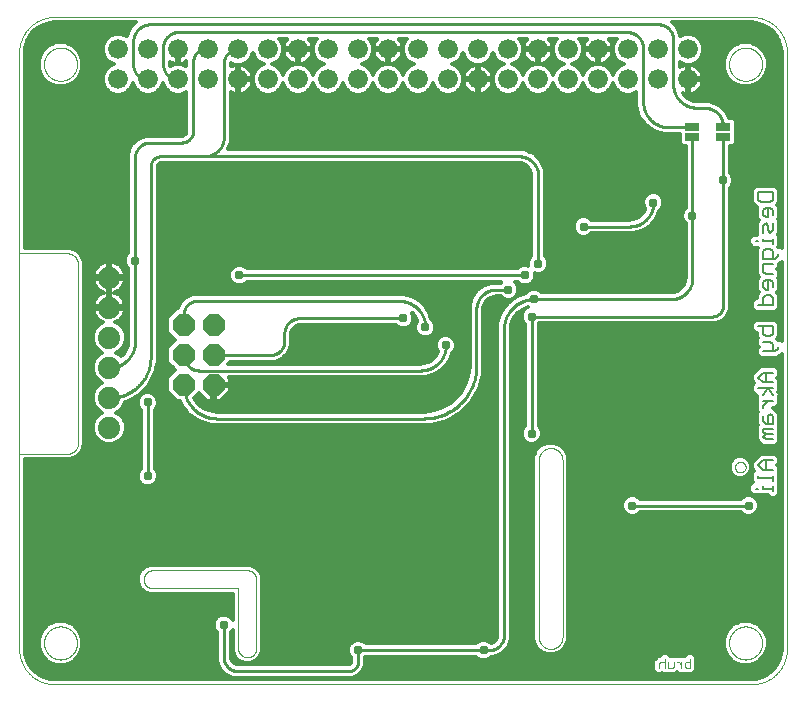
<source format=gbl>
G75*
%MOIN*%
%OFA0B0*%
%FSLAX25Y25*%
%IPPOS*%
%LPD*%
%AMOC8*
5,1,8,0,0,1.08239X$1,22.5*
%
%ADD10C,0.00000*%
%ADD11C,0.00100*%
%ADD12C,0.00400*%
%ADD13C,0.00800*%
%ADD14C,0.06600*%
%ADD15C,0.07400*%
%ADD16OC8,0.07400*%
%ADD17R,0.05000X0.02500*%
%ADD18C,0.03100*%
%ADD19C,0.01000*%
%ADD20C,0.01200*%
D10*
X0016811Y0005000D02*
X0249094Y0005000D01*
X0249379Y0005003D01*
X0249665Y0005014D01*
X0249950Y0005031D01*
X0250234Y0005055D01*
X0250518Y0005086D01*
X0250801Y0005124D01*
X0251082Y0005169D01*
X0251363Y0005220D01*
X0251643Y0005278D01*
X0251921Y0005343D01*
X0252197Y0005415D01*
X0252471Y0005493D01*
X0252744Y0005578D01*
X0253014Y0005670D01*
X0253282Y0005768D01*
X0253548Y0005872D01*
X0253811Y0005983D01*
X0254071Y0006100D01*
X0254329Y0006223D01*
X0254583Y0006353D01*
X0254834Y0006489D01*
X0255082Y0006630D01*
X0255326Y0006778D01*
X0255567Y0006931D01*
X0255803Y0007091D01*
X0256036Y0007256D01*
X0256265Y0007426D01*
X0256490Y0007602D01*
X0256710Y0007784D01*
X0256926Y0007970D01*
X0257137Y0008162D01*
X0257344Y0008359D01*
X0257546Y0008561D01*
X0257743Y0008768D01*
X0257935Y0008979D01*
X0258121Y0009195D01*
X0258303Y0009415D01*
X0258479Y0009640D01*
X0258649Y0009869D01*
X0258814Y0010102D01*
X0258974Y0010338D01*
X0259127Y0010579D01*
X0259275Y0010823D01*
X0259416Y0011071D01*
X0259552Y0011322D01*
X0259682Y0011576D01*
X0259805Y0011834D01*
X0259922Y0012094D01*
X0260033Y0012357D01*
X0260137Y0012623D01*
X0260235Y0012891D01*
X0260327Y0013161D01*
X0260412Y0013434D01*
X0260490Y0013708D01*
X0260562Y0013984D01*
X0260627Y0014262D01*
X0260685Y0014542D01*
X0260736Y0014823D01*
X0260781Y0015104D01*
X0260819Y0015387D01*
X0260850Y0015671D01*
X0260874Y0015955D01*
X0260891Y0016240D01*
X0260902Y0016526D01*
X0260905Y0016811D01*
X0260906Y0016811D02*
X0260906Y0215630D01*
X0260905Y0215630D02*
X0260902Y0215915D01*
X0260891Y0216201D01*
X0260874Y0216486D01*
X0260850Y0216770D01*
X0260819Y0217054D01*
X0260781Y0217337D01*
X0260736Y0217618D01*
X0260685Y0217899D01*
X0260627Y0218179D01*
X0260562Y0218457D01*
X0260490Y0218733D01*
X0260412Y0219007D01*
X0260327Y0219280D01*
X0260235Y0219550D01*
X0260137Y0219818D01*
X0260033Y0220084D01*
X0259922Y0220347D01*
X0259805Y0220607D01*
X0259682Y0220865D01*
X0259552Y0221119D01*
X0259416Y0221370D01*
X0259275Y0221618D01*
X0259127Y0221862D01*
X0258974Y0222103D01*
X0258814Y0222339D01*
X0258649Y0222572D01*
X0258479Y0222801D01*
X0258303Y0223026D01*
X0258121Y0223246D01*
X0257935Y0223462D01*
X0257743Y0223673D01*
X0257546Y0223880D01*
X0257344Y0224082D01*
X0257137Y0224279D01*
X0256926Y0224471D01*
X0256710Y0224657D01*
X0256490Y0224839D01*
X0256265Y0225015D01*
X0256036Y0225185D01*
X0255803Y0225350D01*
X0255567Y0225510D01*
X0255326Y0225663D01*
X0255082Y0225811D01*
X0254834Y0225952D01*
X0254583Y0226088D01*
X0254329Y0226218D01*
X0254071Y0226341D01*
X0253811Y0226458D01*
X0253548Y0226569D01*
X0253282Y0226673D01*
X0253014Y0226771D01*
X0252744Y0226863D01*
X0252471Y0226948D01*
X0252197Y0227026D01*
X0251921Y0227098D01*
X0251643Y0227163D01*
X0251363Y0227221D01*
X0251082Y0227272D01*
X0250801Y0227317D01*
X0250518Y0227355D01*
X0250234Y0227386D01*
X0249950Y0227410D01*
X0249665Y0227427D01*
X0249379Y0227438D01*
X0249094Y0227441D01*
X0016811Y0227441D01*
X0016526Y0227438D01*
X0016240Y0227427D01*
X0015955Y0227410D01*
X0015671Y0227386D01*
X0015387Y0227355D01*
X0015104Y0227317D01*
X0014823Y0227272D01*
X0014542Y0227221D01*
X0014262Y0227163D01*
X0013984Y0227098D01*
X0013708Y0227026D01*
X0013434Y0226948D01*
X0013161Y0226863D01*
X0012891Y0226771D01*
X0012623Y0226673D01*
X0012357Y0226569D01*
X0012094Y0226458D01*
X0011834Y0226341D01*
X0011576Y0226218D01*
X0011322Y0226088D01*
X0011071Y0225952D01*
X0010823Y0225811D01*
X0010579Y0225663D01*
X0010338Y0225510D01*
X0010102Y0225350D01*
X0009869Y0225185D01*
X0009640Y0225015D01*
X0009415Y0224839D01*
X0009195Y0224657D01*
X0008979Y0224471D01*
X0008768Y0224279D01*
X0008561Y0224082D01*
X0008359Y0223880D01*
X0008162Y0223673D01*
X0007970Y0223462D01*
X0007784Y0223246D01*
X0007602Y0223026D01*
X0007426Y0222801D01*
X0007256Y0222572D01*
X0007091Y0222339D01*
X0006931Y0222103D01*
X0006778Y0221862D01*
X0006630Y0221618D01*
X0006489Y0221370D01*
X0006353Y0221119D01*
X0006223Y0220865D01*
X0006100Y0220607D01*
X0005983Y0220347D01*
X0005872Y0220084D01*
X0005768Y0219818D01*
X0005670Y0219550D01*
X0005578Y0219280D01*
X0005493Y0219007D01*
X0005415Y0218733D01*
X0005343Y0218457D01*
X0005278Y0218179D01*
X0005220Y0217899D01*
X0005169Y0217618D01*
X0005124Y0217337D01*
X0005086Y0217054D01*
X0005055Y0216770D01*
X0005031Y0216486D01*
X0005014Y0216201D01*
X0005003Y0215915D01*
X0005000Y0215630D01*
X0005000Y0016811D01*
X0005003Y0016526D01*
X0005014Y0016240D01*
X0005031Y0015955D01*
X0005055Y0015671D01*
X0005086Y0015387D01*
X0005124Y0015104D01*
X0005169Y0014823D01*
X0005220Y0014542D01*
X0005278Y0014262D01*
X0005343Y0013984D01*
X0005415Y0013708D01*
X0005493Y0013434D01*
X0005578Y0013161D01*
X0005670Y0012891D01*
X0005768Y0012623D01*
X0005872Y0012357D01*
X0005983Y0012094D01*
X0006100Y0011834D01*
X0006223Y0011576D01*
X0006353Y0011322D01*
X0006489Y0011071D01*
X0006630Y0010823D01*
X0006778Y0010579D01*
X0006931Y0010338D01*
X0007091Y0010102D01*
X0007256Y0009869D01*
X0007426Y0009640D01*
X0007602Y0009415D01*
X0007784Y0009195D01*
X0007970Y0008979D01*
X0008162Y0008768D01*
X0008359Y0008561D01*
X0008561Y0008359D01*
X0008768Y0008162D01*
X0008979Y0007970D01*
X0009195Y0007784D01*
X0009415Y0007602D01*
X0009640Y0007426D01*
X0009869Y0007256D01*
X0010102Y0007091D01*
X0010338Y0006931D01*
X0010579Y0006778D01*
X0010823Y0006630D01*
X0011071Y0006489D01*
X0011322Y0006353D01*
X0011576Y0006223D01*
X0011834Y0006100D01*
X0012094Y0005983D01*
X0012357Y0005872D01*
X0012623Y0005768D01*
X0012891Y0005670D01*
X0013161Y0005578D01*
X0013434Y0005493D01*
X0013708Y0005415D01*
X0013984Y0005343D01*
X0014262Y0005278D01*
X0014542Y0005220D01*
X0014823Y0005169D01*
X0015104Y0005124D01*
X0015387Y0005086D01*
X0015671Y0005055D01*
X0015955Y0005031D01*
X0016240Y0005014D01*
X0016526Y0005003D01*
X0016811Y0005000D01*
X0013268Y0018780D02*
X0013270Y0018928D01*
X0013276Y0019076D01*
X0013286Y0019224D01*
X0013300Y0019371D01*
X0013318Y0019518D01*
X0013339Y0019664D01*
X0013365Y0019810D01*
X0013395Y0019955D01*
X0013428Y0020099D01*
X0013466Y0020242D01*
X0013507Y0020384D01*
X0013552Y0020525D01*
X0013600Y0020665D01*
X0013653Y0020804D01*
X0013709Y0020941D01*
X0013769Y0021076D01*
X0013832Y0021210D01*
X0013899Y0021342D01*
X0013970Y0021472D01*
X0014044Y0021600D01*
X0014121Y0021726D01*
X0014202Y0021850D01*
X0014286Y0021972D01*
X0014373Y0022091D01*
X0014464Y0022208D01*
X0014558Y0022323D01*
X0014654Y0022435D01*
X0014754Y0022545D01*
X0014856Y0022651D01*
X0014962Y0022755D01*
X0015070Y0022856D01*
X0015181Y0022954D01*
X0015294Y0023050D01*
X0015410Y0023142D01*
X0015528Y0023231D01*
X0015649Y0023316D01*
X0015772Y0023399D01*
X0015897Y0023478D01*
X0016024Y0023554D01*
X0016153Y0023626D01*
X0016284Y0023695D01*
X0016417Y0023760D01*
X0016552Y0023821D01*
X0016688Y0023879D01*
X0016825Y0023934D01*
X0016964Y0023984D01*
X0017105Y0024031D01*
X0017246Y0024074D01*
X0017389Y0024114D01*
X0017533Y0024149D01*
X0017677Y0024181D01*
X0017823Y0024208D01*
X0017969Y0024232D01*
X0018116Y0024252D01*
X0018263Y0024268D01*
X0018410Y0024280D01*
X0018558Y0024288D01*
X0018706Y0024292D01*
X0018854Y0024292D01*
X0019002Y0024288D01*
X0019150Y0024280D01*
X0019297Y0024268D01*
X0019444Y0024252D01*
X0019591Y0024232D01*
X0019737Y0024208D01*
X0019883Y0024181D01*
X0020027Y0024149D01*
X0020171Y0024114D01*
X0020314Y0024074D01*
X0020455Y0024031D01*
X0020596Y0023984D01*
X0020735Y0023934D01*
X0020872Y0023879D01*
X0021008Y0023821D01*
X0021143Y0023760D01*
X0021276Y0023695D01*
X0021407Y0023626D01*
X0021536Y0023554D01*
X0021663Y0023478D01*
X0021788Y0023399D01*
X0021911Y0023316D01*
X0022032Y0023231D01*
X0022150Y0023142D01*
X0022266Y0023050D01*
X0022379Y0022954D01*
X0022490Y0022856D01*
X0022598Y0022755D01*
X0022704Y0022651D01*
X0022806Y0022545D01*
X0022906Y0022435D01*
X0023002Y0022323D01*
X0023096Y0022208D01*
X0023187Y0022091D01*
X0023274Y0021972D01*
X0023358Y0021850D01*
X0023439Y0021726D01*
X0023516Y0021600D01*
X0023590Y0021472D01*
X0023661Y0021342D01*
X0023728Y0021210D01*
X0023791Y0021076D01*
X0023851Y0020941D01*
X0023907Y0020804D01*
X0023960Y0020665D01*
X0024008Y0020525D01*
X0024053Y0020384D01*
X0024094Y0020242D01*
X0024132Y0020099D01*
X0024165Y0019955D01*
X0024195Y0019810D01*
X0024221Y0019664D01*
X0024242Y0019518D01*
X0024260Y0019371D01*
X0024274Y0019224D01*
X0024284Y0019076D01*
X0024290Y0018928D01*
X0024292Y0018780D01*
X0024290Y0018632D01*
X0024284Y0018484D01*
X0024274Y0018336D01*
X0024260Y0018189D01*
X0024242Y0018042D01*
X0024221Y0017896D01*
X0024195Y0017750D01*
X0024165Y0017605D01*
X0024132Y0017461D01*
X0024094Y0017318D01*
X0024053Y0017176D01*
X0024008Y0017035D01*
X0023960Y0016895D01*
X0023907Y0016756D01*
X0023851Y0016619D01*
X0023791Y0016484D01*
X0023728Y0016350D01*
X0023661Y0016218D01*
X0023590Y0016088D01*
X0023516Y0015960D01*
X0023439Y0015834D01*
X0023358Y0015710D01*
X0023274Y0015588D01*
X0023187Y0015469D01*
X0023096Y0015352D01*
X0023002Y0015237D01*
X0022906Y0015125D01*
X0022806Y0015015D01*
X0022704Y0014909D01*
X0022598Y0014805D01*
X0022490Y0014704D01*
X0022379Y0014606D01*
X0022266Y0014510D01*
X0022150Y0014418D01*
X0022032Y0014329D01*
X0021911Y0014244D01*
X0021788Y0014161D01*
X0021663Y0014082D01*
X0021536Y0014006D01*
X0021407Y0013934D01*
X0021276Y0013865D01*
X0021143Y0013800D01*
X0021008Y0013739D01*
X0020872Y0013681D01*
X0020735Y0013626D01*
X0020596Y0013576D01*
X0020455Y0013529D01*
X0020314Y0013486D01*
X0020171Y0013446D01*
X0020027Y0013411D01*
X0019883Y0013379D01*
X0019737Y0013352D01*
X0019591Y0013328D01*
X0019444Y0013308D01*
X0019297Y0013292D01*
X0019150Y0013280D01*
X0019002Y0013272D01*
X0018854Y0013268D01*
X0018706Y0013268D01*
X0018558Y0013272D01*
X0018410Y0013280D01*
X0018263Y0013292D01*
X0018116Y0013308D01*
X0017969Y0013328D01*
X0017823Y0013352D01*
X0017677Y0013379D01*
X0017533Y0013411D01*
X0017389Y0013446D01*
X0017246Y0013486D01*
X0017105Y0013529D01*
X0016964Y0013576D01*
X0016825Y0013626D01*
X0016688Y0013681D01*
X0016552Y0013739D01*
X0016417Y0013800D01*
X0016284Y0013865D01*
X0016153Y0013934D01*
X0016024Y0014006D01*
X0015897Y0014082D01*
X0015772Y0014161D01*
X0015649Y0014244D01*
X0015528Y0014329D01*
X0015410Y0014418D01*
X0015294Y0014510D01*
X0015181Y0014606D01*
X0015070Y0014704D01*
X0014962Y0014805D01*
X0014856Y0014909D01*
X0014754Y0015015D01*
X0014654Y0015125D01*
X0014558Y0015237D01*
X0014464Y0015352D01*
X0014373Y0015469D01*
X0014286Y0015588D01*
X0014202Y0015710D01*
X0014121Y0015834D01*
X0014044Y0015960D01*
X0013970Y0016088D01*
X0013899Y0016218D01*
X0013832Y0016350D01*
X0013769Y0016484D01*
X0013709Y0016619D01*
X0013653Y0016756D01*
X0013600Y0016895D01*
X0013552Y0017035D01*
X0013507Y0017176D01*
X0013466Y0017318D01*
X0013428Y0017461D01*
X0013395Y0017605D01*
X0013365Y0017750D01*
X0013339Y0017896D01*
X0013318Y0018042D01*
X0013300Y0018189D01*
X0013286Y0018336D01*
X0013276Y0018484D01*
X0013270Y0018632D01*
X0013268Y0018780D01*
X0005000Y0053000D02*
X0005000Y0128000D01*
X0024685Y0144764D02*
X0024683Y0144888D01*
X0024677Y0145011D01*
X0024668Y0145135D01*
X0024654Y0145257D01*
X0024637Y0145380D01*
X0024615Y0145502D01*
X0024590Y0145623D01*
X0024561Y0145743D01*
X0024529Y0145862D01*
X0024492Y0145981D01*
X0024452Y0146098D01*
X0024409Y0146213D01*
X0024361Y0146328D01*
X0024310Y0146440D01*
X0024256Y0146551D01*
X0024198Y0146661D01*
X0024137Y0146768D01*
X0024072Y0146874D01*
X0024004Y0146977D01*
X0023933Y0147078D01*
X0023859Y0147177D01*
X0023782Y0147274D01*
X0023701Y0147368D01*
X0023618Y0147459D01*
X0023532Y0147548D01*
X0023443Y0147634D01*
X0023352Y0147717D01*
X0023258Y0147798D01*
X0023161Y0147875D01*
X0023062Y0147949D01*
X0022961Y0148020D01*
X0022858Y0148088D01*
X0022752Y0148153D01*
X0022645Y0148214D01*
X0022535Y0148272D01*
X0022424Y0148326D01*
X0022312Y0148377D01*
X0022197Y0148425D01*
X0022082Y0148468D01*
X0021965Y0148508D01*
X0021846Y0148545D01*
X0021727Y0148577D01*
X0021607Y0148606D01*
X0021486Y0148631D01*
X0021364Y0148653D01*
X0021241Y0148670D01*
X0021119Y0148684D01*
X0020995Y0148693D01*
X0020872Y0148699D01*
X0020748Y0148701D01*
X0005000Y0148701D01*
X0024685Y0144764D02*
X0024685Y0085709D01*
X0024683Y0085585D01*
X0024677Y0085462D01*
X0024668Y0085338D01*
X0024654Y0085216D01*
X0024637Y0085093D01*
X0024615Y0084971D01*
X0024590Y0084850D01*
X0024561Y0084730D01*
X0024529Y0084611D01*
X0024492Y0084492D01*
X0024452Y0084375D01*
X0024409Y0084260D01*
X0024361Y0084145D01*
X0024310Y0084033D01*
X0024256Y0083922D01*
X0024198Y0083812D01*
X0024137Y0083705D01*
X0024072Y0083599D01*
X0024004Y0083496D01*
X0023933Y0083395D01*
X0023859Y0083296D01*
X0023782Y0083199D01*
X0023701Y0083105D01*
X0023618Y0083014D01*
X0023532Y0082925D01*
X0023443Y0082839D01*
X0023352Y0082756D01*
X0023258Y0082675D01*
X0023161Y0082598D01*
X0023062Y0082524D01*
X0022961Y0082453D01*
X0022858Y0082385D01*
X0022752Y0082320D01*
X0022645Y0082259D01*
X0022535Y0082201D01*
X0022424Y0082147D01*
X0022312Y0082096D01*
X0022197Y0082048D01*
X0022082Y0082005D01*
X0021965Y0081965D01*
X0021846Y0081928D01*
X0021727Y0081896D01*
X0021607Y0081867D01*
X0021486Y0081842D01*
X0021364Y0081820D01*
X0021241Y0081803D01*
X0021119Y0081789D01*
X0020995Y0081780D01*
X0020872Y0081774D01*
X0020748Y0081772D01*
X0005394Y0081772D01*
X0005000Y0082000D02*
X0005000Y0082500D01*
X0013268Y0211693D02*
X0013270Y0211841D01*
X0013276Y0211989D01*
X0013286Y0212137D01*
X0013300Y0212284D01*
X0013318Y0212431D01*
X0013339Y0212577D01*
X0013365Y0212723D01*
X0013395Y0212868D01*
X0013428Y0213012D01*
X0013466Y0213155D01*
X0013507Y0213297D01*
X0013552Y0213438D01*
X0013600Y0213578D01*
X0013653Y0213717D01*
X0013709Y0213854D01*
X0013769Y0213989D01*
X0013832Y0214123D01*
X0013899Y0214255D01*
X0013970Y0214385D01*
X0014044Y0214513D01*
X0014121Y0214639D01*
X0014202Y0214763D01*
X0014286Y0214885D01*
X0014373Y0215004D01*
X0014464Y0215121D01*
X0014558Y0215236D01*
X0014654Y0215348D01*
X0014754Y0215458D01*
X0014856Y0215564D01*
X0014962Y0215668D01*
X0015070Y0215769D01*
X0015181Y0215867D01*
X0015294Y0215963D01*
X0015410Y0216055D01*
X0015528Y0216144D01*
X0015649Y0216229D01*
X0015772Y0216312D01*
X0015897Y0216391D01*
X0016024Y0216467D01*
X0016153Y0216539D01*
X0016284Y0216608D01*
X0016417Y0216673D01*
X0016552Y0216734D01*
X0016688Y0216792D01*
X0016825Y0216847D01*
X0016964Y0216897D01*
X0017105Y0216944D01*
X0017246Y0216987D01*
X0017389Y0217027D01*
X0017533Y0217062D01*
X0017677Y0217094D01*
X0017823Y0217121D01*
X0017969Y0217145D01*
X0018116Y0217165D01*
X0018263Y0217181D01*
X0018410Y0217193D01*
X0018558Y0217201D01*
X0018706Y0217205D01*
X0018854Y0217205D01*
X0019002Y0217201D01*
X0019150Y0217193D01*
X0019297Y0217181D01*
X0019444Y0217165D01*
X0019591Y0217145D01*
X0019737Y0217121D01*
X0019883Y0217094D01*
X0020027Y0217062D01*
X0020171Y0217027D01*
X0020314Y0216987D01*
X0020455Y0216944D01*
X0020596Y0216897D01*
X0020735Y0216847D01*
X0020872Y0216792D01*
X0021008Y0216734D01*
X0021143Y0216673D01*
X0021276Y0216608D01*
X0021407Y0216539D01*
X0021536Y0216467D01*
X0021663Y0216391D01*
X0021788Y0216312D01*
X0021911Y0216229D01*
X0022032Y0216144D01*
X0022150Y0216055D01*
X0022266Y0215963D01*
X0022379Y0215867D01*
X0022490Y0215769D01*
X0022598Y0215668D01*
X0022704Y0215564D01*
X0022806Y0215458D01*
X0022906Y0215348D01*
X0023002Y0215236D01*
X0023096Y0215121D01*
X0023187Y0215004D01*
X0023274Y0214885D01*
X0023358Y0214763D01*
X0023439Y0214639D01*
X0023516Y0214513D01*
X0023590Y0214385D01*
X0023661Y0214255D01*
X0023728Y0214123D01*
X0023791Y0213989D01*
X0023851Y0213854D01*
X0023907Y0213717D01*
X0023960Y0213578D01*
X0024008Y0213438D01*
X0024053Y0213297D01*
X0024094Y0213155D01*
X0024132Y0213012D01*
X0024165Y0212868D01*
X0024195Y0212723D01*
X0024221Y0212577D01*
X0024242Y0212431D01*
X0024260Y0212284D01*
X0024274Y0212137D01*
X0024284Y0211989D01*
X0024290Y0211841D01*
X0024292Y0211693D01*
X0024290Y0211545D01*
X0024284Y0211397D01*
X0024274Y0211249D01*
X0024260Y0211102D01*
X0024242Y0210955D01*
X0024221Y0210809D01*
X0024195Y0210663D01*
X0024165Y0210518D01*
X0024132Y0210374D01*
X0024094Y0210231D01*
X0024053Y0210089D01*
X0024008Y0209948D01*
X0023960Y0209808D01*
X0023907Y0209669D01*
X0023851Y0209532D01*
X0023791Y0209397D01*
X0023728Y0209263D01*
X0023661Y0209131D01*
X0023590Y0209001D01*
X0023516Y0208873D01*
X0023439Y0208747D01*
X0023358Y0208623D01*
X0023274Y0208501D01*
X0023187Y0208382D01*
X0023096Y0208265D01*
X0023002Y0208150D01*
X0022906Y0208038D01*
X0022806Y0207928D01*
X0022704Y0207822D01*
X0022598Y0207718D01*
X0022490Y0207617D01*
X0022379Y0207519D01*
X0022266Y0207423D01*
X0022150Y0207331D01*
X0022032Y0207242D01*
X0021911Y0207157D01*
X0021788Y0207074D01*
X0021663Y0206995D01*
X0021536Y0206919D01*
X0021407Y0206847D01*
X0021276Y0206778D01*
X0021143Y0206713D01*
X0021008Y0206652D01*
X0020872Y0206594D01*
X0020735Y0206539D01*
X0020596Y0206489D01*
X0020455Y0206442D01*
X0020314Y0206399D01*
X0020171Y0206359D01*
X0020027Y0206324D01*
X0019883Y0206292D01*
X0019737Y0206265D01*
X0019591Y0206241D01*
X0019444Y0206221D01*
X0019297Y0206205D01*
X0019150Y0206193D01*
X0019002Y0206185D01*
X0018854Y0206181D01*
X0018706Y0206181D01*
X0018558Y0206185D01*
X0018410Y0206193D01*
X0018263Y0206205D01*
X0018116Y0206221D01*
X0017969Y0206241D01*
X0017823Y0206265D01*
X0017677Y0206292D01*
X0017533Y0206324D01*
X0017389Y0206359D01*
X0017246Y0206399D01*
X0017105Y0206442D01*
X0016964Y0206489D01*
X0016825Y0206539D01*
X0016688Y0206594D01*
X0016552Y0206652D01*
X0016417Y0206713D01*
X0016284Y0206778D01*
X0016153Y0206847D01*
X0016024Y0206919D01*
X0015897Y0206995D01*
X0015772Y0207074D01*
X0015649Y0207157D01*
X0015528Y0207242D01*
X0015410Y0207331D01*
X0015294Y0207423D01*
X0015181Y0207519D01*
X0015070Y0207617D01*
X0014962Y0207718D01*
X0014856Y0207822D01*
X0014754Y0207928D01*
X0014654Y0208038D01*
X0014558Y0208150D01*
X0014464Y0208265D01*
X0014373Y0208382D01*
X0014286Y0208501D01*
X0014202Y0208623D01*
X0014121Y0208747D01*
X0014044Y0208873D01*
X0013970Y0209001D01*
X0013899Y0209131D01*
X0013832Y0209263D01*
X0013769Y0209397D01*
X0013709Y0209532D01*
X0013653Y0209669D01*
X0013600Y0209808D01*
X0013552Y0209948D01*
X0013507Y0210089D01*
X0013466Y0210231D01*
X0013428Y0210374D01*
X0013395Y0210518D01*
X0013365Y0210663D01*
X0013339Y0210809D01*
X0013318Y0210955D01*
X0013300Y0211102D01*
X0013286Y0211249D01*
X0013276Y0211397D01*
X0013270Y0211545D01*
X0013268Y0211693D01*
X0178228Y0079803D02*
X0178228Y0020748D01*
X0178230Y0020624D01*
X0178236Y0020501D01*
X0178245Y0020377D01*
X0178259Y0020255D01*
X0178276Y0020132D01*
X0178298Y0020010D01*
X0178323Y0019889D01*
X0178352Y0019769D01*
X0178384Y0019650D01*
X0178421Y0019531D01*
X0178461Y0019414D01*
X0178504Y0019299D01*
X0178552Y0019184D01*
X0178603Y0019072D01*
X0178657Y0018961D01*
X0178715Y0018851D01*
X0178776Y0018744D01*
X0178841Y0018638D01*
X0178909Y0018535D01*
X0178980Y0018434D01*
X0179054Y0018335D01*
X0179131Y0018238D01*
X0179212Y0018144D01*
X0179295Y0018053D01*
X0179381Y0017964D01*
X0179470Y0017878D01*
X0179561Y0017795D01*
X0179655Y0017714D01*
X0179752Y0017637D01*
X0179851Y0017563D01*
X0179952Y0017492D01*
X0180055Y0017424D01*
X0180161Y0017359D01*
X0180268Y0017298D01*
X0180378Y0017240D01*
X0180489Y0017186D01*
X0180601Y0017135D01*
X0180716Y0017087D01*
X0180831Y0017044D01*
X0180948Y0017004D01*
X0181067Y0016967D01*
X0181186Y0016935D01*
X0181306Y0016906D01*
X0181427Y0016881D01*
X0181549Y0016859D01*
X0181672Y0016842D01*
X0181794Y0016828D01*
X0181918Y0016819D01*
X0182041Y0016813D01*
X0182165Y0016811D01*
X0182289Y0016813D01*
X0182412Y0016819D01*
X0182536Y0016828D01*
X0182658Y0016842D01*
X0182781Y0016859D01*
X0182903Y0016881D01*
X0183024Y0016906D01*
X0183144Y0016935D01*
X0183263Y0016967D01*
X0183382Y0017004D01*
X0183499Y0017044D01*
X0183614Y0017087D01*
X0183729Y0017135D01*
X0183841Y0017186D01*
X0183952Y0017240D01*
X0184062Y0017298D01*
X0184169Y0017359D01*
X0184275Y0017424D01*
X0184378Y0017492D01*
X0184479Y0017563D01*
X0184578Y0017637D01*
X0184675Y0017714D01*
X0184769Y0017795D01*
X0184860Y0017878D01*
X0184949Y0017964D01*
X0185035Y0018053D01*
X0185118Y0018144D01*
X0185199Y0018238D01*
X0185276Y0018335D01*
X0185350Y0018434D01*
X0185421Y0018535D01*
X0185489Y0018638D01*
X0185554Y0018744D01*
X0185615Y0018851D01*
X0185673Y0018961D01*
X0185727Y0019072D01*
X0185778Y0019184D01*
X0185826Y0019299D01*
X0185869Y0019414D01*
X0185909Y0019531D01*
X0185946Y0019650D01*
X0185978Y0019769D01*
X0186007Y0019889D01*
X0186032Y0020010D01*
X0186054Y0020132D01*
X0186071Y0020255D01*
X0186085Y0020377D01*
X0186094Y0020501D01*
X0186100Y0020624D01*
X0186102Y0020748D01*
X0186102Y0079803D01*
X0186100Y0079927D01*
X0186094Y0080050D01*
X0186085Y0080174D01*
X0186071Y0080296D01*
X0186054Y0080419D01*
X0186032Y0080541D01*
X0186007Y0080662D01*
X0185978Y0080782D01*
X0185946Y0080901D01*
X0185909Y0081020D01*
X0185869Y0081137D01*
X0185826Y0081252D01*
X0185778Y0081367D01*
X0185727Y0081479D01*
X0185673Y0081590D01*
X0185615Y0081700D01*
X0185554Y0081807D01*
X0185489Y0081913D01*
X0185421Y0082016D01*
X0185350Y0082117D01*
X0185276Y0082216D01*
X0185199Y0082313D01*
X0185118Y0082407D01*
X0185035Y0082498D01*
X0184949Y0082587D01*
X0184860Y0082673D01*
X0184769Y0082756D01*
X0184675Y0082837D01*
X0184578Y0082914D01*
X0184479Y0082988D01*
X0184378Y0083059D01*
X0184275Y0083127D01*
X0184169Y0083192D01*
X0184062Y0083253D01*
X0183952Y0083311D01*
X0183841Y0083365D01*
X0183729Y0083416D01*
X0183614Y0083464D01*
X0183499Y0083507D01*
X0183382Y0083547D01*
X0183263Y0083584D01*
X0183144Y0083616D01*
X0183024Y0083645D01*
X0182903Y0083670D01*
X0182781Y0083692D01*
X0182658Y0083709D01*
X0182536Y0083723D01*
X0182412Y0083732D01*
X0182289Y0083738D01*
X0182165Y0083740D01*
X0182041Y0083738D01*
X0181918Y0083732D01*
X0181794Y0083723D01*
X0181672Y0083709D01*
X0181549Y0083692D01*
X0181427Y0083670D01*
X0181306Y0083645D01*
X0181186Y0083616D01*
X0181067Y0083584D01*
X0180948Y0083547D01*
X0180831Y0083507D01*
X0180716Y0083464D01*
X0180601Y0083416D01*
X0180489Y0083365D01*
X0180378Y0083311D01*
X0180268Y0083253D01*
X0180161Y0083192D01*
X0180055Y0083127D01*
X0179952Y0083059D01*
X0179851Y0082988D01*
X0179752Y0082914D01*
X0179655Y0082837D01*
X0179561Y0082756D01*
X0179470Y0082673D01*
X0179381Y0082587D01*
X0179295Y0082498D01*
X0179212Y0082407D01*
X0179131Y0082313D01*
X0179054Y0082216D01*
X0178980Y0082117D01*
X0178909Y0082016D01*
X0178841Y0081913D01*
X0178776Y0081807D01*
X0178715Y0081700D01*
X0178657Y0081590D01*
X0178603Y0081479D01*
X0178552Y0081367D01*
X0178504Y0081252D01*
X0178461Y0081137D01*
X0178421Y0081020D01*
X0178384Y0080901D01*
X0178352Y0080782D01*
X0178323Y0080662D01*
X0178298Y0080541D01*
X0178276Y0080419D01*
X0178259Y0080296D01*
X0178245Y0080174D01*
X0178236Y0080050D01*
X0178230Y0079927D01*
X0178228Y0079803D01*
X0243628Y0077400D02*
X0243630Y0077484D01*
X0243636Y0077567D01*
X0243646Y0077650D01*
X0243660Y0077733D01*
X0243677Y0077815D01*
X0243699Y0077896D01*
X0243724Y0077975D01*
X0243753Y0078054D01*
X0243786Y0078131D01*
X0243822Y0078206D01*
X0243862Y0078280D01*
X0243905Y0078352D01*
X0243952Y0078421D01*
X0244002Y0078488D01*
X0244055Y0078553D01*
X0244111Y0078615D01*
X0244169Y0078675D01*
X0244231Y0078732D01*
X0244295Y0078785D01*
X0244362Y0078836D01*
X0244431Y0078883D01*
X0244502Y0078928D01*
X0244575Y0078968D01*
X0244650Y0079005D01*
X0244727Y0079039D01*
X0244805Y0079069D01*
X0244884Y0079095D01*
X0244965Y0079118D01*
X0245047Y0079136D01*
X0245129Y0079151D01*
X0245212Y0079162D01*
X0245295Y0079169D01*
X0245379Y0079172D01*
X0245463Y0079171D01*
X0245546Y0079166D01*
X0245630Y0079157D01*
X0245712Y0079144D01*
X0245794Y0079128D01*
X0245875Y0079107D01*
X0245956Y0079083D01*
X0246034Y0079055D01*
X0246112Y0079023D01*
X0246188Y0078987D01*
X0246262Y0078948D01*
X0246334Y0078906D01*
X0246404Y0078860D01*
X0246472Y0078811D01*
X0246537Y0078759D01*
X0246600Y0078704D01*
X0246660Y0078646D01*
X0246718Y0078585D01*
X0246772Y0078521D01*
X0246824Y0078455D01*
X0246872Y0078387D01*
X0246917Y0078316D01*
X0246958Y0078243D01*
X0246997Y0078169D01*
X0247031Y0078093D01*
X0247062Y0078015D01*
X0247089Y0077936D01*
X0247113Y0077855D01*
X0247132Y0077774D01*
X0247148Y0077692D01*
X0247160Y0077609D01*
X0247168Y0077525D01*
X0247172Y0077442D01*
X0247172Y0077358D01*
X0247168Y0077275D01*
X0247160Y0077191D01*
X0247148Y0077108D01*
X0247132Y0077026D01*
X0247113Y0076945D01*
X0247089Y0076864D01*
X0247062Y0076785D01*
X0247031Y0076707D01*
X0246997Y0076631D01*
X0246958Y0076557D01*
X0246917Y0076484D01*
X0246872Y0076413D01*
X0246824Y0076345D01*
X0246772Y0076279D01*
X0246718Y0076215D01*
X0246660Y0076154D01*
X0246600Y0076096D01*
X0246537Y0076041D01*
X0246472Y0075989D01*
X0246404Y0075940D01*
X0246334Y0075894D01*
X0246262Y0075852D01*
X0246188Y0075813D01*
X0246112Y0075777D01*
X0246034Y0075745D01*
X0245956Y0075717D01*
X0245875Y0075693D01*
X0245794Y0075672D01*
X0245712Y0075656D01*
X0245630Y0075643D01*
X0245546Y0075634D01*
X0245463Y0075629D01*
X0245379Y0075628D01*
X0245295Y0075631D01*
X0245212Y0075638D01*
X0245129Y0075649D01*
X0245047Y0075664D01*
X0244965Y0075682D01*
X0244884Y0075705D01*
X0244805Y0075731D01*
X0244727Y0075761D01*
X0244650Y0075795D01*
X0244575Y0075832D01*
X0244502Y0075872D01*
X0244431Y0075917D01*
X0244362Y0075964D01*
X0244295Y0076015D01*
X0244231Y0076068D01*
X0244169Y0076125D01*
X0244111Y0076185D01*
X0244055Y0076247D01*
X0244002Y0076312D01*
X0243952Y0076379D01*
X0243905Y0076448D01*
X0243862Y0076520D01*
X0243822Y0076594D01*
X0243786Y0076669D01*
X0243753Y0076746D01*
X0243724Y0076825D01*
X0243699Y0076904D01*
X0243677Y0076985D01*
X0243660Y0077067D01*
X0243646Y0077150D01*
X0243636Y0077233D01*
X0243630Y0077316D01*
X0243628Y0077400D01*
X0241614Y0018780D02*
X0241616Y0018928D01*
X0241622Y0019076D01*
X0241632Y0019224D01*
X0241646Y0019371D01*
X0241664Y0019518D01*
X0241685Y0019664D01*
X0241711Y0019810D01*
X0241741Y0019955D01*
X0241774Y0020099D01*
X0241812Y0020242D01*
X0241853Y0020384D01*
X0241898Y0020525D01*
X0241946Y0020665D01*
X0241999Y0020804D01*
X0242055Y0020941D01*
X0242115Y0021076D01*
X0242178Y0021210D01*
X0242245Y0021342D01*
X0242316Y0021472D01*
X0242390Y0021600D01*
X0242467Y0021726D01*
X0242548Y0021850D01*
X0242632Y0021972D01*
X0242719Y0022091D01*
X0242810Y0022208D01*
X0242904Y0022323D01*
X0243000Y0022435D01*
X0243100Y0022545D01*
X0243202Y0022651D01*
X0243308Y0022755D01*
X0243416Y0022856D01*
X0243527Y0022954D01*
X0243640Y0023050D01*
X0243756Y0023142D01*
X0243874Y0023231D01*
X0243995Y0023316D01*
X0244118Y0023399D01*
X0244243Y0023478D01*
X0244370Y0023554D01*
X0244499Y0023626D01*
X0244630Y0023695D01*
X0244763Y0023760D01*
X0244898Y0023821D01*
X0245034Y0023879D01*
X0245171Y0023934D01*
X0245310Y0023984D01*
X0245451Y0024031D01*
X0245592Y0024074D01*
X0245735Y0024114D01*
X0245879Y0024149D01*
X0246023Y0024181D01*
X0246169Y0024208D01*
X0246315Y0024232D01*
X0246462Y0024252D01*
X0246609Y0024268D01*
X0246756Y0024280D01*
X0246904Y0024288D01*
X0247052Y0024292D01*
X0247200Y0024292D01*
X0247348Y0024288D01*
X0247496Y0024280D01*
X0247643Y0024268D01*
X0247790Y0024252D01*
X0247937Y0024232D01*
X0248083Y0024208D01*
X0248229Y0024181D01*
X0248373Y0024149D01*
X0248517Y0024114D01*
X0248660Y0024074D01*
X0248801Y0024031D01*
X0248942Y0023984D01*
X0249081Y0023934D01*
X0249218Y0023879D01*
X0249354Y0023821D01*
X0249489Y0023760D01*
X0249622Y0023695D01*
X0249753Y0023626D01*
X0249882Y0023554D01*
X0250009Y0023478D01*
X0250134Y0023399D01*
X0250257Y0023316D01*
X0250378Y0023231D01*
X0250496Y0023142D01*
X0250612Y0023050D01*
X0250725Y0022954D01*
X0250836Y0022856D01*
X0250944Y0022755D01*
X0251050Y0022651D01*
X0251152Y0022545D01*
X0251252Y0022435D01*
X0251348Y0022323D01*
X0251442Y0022208D01*
X0251533Y0022091D01*
X0251620Y0021972D01*
X0251704Y0021850D01*
X0251785Y0021726D01*
X0251862Y0021600D01*
X0251936Y0021472D01*
X0252007Y0021342D01*
X0252074Y0021210D01*
X0252137Y0021076D01*
X0252197Y0020941D01*
X0252253Y0020804D01*
X0252306Y0020665D01*
X0252354Y0020525D01*
X0252399Y0020384D01*
X0252440Y0020242D01*
X0252478Y0020099D01*
X0252511Y0019955D01*
X0252541Y0019810D01*
X0252567Y0019664D01*
X0252588Y0019518D01*
X0252606Y0019371D01*
X0252620Y0019224D01*
X0252630Y0019076D01*
X0252636Y0018928D01*
X0252638Y0018780D01*
X0252636Y0018632D01*
X0252630Y0018484D01*
X0252620Y0018336D01*
X0252606Y0018189D01*
X0252588Y0018042D01*
X0252567Y0017896D01*
X0252541Y0017750D01*
X0252511Y0017605D01*
X0252478Y0017461D01*
X0252440Y0017318D01*
X0252399Y0017176D01*
X0252354Y0017035D01*
X0252306Y0016895D01*
X0252253Y0016756D01*
X0252197Y0016619D01*
X0252137Y0016484D01*
X0252074Y0016350D01*
X0252007Y0016218D01*
X0251936Y0016088D01*
X0251862Y0015960D01*
X0251785Y0015834D01*
X0251704Y0015710D01*
X0251620Y0015588D01*
X0251533Y0015469D01*
X0251442Y0015352D01*
X0251348Y0015237D01*
X0251252Y0015125D01*
X0251152Y0015015D01*
X0251050Y0014909D01*
X0250944Y0014805D01*
X0250836Y0014704D01*
X0250725Y0014606D01*
X0250612Y0014510D01*
X0250496Y0014418D01*
X0250378Y0014329D01*
X0250257Y0014244D01*
X0250134Y0014161D01*
X0250009Y0014082D01*
X0249882Y0014006D01*
X0249753Y0013934D01*
X0249622Y0013865D01*
X0249489Y0013800D01*
X0249354Y0013739D01*
X0249218Y0013681D01*
X0249081Y0013626D01*
X0248942Y0013576D01*
X0248801Y0013529D01*
X0248660Y0013486D01*
X0248517Y0013446D01*
X0248373Y0013411D01*
X0248229Y0013379D01*
X0248083Y0013352D01*
X0247937Y0013328D01*
X0247790Y0013308D01*
X0247643Y0013292D01*
X0247496Y0013280D01*
X0247348Y0013272D01*
X0247200Y0013268D01*
X0247052Y0013268D01*
X0246904Y0013272D01*
X0246756Y0013280D01*
X0246609Y0013292D01*
X0246462Y0013308D01*
X0246315Y0013328D01*
X0246169Y0013352D01*
X0246023Y0013379D01*
X0245879Y0013411D01*
X0245735Y0013446D01*
X0245592Y0013486D01*
X0245451Y0013529D01*
X0245310Y0013576D01*
X0245171Y0013626D01*
X0245034Y0013681D01*
X0244898Y0013739D01*
X0244763Y0013800D01*
X0244630Y0013865D01*
X0244499Y0013934D01*
X0244370Y0014006D01*
X0244243Y0014082D01*
X0244118Y0014161D01*
X0243995Y0014244D01*
X0243874Y0014329D01*
X0243756Y0014418D01*
X0243640Y0014510D01*
X0243527Y0014606D01*
X0243416Y0014704D01*
X0243308Y0014805D01*
X0243202Y0014909D01*
X0243100Y0015015D01*
X0243000Y0015125D01*
X0242904Y0015237D01*
X0242810Y0015352D01*
X0242719Y0015469D01*
X0242632Y0015588D01*
X0242548Y0015710D01*
X0242467Y0015834D01*
X0242390Y0015960D01*
X0242316Y0016088D01*
X0242245Y0016218D01*
X0242178Y0016350D01*
X0242115Y0016484D01*
X0242055Y0016619D01*
X0241999Y0016756D01*
X0241946Y0016895D01*
X0241898Y0017035D01*
X0241853Y0017176D01*
X0241812Y0017318D01*
X0241774Y0017461D01*
X0241741Y0017605D01*
X0241711Y0017750D01*
X0241685Y0017896D01*
X0241664Y0018042D01*
X0241646Y0018189D01*
X0241632Y0018336D01*
X0241622Y0018484D01*
X0241616Y0018632D01*
X0241614Y0018780D01*
X0241614Y0211693D02*
X0241616Y0211841D01*
X0241622Y0211989D01*
X0241632Y0212137D01*
X0241646Y0212284D01*
X0241664Y0212431D01*
X0241685Y0212577D01*
X0241711Y0212723D01*
X0241741Y0212868D01*
X0241774Y0213012D01*
X0241812Y0213155D01*
X0241853Y0213297D01*
X0241898Y0213438D01*
X0241946Y0213578D01*
X0241999Y0213717D01*
X0242055Y0213854D01*
X0242115Y0213989D01*
X0242178Y0214123D01*
X0242245Y0214255D01*
X0242316Y0214385D01*
X0242390Y0214513D01*
X0242467Y0214639D01*
X0242548Y0214763D01*
X0242632Y0214885D01*
X0242719Y0215004D01*
X0242810Y0215121D01*
X0242904Y0215236D01*
X0243000Y0215348D01*
X0243100Y0215458D01*
X0243202Y0215564D01*
X0243308Y0215668D01*
X0243416Y0215769D01*
X0243527Y0215867D01*
X0243640Y0215963D01*
X0243756Y0216055D01*
X0243874Y0216144D01*
X0243995Y0216229D01*
X0244118Y0216312D01*
X0244243Y0216391D01*
X0244370Y0216467D01*
X0244499Y0216539D01*
X0244630Y0216608D01*
X0244763Y0216673D01*
X0244898Y0216734D01*
X0245034Y0216792D01*
X0245171Y0216847D01*
X0245310Y0216897D01*
X0245451Y0216944D01*
X0245592Y0216987D01*
X0245735Y0217027D01*
X0245879Y0217062D01*
X0246023Y0217094D01*
X0246169Y0217121D01*
X0246315Y0217145D01*
X0246462Y0217165D01*
X0246609Y0217181D01*
X0246756Y0217193D01*
X0246904Y0217201D01*
X0247052Y0217205D01*
X0247200Y0217205D01*
X0247348Y0217201D01*
X0247496Y0217193D01*
X0247643Y0217181D01*
X0247790Y0217165D01*
X0247937Y0217145D01*
X0248083Y0217121D01*
X0248229Y0217094D01*
X0248373Y0217062D01*
X0248517Y0217027D01*
X0248660Y0216987D01*
X0248801Y0216944D01*
X0248942Y0216897D01*
X0249081Y0216847D01*
X0249218Y0216792D01*
X0249354Y0216734D01*
X0249489Y0216673D01*
X0249622Y0216608D01*
X0249753Y0216539D01*
X0249882Y0216467D01*
X0250009Y0216391D01*
X0250134Y0216312D01*
X0250257Y0216229D01*
X0250378Y0216144D01*
X0250496Y0216055D01*
X0250612Y0215963D01*
X0250725Y0215867D01*
X0250836Y0215769D01*
X0250944Y0215668D01*
X0251050Y0215564D01*
X0251152Y0215458D01*
X0251252Y0215348D01*
X0251348Y0215236D01*
X0251442Y0215121D01*
X0251533Y0215004D01*
X0251620Y0214885D01*
X0251704Y0214763D01*
X0251785Y0214639D01*
X0251862Y0214513D01*
X0251936Y0214385D01*
X0252007Y0214255D01*
X0252074Y0214123D01*
X0252137Y0213989D01*
X0252197Y0213854D01*
X0252253Y0213717D01*
X0252306Y0213578D01*
X0252354Y0213438D01*
X0252399Y0213297D01*
X0252440Y0213155D01*
X0252478Y0213012D01*
X0252511Y0212868D01*
X0252541Y0212723D01*
X0252567Y0212577D01*
X0252588Y0212431D01*
X0252606Y0212284D01*
X0252620Y0212137D01*
X0252630Y0211989D01*
X0252636Y0211841D01*
X0252638Y0211693D01*
X0252636Y0211545D01*
X0252630Y0211397D01*
X0252620Y0211249D01*
X0252606Y0211102D01*
X0252588Y0210955D01*
X0252567Y0210809D01*
X0252541Y0210663D01*
X0252511Y0210518D01*
X0252478Y0210374D01*
X0252440Y0210231D01*
X0252399Y0210089D01*
X0252354Y0209948D01*
X0252306Y0209808D01*
X0252253Y0209669D01*
X0252197Y0209532D01*
X0252137Y0209397D01*
X0252074Y0209263D01*
X0252007Y0209131D01*
X0251936Y0209001D01*
X0251862Y0208873D01*
X0251785Y0208747D01*
X0251704Y0208623D01*
X0251620Y0208501D01*
X0251533Y0208382D01*
X0251442Y0208265D01*
X0251348Y0208150D01*
X0251252Y0208038D01*
X0251152Y0207928D01*
X0251050Y0207822D01*
X0250944Y0207718D01*
X0250836Y0207617D01*
X0250725Y0207519D01*
X0250612Y0207423D01*
X0250496Y0207331D01*
X0250378Y0207242D01*
X0250257Y0207157D01*
X0250134Y0207074D01*
X0250009Y0206995D01*
X0249882Y0206919D01*
X0249753Y0206847D01*
X0249622Y0206778D01*
X0249489Y0206713D01*
X0249354Y0206652D01*
X0249218Y0206594D01*
X0249081Y0206539D01*
X0248942Y0206489D01*
X0248801Y0206442D01*
X0248660Y0206399D01*
X0248517Y0206359D01*
X0248373Y0206324D01*
X0248229Y0206292D01*
X0248083Y0206265D01*
X0247937Y0206241D01*
X0247790Y0206221D01*
X0247643Y0206205D01*
X0247496Y0206193D01*
X0247348Y0206185D01*
X0247200Y0206181D01*
X0247052Y0206181D01*
X0246904Y0206185D01*
X0246756Y0206193D01*
X0246609Y0206205D01*
X0246462Y0206221D01*
X0246315Y0206241D01*
X0246169Y0206265D01*
X0246023Y0206292D01*
X0245879Y0206324D01*
X0245735Y0206359D01*
X0245592Y0206399D01*
X0245451Y0206442D01*
X0245310Y0206489D01*
X0245171Y0206539D01*
X0245034Y0206594D01*
X0244898Y0206652D01*
X0244763Y0206713D01*
X0244630Y0206778D01*
X0244499Y0206847D01*
X0244370Y0206919D01*
X0244243Y0206995D01*
X0244118Y0207074D01*
X0243995Y0207157D01*
X0243874Y0207242D01*
X0243756Y0207331D01*
X0243640Y0207423D01*
X0243527Y0207519D01*
X0243416Y0207617D01*
X0243308Y0207718D01*
X0243202Y0207822D01*
X0243100Y0207928D01*
X0243000Y0208038D01*
X0242904Y0208150D01*
X0242810Y0208265D01*
X0242719Y0208382D01*
X0242632Y0208501D01*
X0242548Y0208623D01*
X0242467Y0208747D01*
X0242390Y0208873D01*
X0242316Y0209001D01*
X0242245Y0209131D01*
X0242178Y0209263D01*
X0242115Y0209397D01*
X0242055Y0209532D01*
X0241999Y0209669D01*
X0241946Y0209808D01*
X0241898Y0209948D01*
X0241853Y0210089D01*
X0241812Y0210231D01*
X0241774Y0210374D01*
X0241741Y0210518D01*
X0241711Y0210663D01*
X0241685Y0210809D01*
X0241664Y0210955D01*
X0241646Y0211102D01*
X0241632Y0211249D01*
X0241622Y0211397D01*
X0241616Y0211545D01*
X0241614Y0211693D01*
D11*
X0081000Y0043000D02*
X0049500Y0043000D01*
X0046500Y0040000D02*
X0046502Y0039893D01*
X0046508Y0039786D01*
X0046517Y0039679D01*
X0046531Y0039573D01*
X0046548Y0039467D01*
X0046569Y0039362D01*
X0046593Y0039258D01*
X0046622Y0039155D01*
X0046654Y0039053D01*
X0046689Y0038952D01*
X0046728Y0038852D01*
X0046771Y0038754D01*
X0046817Y0038657D01*
X0046867Y0038562D01*
X0046920Y0038469D01*
X0046976Y0038378D01*
X0047036Y0038289D01*
X0047098Y0038202D01*
X0047164Y0038118D01*
X0047233Y0038035D01*
X0047304Y0037956D01*
X0047379Y0037879D01*
X0047456Y0037804D01*
X0047535Y0037733D01*
X0047618Y0037664D01*
X0047702Y0037598D01*
X0047789Y0037536D01*
X0047878Y0037476D01*
X0047969Y0037420D01*
X0048062Y0037367D01*
X0048157Y0037317D01*
X0048254Y0037271D01*
X0048352Y0037228D01*
X0048452Y0037189D01*
X0048553Y0037154D01*
X0048655Y0037122D01*
X0048758Y0037093D01*
X0048862Y0037069D01*
X0048967Y0037048D01*
X0049073Y0037031D01*
X0049179Y0037017D01*
X0049286Y0037008D01*
X0049393Y0037002D01*
X0049500Y0037000D01*
X0078000Y0037000D01*
X0078000Y0017000D01*
X0078002Y0016893D01*
X0078008Y0016786D01*
X0078017Y0016679D01*
X0078031Y0016573D01*
X0078048Y0016467D01*
X0078069Y0016362D01*
X0078093Y0016258D01*
X0078122Y0016155D01*
X0078154Y0016053D01*
X0078189Y0015952D01*
X0078228Y0015852D01*
X0078271Y0015754D01*
X0078317Y0015657D01*
X0078367Y0015562D01*
X0078420Y0015469D01*
X0078476Y0015378D01*
X0078536Y0015289D01*
X0078598Y0015202D01*
X0078664Y0015118D01*
X0078733Y0015035D01*
X0078804Y0014956D01*
X0078879Y0014879D01*
X0078956Y0014804D01*
X0079035Y0014733D01*
X0079118Y0014664D01*
X0079202Y0014598D01*
X0079289Y0014536D01*
X0079378Y0014476D01*
X0079469Y0014420D01*
X0079562Y0014367D01*
X0079657Y0014317D01*
X0079754Y0014271D01*
X0079852Y0014228D01*
X0079952Y0014189D01*
X0080053Y0014154D01*
X0080155Y0014122D01*
X0080258Y0014093D01*
X0080362Y0014069D01*
X0080467Y0014048D01*
X0080573Y0014031D01*
X0080679Y0014017D01*
X0080786Y0014008D01*
X0080893Y0014002D01*
X0081000Y0014000D01*
X0081107Y0014002D01*
X0081214Y0014008D01*
X0081321Y0014017D01*
X0081427Y0014031D01*
X0081533Y0014048D01*
X0081638Y0014069D01*
X0081742Y0014093D01*
X0081845Y0014122D01*
X0081947Y0014154D01*
X0082048Y0014189D01*
X0082148Y0014228D01*
X0082246Y0014271D01*
X0082343Y0014317D01*
X0082438Y0014367D01*
X0082531Y0014420D01*
X0082622Y0014476D01*
X0082711Y0014536D01*
X0082798Y0014598D01*
X0082882Y0014664D01*
X0082965Y0014733D01*
X0083044Y0014804D01*
X0083121Y0014879D01*
X0083196Y0014956D01*
X0083267Y0015035D01*
X0083336Y0015118D01*
X0083402Y0015202D01*
X0083464Y0015289D01*
X0083524Y0015378D01*
X0083580Y0015469D01*
X0083633Y0015562D01*
X0083683Y0015657D01*
X0083729Y0015754D01*
X0083772Y0015852D01*
X0083811Y0015952D01*
X0083846Y0016053D01*
X0083878Y0016155D01*
X0083907Y0016258D01*
X0083931Y0016362D01*
X0083952Y0016467D01*
X0083969Y0016573D01*
X0083983Y0016679D01*
X0083992Y0016786D01*
X0083998Y0016893D01*
X0084000Y0017000D01*
X0084000Y0040000D01*
X0083998Y0040107D01*
X0083992Y0040214D01*
X0083983Y0040321D01*
X0083969Y0040427D01*
X0083952Y0040533D01*
X0083931Y0040638D01*
X0083907Y0040742D01*
X0083878Y0040845D01*
X0083846Y0040947D01*
X0083811Y0041048D01*
X0083772Y0041148D01*
X0083729Y0041246D01*
X0083683Y0041343D01*
X0083633Y0041438D01*
X0083580Y0041531D01*
X0083524Y0041622D01*
X0083464Y0041711D01*
X0083402Y0041798D01*
X0083336Y0041882D01*
X0083267Y0041965D01*
X0083196Y0042044D01*
X0083121Y0042121D01*
X0083044Y0042196D01*
X0082965Y0042267D01*
X0082882Y0042336D01*
X0082798Y0042402D01*
X0082711Y0042464D01*
X0082622Y0042524D01*
X0082531Y0042580D01*
X0082438Y0042633D01*
X0082343Y0042683D01*
X0082246Y0042729D01*
X0082148Y0042772D01*
X0082048Y0042811D01*
X0081947Y0042846D01*
X0081845Y0042878D01*
X0081742Y0042907D01*
X0081638Y0042931D01*
X0081533Y0042952D01*
X0081427Y0042969D01*
X0081321Y0042983D01*
X0081214Y0042992D01*
X0081107Y0042998D01*
X0081000Y0043000D01*
X0081107Y0042998D01*
X0081214Y0042992D01*
X0081321Y0042983D01*
X0081427Y0042969D01*
X0081533Y0042952D01*
X0081638Y0042931D01*
X0081742Y0042907D01*
X0081845Y0042878D01*
X0081947Y0042846D01*
X0082048Y0042811D01*
X0082148Y0042772D01*
X0082246Y0042729D01*
X0082343Y0042683D01*
X0082438Y0042633D01*
X0082531Y0042580D01*
X0082622Y0042524D01*
X0082711Y0042464D01*
X0082798Y0042402D01*
X0082882Y0042336D01*
X0082965Y0042267D01*
X0083044Y0042196D01*
X0083121Y0042121D01*
X0083196Y0042044D01*
X0083267Y0041965D01*
X0083336Y0041882D01*
X0083402Y0041798D01*
X0083464Y0041711D01*
X0083524Y0041622D01*
X0083580Y0041531D01*
X0083633Y0041438D01*
X0083683Y0041343D01*
X0083729Y0041246D01*
X0083772Y0041148D01*
X0083811Y0041048D01*
X0083846Y0040947D01*
X0083878Y0040845D01*
X0083907Y0040742D01*
X0083931Y0040638D01*
X0083952Y0040533D01*
X0083969Y0040427D01*
X0083983Y0040321D01*
X0083992Y0040214D01*
X0083998Y0040107D01*
X0084000Y0040000D01*
X0049500Y0043000D02*
X0049393Y0042998D01*
X0049286Y0042992D01*
X0049179Y0042983D01*
X0049073Y0042969D01*
X0048967Y0042952D01*
X0048862Y0042931D01*
X0048758Y0042907D01*
X0048655Y0042878D01*
X0048553Y0042846D01*
X0048452Y0042811D01*
X0048352Y0042772D01*
X0048254Y0042729D01*
X0048157Y0042683D01*
X0048062Y0042633D01*
X0047969Y0042580D01*
X0047878Y0042524D01*
X0047789Y0042464D01*
X0047702Y0042402D01*
X0047618Y0042336D01*
X0047535Y0042267D01*
X0047456Y0042196D01*
X0047379Y0042121D01*
X0047304Y0042044D01*
X0047233Y0041965D01*
X0047164Y0041882D01*
X0047098Y0041798D01*
X0047036Y0041711D01*
X0046976Y0041622D01*
X0046920Y0041531D01*
X0046867Y0041438D01*
X0046817Y0041343D01*
X0046771Y0041246D01*
X0046728Y0041148D01*
X0046689Y0041048D01*
X0046654Y0040947D01*
X0046622Y0040845D01*
X0046593Y0040742D01*
X0046569Y0040638D01*
X0046548Y0040533D01*
X0046531Y0040427D01*
X0046517Y0040321D01*
X0046508Y0040214D01*
X0046502Y0040107D01*
X0046500Y0040000D01*
D12*
X0218431Y0012001D02*
X0218431Y0010600D01*
X0218431Y0012001D02*
X0218898Y0012468D01*
X0219832Y0012468D01*
X0220299Y0012001D01*
X0221377Y0012468D02*
X0221377Y0010600D01*
X0222778Y0010600D01*
X0223246Y0011067D01*
X0223246Y0012468D01*
X0224300Y0012468D02*
X0224767Y0012468D01*
X0225701Y0011534D01*
X0225701Y0010600D02*
X0225701Y0012468D01*
X0226779Y0012001D02*
X0227246Y0012468D01*
X0228647Y0012468D01*
X0228647Y0013402D02*
X0228647Y0010600D01*
X0227246Y0010600D01*
X0226779Y0011067D01*
X0226779Y0012001D01*
X0220299Y0013402D02*
X0220299Y0010600D01*
D13*
X0250595Y0070232D02*
X0251396Y0070232D01*
X0252997Y0070232D02*
X0256200Y0070232D01*
X0256200Y0069432D02*
X0256200Y0071033D01*
X0256200Y0072869D02*
X0256200Y0074471D01*
X0256200Y0073670D02*
X0251396Y0073670D01*
X0251396Y0074471D01*
X0252997Y0076424D02*
X0256200Y0076424D01*
X0253798Y0076424D02*
X0253798Y0079627D01*
X0252997Y0079627D02*
X0251396Y0078026D01*
X0252997Y0076424D01*
X0252997Y0079627D02*
X0256200Y0079627D01*
X0256200Y0086737D02*
X0253798Y0086737D01*
X0252997Y0087538D01*
X0253798Y0088339D01*
X0256200Y0088339D01*
X0256200Y0089940D02*
X0252997Y0089940D01*
X0252997Y0089139D01*
X0253798Y0088339D01*
X0253798Y0091894D02*
X0256200Y0091894D01*
X0256200Y0094296D01*
X0255399Y0095096D01*
X0254599Y0094296D01*
X0254599Y0091894D01*
X0253798Y0091894D02*
X0252997Y0092694D01*
X0252997Y0094296D01*
X0252997Y0096991D02*
X0252997Y0097792D01*
X0254599Y0099393D01*
X0256200Y0099393D02*
X0252997Y0099393D01*
X0252997Y0101288D02*
X0254599Y0103690D01*
X0256200Y0101288D01*
X0256200Y0103690D02*
X0251396Y0103690D01*
X0252997Y0105644D02*
X0256200Y0105644D01*
X0253798Y0105644D02*
X0253798Y0108847D01*
X0252997Y0108847D02*
X0251396Y0107245D01*
X0252997Y0105644D01*
X0252997Y0108847D02*
X0256200Y0108847D01*
X0256200Y0115957D02*
X0256200Y0118359D01*
X0255399Y0119159D01*
X0252997Y0119159D01*
X0253798Y0121113D02*
X0252997Y0121914D01*
X0252997Y0124316D01*
X0251396Y0124316D02*
X0256200Y0124316D01*
X0256200Y0121914D01*
X0255399Y0121113D01*
X0253798Y0121113D01*
X0252997Y0115957D02*
X0257001Y0115957D01*
X0257801Y0116757D01*
X0257801Y0117558D01*
X0256200Y0131426D02*
X0251396Y0131426D01*
X0252997Y0131426D02*
X0252997Y0133828D01*
X0253798Y0134629D01*
X0255399Y0134629D01*
X0256200Y0133828D01*
X0256200Y0131426D01*
X0254599Y0136582D02*
X0253798Y0136582D01*
X0252997Y0137383D01*
X0252997Y0138984D01*
X0253798Y0139785D01*
X0255399Y0139785D01*
X0256200Y0138984D01*
X0256200Y0137383D01*
X0254599Y0136582D02*
X0254599Y0139785D01*
X0253798Y0141739D02*
X0256200Y0141739D01*
X0253798Y0141739D02*
X0252997Y0142539D01*
X0252997Y0144941D01*
X0256200Y0144941D01*
X0256200Y0146895D02*
X0256200Y0149297D01*
X0255399Y0150098D01*
X0253798Y0150098D01*
X0252997Y0149297D01*
X0252997Y0146895D01*
X0257001Y0146895D01*
X0257801Y0147696D01*
X0257801Y0148497D01*
X0256200Y0151934D02*
X0256200Y0153535D01*
X0256200Y0152735D02*
X0252997Y0152735D01*
X0252997Y0153535D01*
X0251396Y0152735D02*
X0250595Y0152735D01*
X0252997Y0155489D02*
X0252997Y0157891D01*
X0253798Y0158692D01*
X0254599Y0157891D01*
X0254599Y0156290D01*
X0255399Y0155489D01*
X0256200Y0156290D01*
X0256200Y0158692D01*
X0254599Y0160646D02*
X0253798Y0160646D01*
X0252997Y0161446D01*
X0252997Y0163048D01*
X0253798Y0163848D01*
X0255399Y0163848D01*
X0256200Y0163048D01*
X0256200Y0161446D01*
X0254599Y0160646D02*
X0254599Y0163848D01*
X0255399Y0165802D02*
X0252197Y0165802D01*
X0251396Y0166603D01*
X0251396Y0169005D01*
X0256200Y0169005D01*
X0256200Y0166603D01*
X0255399Y0165802D01*
X0252997Y0071033D02*
X0252997Y0070232D01*
D14*
X0227953Y0206693D03*
X0227953Y0216693D03*
X0217953Y0216693D03*
X0217953Y0206693D03*
X0207953Y0206693D03*
X0207953Y0216693D03*
X0197953Y0216693D03*
X0187953Y0216693D03*
X0187953Y0206693D03*
X0197953Y0206693D03*
X0177953Y0206693D03*
X0177953Y0216693D03*
X0167953Y0216693D03*
X0167953Y0206693D03*
X0157953Y0206693D03*
X0157953Y0216693D03*
X0147953Y0216693D03*
X0137953Y0216693D03*
X0137953Y0206693D03*
X0147953Y0206693D03*
X0127953Y0206693D03*
X0127953Y0216693D03*
X0117953Y0216693D03*
X0117953Y0206693D03*
X0107953Y0206693D03*
X0097953Y0206693D03*
X0097953Y0216693D03*
X0107953Y0216693D03*
X0087953Y0216693D03*
X0087953Y0206693D03*
X0077953Y0206693D03*
X0077953Y0216693D03*
X0067953Y0216693D03*
X0067953Y0206693D03*
X0057953Y0206693D03*
X0047953Y0206693D03*
X0047953Y0216693D03*
X0057953Y0216693D03*
X0037953Y0216693D03*
X0037953Y0206693D03*
D15*
X0035000Y0140600D03*
X0035000Y0130600D03*
X0035000Y0120600D03*
X0035000Y0110600D03*
X0035000Y0100600D03*
X0035000Y0090600D03*
D16*
X0059800Y0104800D03*
X0059800Y0114800D03*
X0059800Y0124800D03*
X0069800Y0124800D03*
X0069800Y0114800D03*
X0069800Y0104800D03*
D17*
X0229400Y0187378D03*
X0229400Y0190622D03*
X0239600Y0190622D03*
X0239600Y0187378D03*
D18*
X0239600Y0173000D03*
X0229400Y0161200D03*
X0216400Y0165600D03*
X0193200Y0157600D03*
X0178000Y0145200D03*
X0173600Y0141400D03*
X0168000Y0136600D03*
X0176600Y0133400D03*
X0175800Y0127600D03*
X0147200Y0118000D03*
X0140400Y0124000D03*
X0133000Y0127000D03*
X0175800Y0088600D03*
X0209400Y0064600D03*
X0248200Y0064600D03*
X0159800Y0016400D03*
X0118000Y0016400D03*
X0073200Y0024800D03*
X0047800Y0074400D03*
X0047800Y0099000D03*
X0078400Y0141400D03*
X0043600Y0146200D03*
D19*
X0043600Y0119200D01*
X0048800Y0114000D02*
X0048800Y0177600D01*
X0048802Y0177714D01*
X0048808Y0177827D01*
X0048817Y0177940D01*
X0048830Y0178053D01*
X0048847Y0178166D01*
X0048868Y0178277D01*
X0048893Y0178388D01*
X0048921Y0178498D01*
X0048953Y0178607D01*
X0048988Y0178715D01*
X0049027Y0178822D01*
X0049070Y0178927D01*
X0049116Y0179031D01*
X0049165Y0179133D01*
X0049218Y0179234D01*
X0049275Y0179333D01*
X0049334Y0179429D01*
X0049397Y0179524D01*
X0049463Y0179617D01*
X0049532Y0179707D01*
X0049604Y0179795D01*
X0049678Y0179881D01*
X0049756Y0179964D01*
X0049836Y0180044D01*
X0049919Y0180122D01*
X0050005Y0180196D01*
X0050093Y0180268D01*
X0050183Y0180337D01*
X0050276Y0180403D01*
X0050371Y0180466D01*
X0050467Y0180525D01*
X0050566Y0180582D01*
X0050667Y0180635D01*
X0050769Y0180684D01*
X0050873Y0180730D01*
X0050978Y0180773D01*
X0051085Y0180812D01*
X0051193Y0180847D01*
X0051302Y0180879D01*
X0051412Y0180907D01*
X0051523Y0180932D01*
X0051634Y0180953D01*
X0051747Y0180970D01*
X0051860Y0180983D01*
X0051973Y0180992D01*
X0052086Y0180998D01*
X0052200Y0181000D01*
X0066800Y0181000D01*
X0171600Y0181000D01*
X0171757Y0180998D01*
X0171914Y0180992D01*
X0172071Y0180983D01*
X0172227Y0180969D01*
X0172383Y0180952D01*
X0172539Y0180931D01*
X0172694Y0180906D01*
X0172849Y0180877D01*
X0173002Y0180844D01*
X0173155Y0180808D01*
X0173307Y0180768D01*
X0173458Y0180724D01*
X0173608Y0180677D01*
X0173756Y0180626D01*
X0173903Y0180571D01*
X0174049Y0180513D01*
X0174194Y0180451D01*
X0174336Y0180386D01*
X0174478Y0180317D01*
X0174617Y0180244D01*
X0174755Y0180169D01*
X0174890Y0180089D01*
X0175024Y0180007D01*
X0175156Y0179921D01*
X0175285Y0179833D01*
X0175412Y0179741D01*
X0175537Y0179645D01*
X0175660Y0179547D01*
X0175780Y0179446D01*
X0175898Y0179342D01*
X0176013Y0179235D01*
X0176125Y0179125D01*
X0176235Y0179013D01*
X0176342Y0178898D01*
X0176446Y0178780D01*
X0176547Y0178660D01*
X0176645Y0178537D01*
X0176741Y0178412D01*
X0176833Y0178285D01*
X0176921Y0178156D01*
X0177007Y0178024D01*
X0177089Y0177890D01*
X0177169Y0177755D01*
X0177244Y0177617D01*
X0177317Y0177478D01*
X0177386Y0177336D01*
X0177451Y0177194D01*
X0177513Y0177049D01*
X0177571Y0176903D01*
X0177626Y0176756D01*
X0177677Y0176608D01*
X0177724Y0176458D01*
X0177768Y0176307D01*
X0177808Y0176155D01*
X0177844Y0176002D01*
X0177877Y0175849D01*
X0177906Y0175694D01*
X0177931Y0175539D01*
X0177952Y0175383D01*
X0177969Y0175227D01*
X0177983Y0175071D01*
X0177992Y0174914D01*
X0177998Y0174757D01*
X0178000Y0174600D01*
X0178000Y0145200D01*
X0173600Y0141400D02*
X0078400Y0141400D01*
X0064400Y0132800D02*
X0131600Y0132800D01*
X0133000Y0127000D02*
X0098400Y0127000D01*
X0098260Y0126998D01*
X0098120Y0126992D01*
X0097980Y0126982D01*
X0097840Y0126969D01*
X0097701Y0126951D01*
X0097562Y0126929D01*
X0097425Y0126904D01*
X0097287Y0126875D01*
X0097151Y0126842D01*
X0097016Y0126805D01*
X0096882Y0126764D01*
X0096749Y0126719D01*
X0096617Y0126671D01*
X0096487Y0126619D01*
X0096358Y0126564D01*
X0096231Y0126505D01*
X0096105Y0126442D01*
X0095981Y0126376D01*
X0095860Y0126307D01*
X0095740Y0126234D01*
X0095622Y0126157D01*
X0095507Y0126078D01*
X0095393Y0125995D01*
X0095283Y0125909D01*
X0095174Y0125820D01*
X0095068Y0125728D01*
X0094965Y0125633D01*
X0094864Y0125536D01*
X0094767Y0125435D01*
X0094672Y0125332D01*
X0094580Y0125226D01*
X0094491Y0125117D01*
X0094405Y0125007D01*
X0094322Y0124893D01*
X0094243Y0124778D01*
X0094166Y0124660D01*
X0094093Y0124540D01*
X0094024Y0124419D01*
X0093958Y0124295D01*
X0093895Y0124169D01*
X0093836Y0124042D01*
X0093781Y0123913D01*
X0093729Y0123783D01*
X0093681Y0123651D01*
X0093636Y0123518D01*
X0093595Y0123384D01*
X0093558Y0123249D01*
X0093525Y0123113D01*
X0093496Y0122975D01*
X0093471Y0122838D01*
X0093449Y0122699D01*
X0093431Y0122560D01*
X0093418Y0122420D01*
X0093408Y0122280D01*
X0093402Y0122140D01*
X0093400Y0122000D01*
X0093400Y0119400D01*
X0093398Y0119266D01*
X0093392Y0119133D01*
X0093382Y0118999D01*
X0093369Y0118866D01*
X0093351Y0118733D01*
X0093330Y0118601D01*
X0093305Y0118470D01*
X0093276Y0118339D01*
X0093243Y0118209D01*
X0093207Y0118081D01*
X0093167Y0117953D01*
X0093123Y0117827D01*
X0093075Y0117702D01*
X0093024Y0117578D01*
X0092969Y0117456D01*
X0092911Y0117336D01*
X0092849Y0117217D01*
X0092784Y0117100D01*
X0092715Y0116985D01*
X0092643Y0116872D01*
X0092568Y0116762D01*
X0092490Y0116653D01*
X0092408Y0116547D01*
X0092324Y0116443D01*
X0092236Y0116342D01*
X0092146Y0116243D01*
X0092053Y0116147D01*
X0091957Y0116054D01*
X0091858Y0115964D01*
X0091757Y0115876D01*
X0091653Y0115792D01*
X0091547Y0115710D01*
X0091438Y0115632D01*
X0091328Y0115557D01*
X0091215Y0115485D01*
X0091100Y0115416D01*
X0090983Y0115351D01*
X0090864Y0115289D01*
X0090744Y0115231D01*
X0090622Y0115176D01*
X0090498Y0115125D01*
X0090373Y0115077D01*
X0090247Y0115033D01*
X0090119Y0114993D01*
X0089991Y0114957D01*
X0089861Y0114924D01*
X0089730Y0114895D01*
X0089599Y0114870D01*
X0089467Y0114849D01*
X0089334Y0114831D01*
X0089201Y0114818D01*
X0089067Y0114808D01*
X0088934Y0114802D01*
X0088800Y0114800D01*
X0069800Y0114800D01*
X0065000Y0109600D02*
X0064857Y0109602D01*
X0064714Y0109608D01*
X0064571Y0109618D01*
X0064428Y0109632D01*
X0064286Y0109649D01*
X0064144Y0109671D01*
X0064003Y0109696D01*
X0063863Y0109726D01*
X0063723Y0109759D01*
X0063585Y0109796D01*
X0063448Y0109837D01*
X0063312Y0109882D01*
X0063177Y0109930D01*
X0063043Y0109982D01*
X0062911Y0110038D01*
X0062781Y0110097D01*
X0062652Y0110160D01*
X0062525Y0110227D01*
X0062400Y0110297D01*
X0062277Y0110370D01*
X0062156Y0110447D01*
X0062037Y0110527D01*
X0061920Y0110610D01*
X0061806Y0110696D01*
X0061694Y0110786D01*
X0061585Y0110879D01*
X0061478Y0110974D01*
X0061374Y0111073D01*
X0061273Y0111174D01*
X0061174Y0111278D01*
X0061079Y0111385D01*
X0060986Y0111494D01*
X0060896Y0111606D01*
X0060810Y0111720D01*
X0060727Y0111837D01*
X0060647Y0111956D01*
X0060570Y0112077D01*
X0060497Y0112200D01*
X0060427Y0112325D01*
X0060360Y0112452D01*
X0060297Y0112581D01*
X0060238Y0112711D01*
X0060182Y0112843D01*
X0060130Y0112977D01*
X0060082Y0113112D01*
X0060037Y0113248D01*
X0059996Y0113385D01*
X0059959Y0113523D01*
X0059926Y0113663D01*
X0059896Y0113803D01*
X0059871Y0113944D01*
X0059849Y0114086D01*
X0059832Y0114228D01*
X0059818Y0114371D01*
X0059808Y0114514D01*
X0059802Y0114657D01*
X0059800Y0114800D01*
X0065000Y0109600D02*
X0138800Y0109600D01*
X0139800Y0093600D02*
X0140225Y0093605D01*
X0140650Y0093621D01*
X0141075Y0093646D01*
X0141499Y0093682D01*
X0141921Y0093728D01*
X0142343Y0093785D01*
X0142763Y0093851D01*
X0143181Y0093928D01*
X0143598Y0094015D01*
X0144012Y0094111D01*
X0144424Y0094218D01*
X0144833Y0094335D01*
X0145239Y0094461D01*
X0145642Y0094598D01*
X0146041Y0094744D01*
X0146437Y0094899D01*
X0146829Y0095064D01*
X0147217Y0095239D01*
X0147600Y0095423D01*
X0147979Y0095616D01*
X0148353Y0095818D01*
X0148722Y0096029D01*
X0149086Y0096249D01*
X0149445Y0096478D01*
X0149798Y0096715D01*
X0150145Y0096961D01*
X0150486Y0097215D01*
X0150821Y0097478D01*
X0151149Y0097748D01*
X0151471Y0098026D01*
X0151786Y0098312D01*
X0152094Y0098605D01*
X0152395Y0098906D01*
X0152688Y0099214D01*
X0152974Y0099529D01*
X0153252Y0099851D01*
X0153522Y0100179D01*
X0153785Y0100514D01*
X0154039Y0100855D01*
X0154285Y0101202D01*
X0154522Y0101555D01*
X0154751Y0101914D01*
X0154971Y0102278D01*
X0155182Y0102647D01*
X0155384Y0103021D01*
X0155577Y0103400D01*
X0155761Y0103783D01*
X0155936Y0104171D01*
X0156101Y0104563D01*
X0156256Y0104959D01*
X0156402Y0105358D01*
X0156539Y0105761D01*
X0156665Y0106167D01*
X0156782Y0106576D01*
X0156889Y0106988D01*
X0156985Y0107402D01*
X0157072Y0107819D01*
X0157149Y0108237D01*
X0157215Y0108657D01*
X0157272Y0109079D01*
X0157318Y0109501D01*
X0157354Y0109925D01*
X0157379Y0110350D01*
X0157395Y0110775D01*
X0157400Y0111200D01*
X0157400Y0130000D01*
X0157402Y0130159D01*
X0157408Y0130319D01*
X0157417Y0130478D01*
X0157431Y0130637D01*
X0157448Y0130796D01*
X0157469Y0130954D01*
X0157494Y0131111D01*
X0157523Y0131268D01*
X0157555Y0131424D01*
X0157592Y0131579D01*
X0157632Y0131734D01*
X0157676Y0131887D01*
X0157723Y0132040D01*
X0157774Y0132191D01*
X0157829Y0132340D01*
X0157887Y0132489D01*
X0157949Y0132636D01*
X0158015Y0132781D01*
X0158084Y0132925D01*
X0158156Y0133067D01*
X0158232Y0133207D01*
X0158311Y0133346D01*
X0158394Y0133482D01*
X0158479Y0133617D01*
X0158568Y0133749D01*
X0158660Y0133879D01*
X0158756Y0134007D01*
X0158854Y0134133D01*
X0158956Y0134256D01*
X0159060Y0134377D01*
X0159167Y0134495D01*
X0159277Y0134610D01*
X0159390Y0134723D01*
X0159505Y0134833D01*
X0159623Y0134940D01*
X0159744Y0135044D01*
X0159867Y0135146D01*
X0159993Y0135244D01*
X0160121Y0135340D01*
X0160251Y0135432D01*
X0160383Y0135521D01*
X0160518Y0135606D01*
X0160654Y0135689D01*
X0160793Y0135768D01*
X0160933Y0135844D01*
X0161075Y0135916D01*
X0161219Y0135985D01*
X0161364Y0136051D01*
X0161511Y0136113D01*
X0161660Y0136171D01*
X0161809Y0136226D01*
X0161960Y0136277D01*
X0162113Y0136324D01*
X0162266Y0136368D01*
X0162421Y0136408D01*
X0162576Y0136445D01*
X0162732Y0136477D01*
X0162889Y0136506D01*
X0163046Y0136531D01*
X0163204Y0136552D01*
X0163363Y0136569D01*
X0163522Y0136583D01*
X0163681Y0136592D01*
X0163841Y0136598D01*
X0164000Y0136600D01*
X0168000Y0136600D01*
X0176600Y0133400D02*
X0222400Y0133400D01*
X0222569Y0133402D01*
X0222738Y0133408D01*
X0222907Y0133418D01*
X0223076Y0133433D01*
X0223244Y0133451D01*
X0223411Y0133473D01*
X0223578Y0133500D01*
X0223745Y0133530D01*
X0223910Y0133565D01*
X0224075Y0133603D01*
X0224239Y0133646D01*
X0224402Y0133692D01*
X0224563Y0133743D01*
X0224723Y0133797D01*
X0224882Y0133855D01*
X0225040Y0133917D01*
X0225196Y0133982D01*
X0225350Y0134052D01*
X0225502Y0134125D01*
X0225653Y0134202D01*
X0225802Y0134282D01*
X0225949Y0134366D01*
X0226093Y0134454D01*
X0226236Y0134545D01*
X0226376Y0134639D01*
X0226514Y0134737D01*
X0226650Y0134838D01*
X0226783Y0134942D01*
X0226914Y0135050D01*
X0227042Y0135160D01*
X0227167Y0135274D01*
X0227290Y0135391D01*
X0227409Y0135510D01*
X0227526Y0135633D01*
X0227640Y0135758D01*
X0227750Y0135886D01*
X0227858Y0136017D01*
X0227962Y0136150D01*
X0228063Y0136286D01*
X0228161Y0136424D01*
X0228255Y0136564D01*
X0228346Y0136707D01*
X0228434Y0136851D01*
X0228518Y0136998D01*
X0228598Y0137147D01*
X0228675Y0137298D01*
X0228748Y0137450D01*
X0228818Y0137604D01*
X0228883Y0137760D01*
X0228945Y0137918D01*
X0229003Y0138077D01*
X0229057Y0138237D01*
X0229108Y0138398D01*
X0229154Y0138561D01*
X0229197Y0138725D01*
X0229235Y0138890D01*
X0229270Y0139055D01*
X0229300Y0139222D01*
X0229327Y0139389D01*
X0229349Y0139556D01*
X0229367Y0139724D01*
X0229382Y0139893D01*
X0229392Y0140062D01*
X0229398Y0140231D01*
X0229400Y0140400D01*
X0229400Y0161200D01*
X0229400Y0187378D01*
X0229400Y0190622D02*
X0221578Y0190622D01*
X0221371Y0190625D01*
X0221164Y0190632D01*
X0220957Y0190645D01*
X0220750Y0190662D01*
X0220544Y0190685D01*
X0220339Y0190712D01*
X0220134Y0190744D01*
X0219930Y0190782D01*
X0219727Y0190824D01*
X0219525Y0190871D01*
X0219324Y0190923D01*
X0219125Y0190980D01*
X0218927Y0191042D01*
X0218731Y0191108D01*
X0218536Y0191179D01*
X0218343Y0191255D01*
X0218152Y0191336D01*
X0217963Y0191421D01*
X0217776Y0191510D01*
X0217592Y0191605D01*
X0217409Y0191703D01*
X0217229Y0191806D01*
X0217052Y0191913D01*
X0216877Y0192025D01*
X0216705Y0192140D01*
X0216536Y0192260D01*
X0216370Y0192384D01*
X0216207Y0192512D01*
X0216047Y0192644D01*
X0215890Y0192779D01*
X0215736Y0192919D01*
X0215586Y0193062D01*
X0215440Y0193208D01*
X0215297Y0193358D01*
X0215157Y0193512D01*
X0215022Y0193669D01*
X0214890Y0193829D01*
X0214762Y0193992D01*
X0214638Y0194158D01*
X0214518Y0194327D01*
X0214403Y0194499D01*
X0214291Y0194674D01*
X0214184Y0194851D01*
X0214081Y0195031D01*
X0213983Y0195214D01*
X0213888Y0195398D01*
X0213799Y0195585D01*
X0213714Y0195774D01*
X0213633Y0195965D01*
X0213557Y0196158D01*
X0213486Y0196353D01*
X0213420Y0196549D01*
X0213358Y0196747D01*
X0213301Y0196946D01*
X0213249Y0197147D01*
X0213202Y0197349D01*
X0213160Y0197552D01*
X0213122Y0197756D01*
X0213090Y0197961D01*
X0213063Y0198166D01*
X0213040Y0198372D01*
X0213023Y0198579D01*
X0213010Y0198786D01*
X0213003Y0198993D01*
X0213000Y0199200D01*
X0213000Y0217000D01*
X0212998Y0217146D01*
X0212992Y0217292D01*
X0212982Y0217438D01*
X0212968Y0217584D01*
X0212951Y0217729D01*
X0212929Y0217874D01*
X0212903Y0218018D01*
X0212874Y0218161D01*
X0212840Y0218303D01*
X0212803Y0218445D01*
X0212762Y0218585D01*
X0212717Y0218724D01*
X0212669Y0218862D01*
X0212616Y0218999D01*
X0212561Y0219134D01*
X0212501Y0219267D01*
X0212438Y0219399D01*
X0212371Y0219529D01*
X0212301Y0219658D01*
X0212227Y0219784D01*
X0212150Y0219908D01*
X0212070Y0220030D01*
X0211986Y0220150D01*
X0211899Y0220268D01*
X0211809Y0220383D01*
X0211716Y0220496D01*
X0211619Y0220606D01*
X0211520Y0220714D01*
X0211418Y0220818D01*
X0211314Y0220920D01*
X0211206Y0221019D01*
X0211096Y0221116D01*
X0210983Y0221209D01*
X0210868Y0221299D01*
X0210750Y0221386D01*
X0210630Y0221470D01*
X0210508Y0221550D01*
X0210384Y0221627D01*
X0210258Y0221701D01*
X0210129Y0221771D01*
X0209999Y0221838D01*
X0209867Y0221901D01*
X0209734Y0221961D01*
X0209599Y0222016D01*
X0209462Y0222069D01*
X0209324Y0222117D01*
X0209185Y0222162D01*
X0209045Y0222203D01*
X0208903Y0222240D01*
X0208761Y0222274D01*
X0208618Y0222303D01*
X0208474Y0222329D01*
X0208329Y0222351D01*
X0208184Y0222368D01*
X0208038Y0222382D01*
X0207892Y0222392D01*
X0207746Y0222398D01*
X0207600Y0222400D01*
X0058000Y0222400D01*
X0057860Y0222398D01*
X0057720Y0222392D01*
X0057580Y0222382D01*
X0057440Y0222369D01*
X0057301Y0222351D01*
X0057162Y0222329D01*
X0057025Y0222304D01*
X0056887Y0222275D01*
X0056751Y0222242D01*
X0056616Y0222205D01*
X0056482Y0222164D01*
X0056349Y0222119D01*
X0056217Y0222071D01*
X0056087Y0222019D01*
X0055958Y0221964D01*
X0055831Y0221905D01*
X0055705Y0221842D01*
X0055581Y0221776D01*
X0055460Y0221707D01*
X0055340Y0221634D01*
X0055222Y0221557D01*
X0055107Y0221478D01*
X0054993Y0221395D01*
X0054883Y0221309D01*
X0054774Y0221220D01*
X0054668Y0221128D01*
X0054565Y0221033D01*
X0054464Y0220936D01*
X0054367Y0220835D01*
X0054272Y0220732D01*
X0054180Y0220626D01*
X0054091Y0220517D01*
X0054005Y0220407D01*
X0053922Y0220293D01*
X0053843Y0220178D01*
X0053766Y0220060D01*
X0053693Y0219940D01*
X0053624Y0219819D01*
X0053558Y0219695D01*
X0053495Y0219569D01*
X0053436Y0219442D01*
X0053381Y0219313D01*
X0053329Y0219183D01*
X0053281Y0219051D01*
X0053236Y0218918D01*
X0053195Y0218784D01*
X0053158Y0218649D01*
X0053125Y0218513D01*
X0053096Y0218375D01*
X0053071Y0218238D01*
X0053049Y0218099D01*
X0053031Y0217960D01*
X0053018Y0217820D01*
X0053008Y0217680D01*
X0053002Y0217540D01*
X0053000Y0217400D01*
X0053000Y0211646D01*
X0053002Y0211507D01*
X0053008Y0211368D01*
X0053018Y0211230D01*
X0053031Y0211091D01*
X0053049Y0210954D01*
X0053070Y0210816D01*
X0053095Y0210680D01*
X0053124Y0210544D01*
X0053157Y0210409D01*
X0053194Y0210275D01*
X0053234Y0210142D01*
X0053278Y0210010D01*
X0053326Y0209880D01*
X0053377Y0209751D01*
X0053432Y0209623D01*
X0053491Y0209497D01*
X0053553Y0209373D01*
X0053618Y0209250D01*
X0053687Y0209130D01*
X0053759Y0209011D01*
X0053835Y0208894D01*
X0053914Y0208780D01*
X0053996Y0208668D01*
X0054081Y0208558D01*
X0054169Y0208450D01*
X0054260Y0208346D01*
X0054354Y0208243D01*
X0054451Y0208144D01*
X0054550Y0208047D01*
X0054653Y0207953D01*
X0054757Y0207862D01*
X0054865Y0207774D01*
X0054975Y0207689D01*
X0055087Y0207607D01*
X0055201Y0207528D01*
X0055318Y0207452D01*
X0055437Y0207380D01*
X0055557Y0207311D01*
X0055680Y0207246D01*
X0055804Y0207184D01*
X0055930Y0207125D01*
X0056058Y0207070D01*
X0056187Y0207019D01*
X0056317Y0206971D01*
X0056449Y0206927D01*
X0056582Y0206887D01*
X0056716Y0206850D01*
X0056851Y0206817D01*
X0056987Y0206788D01*
X0057123Y0206763D01*
X0057261Y0206742D01*
X0057398Y0206724D01*
X0057537Y0206711D01*
X0057675Y0206701D01*
X0057814Y0206695D01*
X0057953Y0206693D01*
X0063000Y0212600D02*
X0063000Y0189400D01*
X0062998Y0189278D01*
X0062992Y0189157D01*
X0062982Y0189035D01*
X0062969Y0188914D01*
X0062951Y0188794D01*
X0062930Y0188674D01*
X0062905Y0188554D01*
X0062876Y0188436D01*
X0062843Y0188319D01*
X0062806Y0188203D01*
X0062766Y0188088D01*
X0062722Y0187974D01*
X0062675Y0187862D01*
X0062624Y0187751D01*
X0062569Y0187642D01*
X0062511Y0187535D01*
X0062450Y0187430D01*
X0062385Y0187327D01*
X0062317Y0187226D01*
X0062245Y0187127D01*
X0062171Y0187031D01*
X0062093Y0186937D01*
X0062013Y0186845D01*
X0061930Y0186756D01*
X0061844Y0186670D01*
X0061755Y0186587D01*
X0061663Y0186507D01*
X0061569Y0186429D01*
X0061473Y0186355D01*
X0061374Y0186283D01*
X0061273Y0186215D01*
X0061170Y0186150D01*
X0061065Y0186089D01*
X0060958Y0186031D01*
X0060849Y0185976D01*
X0060738Y0185925D01*
X0060626Y0185878D01*
X0060512Y0185834D01*
X0060397Y0185794D01*
X0060281Y0185757D01*
X0060164Y0185724D01*
X0060046Y0185695D01*
X0059926Y0185670D01*
X0059806Y0185649D01*
X0059686Y0185631D01*
X0059565Y0185618D01*
X0059443Y0185608D01*
X0059322Y0185602D01*
X0059200Y0185600D01*
X0048600Y0185600D01*
X0048460Y0185598D01*
X0048320Y0185592D01*
X0048180Y0185582D01*
X0048040Y0185569D01*
X0047901Y0185551D01*
X0047762Y0185529D01*
X0047625Y0185504D01*
X0047487Y0185475D01*
X0047351Y0185442D01*
X0047216Y0185405D01*
X0047082Y0185364D01*
X0046949Y0185319D01*
X0046817Y0185271D01*
X0046687Y0185219D01*
X0046558Y0185164D01*
X0046431Y0185105D01*
X0046305Y0185042D01*
X0046181Y0184976D01*
X0046060Y0184907D01*
X0045940Y0184834D01*
X0045822Y0184757D01*
X0045707Y0184678D01*
X0045593Y0184595D01*
X0045483Y0184509D01*
X0045374Y0184420D01*
X0045268Y0184328D01*
X0045165Y0184233D01*
X0045064Y0184136D01*
X0044967Y0184035D01*
X0044872Y0183932D01*
X0044780Y0183826D01*
X0044691Y0183717D01*
X0044605Y0183607D01*
X0044522Y0183493D01*
X0044443Y0183378D01*
X0044366Y0183260D01*
X0044293Y0183140D01*
X0044224Y0183019D01*
X0044158Y0182895D01*
X0044095Y0182769D01*
X0044036Y0182642D01*
X0043981Y0182513D01*
X0043929Y0182383D01*
X0043881Y0182251D01*
X0043836Y0182118D01*
X0043795Y0181984D01*
X0043758Y0181849D01*
X0043725Y0181713D01*
X0043696Y0181575D01*
X0043671Y0181438D01*
X0043649Y0181299D01*
X0043631Y0181160D01*
X0043618Y0181020D01*
X0043608Y0180880D01*
X0043602Y0180740D01*
X0043600Y0180600D01*
X0043600Y0146200D01*
X0059800Y0128200D02*
X0059800Y0124800D01*
X0059800Y0128200D02*
X0059802Y0128334D01*
X0059808Y0128467D01*
X0059818Y0128601D01*
X0059831Y0128734D01*
X0059849Y0128867D01*
X0059870Y0128999D01*
X0059895Y0129130D01*
X0059924Y0129261D01*
X0059957Y0129391D01*
X0059993Y0129519D01*
X0060033Y0129647D01*
X0060077Y0129773D01*
X0060125Y0129898D01*
X0060176Y0130022D01*
X0060231Y0130144D01*
X0060289Y0130264D01*
X0060351Y0130383D01*
X0060416Y0130500D01*
X0060485Y0130615D01*
X0060557Y0130728D01*
X0060632Y0130838D01*
X0060710Y0130947D01*
X0060792Y0131053D01*
X0060876Y0131157D01*
X0060964Y0131258D01*
X0061054Y0131357D01*
X0061147Y0131453D01*
X0061243Y0131546D01*
X0061342Y0131636D01*
X0061443Y0131724D01*
X0061547Y0131808D01*
X0061653Y0131890D01*
X0061762Y0131968D01*
X0061872Y0132043D01*
X0061985Y0132115D01*
X0062100Y0132184D01*
X0062217Y0132249D01*
X0062336Y0132311D01*
X0062456Y0132369D01*
X0062578Y0132424D01*
X0062702Y0132475D01*
X0062827Y0132523D01*
X0062953Y0132567D01*
X0063081Y0132607D01*
X0063209Y0132643D01*
X0063339Y0132676D01*
X0063470Y0132705D01*
X0063601Y0132730D01*
X0063733Y0132751D01*
X0063866Y0132769D01*
X0063999Y0132782D01*
X0064133Y0132792D01*
X0064266Y0132798D01*
X0064400Y0132800D01*
X0043600Y0119200D02*
X0043597Y0118992D01*
X0043590Y0118785D01*
X0043577Y0118577D01*
X0043560Y0118370D01*
X0043537Y0118163D01*
X0043510Y0117957D01*
X0043477Y0117752D01*
X0043440Y0117548D01*
X0043397Y0117344D01*
X0043350Y0117142D01*
X0043298Y0116941D01*
X0043241Y0116741D01*
X0043179Y0116542D01*
X0043112Y0116346D01*
X0043041Y0116150D01*
X0042965Y0115957D01*
X0042884Y0115765D01*
X0042799Y0115576D01*
X0042709Y0115389D01*
X0042615Y0115203D01*
X0042516Y0115021D01*
X0042413Y0114840D01*
X0042305Y0114662D01*
X0042194Y0114487D01*
X0042078Y0114315D01*
X0041958Y0114145D01*
X0041833Y0113978D01*
X0041705Y0113815D01*
X0041573Y0113654D01*
X0041437Y0113497D01*
X0041298Y0113343D01*
X0041154Y0113193D01*
X0041007Y0113046D01*
X0040857Y0112902D01*
X0040703Y0112763D01*
X0040546Y0112627D01*
X0040385Y0112495D01*
X0040222Y0112367D01*
X0040055Y0112242D01*
X0039885Y0112122D01*
X0039713Y0112006D01*
X0039538Y0111895D01*
X0039360Y0111787D01*
X0039179Y0111684D01*
X0038997Y0111585D01*
X0038811Y0111491D01*
X0038624Y0111401D01*
X0038435Y0111316D01*
X0038243Y0111235D01*
X0038050Y0111159D01*
X0037854Y0111088D01*
X0037658Y0111021D01*
X0037459Y0110959D01*
X0037259Y0110902D01*
X0037058Y0110850D01*
X0036856Y0110803D01*
X0036652Y0110760D01*
X0036448Y0110723D01*
X0036243Y0110690D01*
X0036037Y0110663D01*
X0035830Y0110640D01*
X0035623Y0110623D01*
X0035415Y0110610D01*
X0035208Y0110603D01*
X0035000Y0110600D01*
X0035400Y0100600D02*
X0035724Y0100604D01*
X0036047Y0100616D01*
X0036371Y0100635D01*
X0036693Y0100663D01*
X0037015Y0100698D01*
X0037336Y0100741D01*
X0037656Y0100791D01*
X0037974Y0100850D01*
X0038292Y0100916D01*
X0038607Y0100989D01*
X0038920Y0101071D01*
X0039232Y0101160D01*
X0039541Y0101256D01*
X0039848Y0101360D01*
X0040152Y0101471D01*
X0040453Y0101589D01*
X0040751Y0101715D01*
X0041047Y0101848D01*
X0041339Y0101988D01*
X0041627Y0102135D01*
X0041912Y0102289D01*
X0042193Y0102450D01*
X0042470Y0102617D01*
X0042743Y0102791D01*
X0043012Y0102972D01*
X0043276Y0103159D01*
X0043536Y0103353D01*
X0043791Y0103552D01*
X0044041Y0103758D01*
X0044286Y0103970D01*
X0044526Y0104188D01*
X0044760Y0104411D01*
X0044989Y0104640D01*
X0045212Y0104874D01*
X0045430Y0105114D01*
X0045642Y0105359D01*
X0045848Y0105609D01*
X0046047Y0105864D01*
X0046241Y0106124D01*
X0046428Y0106388D01*
X0046609Y0106657D01*
X0046783Y0106930D01*
X0046950Y0107207D01*
X0047111Y0107488D01*
X0047265Y0107773D01*
X0047412Y0108061D01*
X0047552Y0108353D01*
X0047685Y0108649D01*
X0047811Y0108947D01*
X0047929Y0109248D01*
X0048040Y0109552D01*
X0048144Y0109859D01*
X0048240Y0110168D01*
X0048329Y0110480D01*
X0048411Y0110793D01*
X0048484Y0111108D01*
X0048550Y0111426D01*
X0048609Y0111744D01*
X0048659Y0112064D01*
X0048702Y0112385D01*
X0048737Y0112707D01*
X0048765Y0113029D01*
X0048784Y0113353D01*
X0048796Y0113676D01*
X0048800Y0114000D01*
X0035400Y0100600D02*
X0035000Y0100600D01*
X0047800Y0099000D02*
X0047800Y0074400D01*
X0071000Y0093600D02*
X0139800Y0093600D01*
X0138800Y0109600D02*
X0139003Y0109602D01*
X0139206Y0109610D01*
X0139408Y0109622D01*
X0139611Y0109639D01*
X0139813Y0109661D01*
X0140014Y0109688D01*
X0140214Y0109720D01*
X0140414Y0109756D01*
X0140613Y0109798D01*
X0140810Y0109844D01*
X0141007Y0109895D01*
X0141202Y0109951D01*
X0141396Y0110011D01*
X0141588Y0110076D01*
X0141779Y0110146D01*
X0141968Y0110220D01*
X0142155Y0110299D01*
X0142340Y0110382D01*
X0142523Y0110470D01*
X0142704Y0110562D01*
X0142882Y0110659D01*
X0143058Y0110759D01*
X0143232Y0110864D01*
X0143403Y0110974D01*
X0143572Y0111087D01*
X0143737Y0111204D01*
X0143900Y0111326D01*
X0144060Y0111451D01*
X0144217Y0111580D01*
X0144370Y0111713D01*
X0144521Y0111849D01*
X0144667Y0111989D01*
X0144811Y0112133D01*
X0144951Y0112279D01*
X0145087Y0112430D01*
X0145220Y0112583D01*
X0145349Y0112740D01*
X0145474Y0112900D01*
X0145596Y0113063D01*
X0145713Y0113228D01*
X0145826Y0113397D01*
X0145936Y0113568D01*
X0146041Y0113742D01*
X0146141Y0113918D01*
X0146238Y0114096D01*
X0146330Y0114277D01*
X0146418Y0114460D01*
X0146501Y0114645D01*
X0146580Y0114832D01*
X0146654Y0115021D01*
X0146724Y0115212D01*
X0146789Y0115404D01*
X0146849Y0115598D01*
X0146905Y0115793D01*
X0146956Y0115990D01*
X0147002Y0116187D01*
X0147044Y0116386D01*
X0147080Y0116586D01*
X0147112Y0116786D01*
X0147139Y0116987D01*
X0147161Y0117189D01*
X0147178Y0117392D01*
X0147190Y0117594D01*
X0147198Y0117797D01*
X0147200Y0118000D01*
X0140400Y0124000D02*
X0140397Y0124213D01*
X0140390Y0124425D01*
X0140377Y0124637D01*
X0140359Y0124849D01*
X0140336Y0125061D01*
X0140308Y0125272D01*
X0140274Y0125482D01*
X0140236Y0125691D01*
X0140193Y0125899D01*
X0140144Y0126106D01*
X0140091Y0126312D01*
X0140033Y0126516D01*
X0139969Y0126719D01*
X0139901Y0126921D01*
X0139828Y0127121D01*
X0139750Y0127318D01*
X0139668Y0127514D01*
X0139580Y0127708D01*
X0139489Y0127900D01*
X0139392Y0128090D01*
X0139291Y0128277D01*
X0139185Y0128461D01*
X0139075Y0128643D01*
X0138961Y0128823D01*
X0138842Y0128999D01*
X0138719Y0129173D01*
X0138592Y0129343D01*
X0138461Y0129510D01*
X0138326Y0129675D01*
X0138187Y0129835D01*
X0138044Y0129993D01*
X0137897Y0130147D01*
X0137747Y0130297D01*
X0137593Y0130444D01*
X0137435Y0130587D01*
X0137275Y0130726D01*
X0137110Y0130861D01*
X0136943Y0130992D01*
X0136773Y0131119D01*
X0136599Y0131242D01*
X0136423Y0131361D01*
X0136243Y0131475D01*
X0136061Y0131585D01*
X0135877Y0131691D01*
X0135690Y0131792D01*
X0135500Y0131889D01*
X0135308Y0131980D01*
X0135114Y0132068D01*
X0134918Y0132150D01*
X0134721Y0132228D01*
X0134521Y0132301D01*
X0134319Y0132369D01*
X0134116Y0132433D01*
X0133912Y0132491D01*
X0133706Y0132544D01*
X0133499Y0132593D01*
X0133291Y0132636D01*
X0133082Y0132674D01*
X0132872Y0132708D01*
X0132661Y0132736D01*
X0132449Y0132759D01*
X0132237Y0132777D01*
X0132025Y0132790D01*
X0131813Y0132797D01*
X0131600Y0132800D01*
X0166600Y0123400D02*
X0166600Y0021400D01*
X0166598Y0021260D01*
X0166592Y0021120D01*
X0166582Y0020980D01*
X0166569Y0020840D01*
X0166551Y0020701D01*
X0166529Y0020562D01*
X0166504Y0020425D01*
X0166475Y0020287D01*
X0166442Y0020151D01*
X0166405Y0020016D01*
X0166364Y0019882D01*
X0166319Y0019749D01*
X0166271Y0019617D01*
X0166219Y0019487D01*
X0166164Y0019358D01*
X0166105Y0019231D01*
X0166042Y0019105D01*
X0165976Y0018981D01*
X0165907Y0018860D01*
X0165834Y0018740D01*
X0165757Y0018622D01*
X0165678Y0018507D01*
X0165595Y0018393D01*
X0165509Y0018283D01*
X0165420Y0018174D01*
X0165328Y0018068D01*
X0165233Y0017965D01*
X0165136Y0017864D01*
X0165035Y0017767D01*
X0164932Y0017672D01*
X0164826Y0017580D01*
X0164717Y0017491D01*
X0164607Y0017405D01*
X0164493Y0017322D01*
X0164378Y0017243D01*
X0164260Y0017166D01*
X0164140Y0017093D01*
X0164019Y0017024D01*
X0163895Y0016958D01*
X0163769Y0016895D01*
X0163642Y0016836D01*
X0163513Y0016781D01*
X0163383Y0016729D01*
X0163251Y0016681D01*
X0163118Y0016636D01*
X0162984Y0016595D01*
X0162849Y0016558D01*
X0162713Y0016525D01*
X0162575Y0016496D01*
X0162438Y0016471D01*
X0162299Y0016449D01*
X0162160Y0016431D01*
X0162020Y0016418D01*
X0161880Y0016408D01*
X0161740Y0016402D01*
X0161600Y0016400D01*
X0159800Y0016400D01*
X0118000Y0016400D01*
X0118000Y0012600D01*
X0117998Y0012488D01*
X0117992Y0012377D01*
X0117982Y0012266D01*
X0117969Y0012155D01*
X0117951Y0012044D01*
X0117930Y0011935D01*
X0117905Y0011826D01*
X0117876Y0011718D01*
X0117843Y0011611D01*
X0117807Y0011506D01*
X0117767Y0011401D01*
X0117723Y0011298D01*
X0117676Y0011197D01*
X0117625Y0011098D01*
X0117571Y0011000D01*
X0117514Y0010904D01*
X0117453Y0010811D01*
X0117389Y0010719D01*
X0117322Y0010630D01*
X0117251Y0010543D01*
X0117178Y0010459D01*
X0117102Y0010377D01*
X0117023Y0010298D01*
X0116941Y0010222D01*
X0116857Y0010149D01*
X0116770Y0010078D01*
X0116681Y0010011D01*
X0116589Y0009947D01*
X0116496Y0009886D01*
X0116400Y0009829D01*
X0116302Y0009775D01*
X0116203Y0009724D01*
X0116102Y0009677D01*
X0115999Y0009633D01*
X0115894Y0009593D01*
X0115789Y0009557D01*
X0115682Y0009524D01*
X0115574Y0009495D01*
X0115465Y0009470D01*
X0115356Y0009449D01*
X0115245Y0009431D01*
X0115134Y0009418D01*
X0115023Y0009408D01*
X0114912Y0009402D01*
X0114800Y0009400D01*
X0077800Y0009400D01*
X0077666Y0009402D01*
X0077533Y0009408D01*
X0077399Y0009418D01*
X0077266Y0009431D01*
X0077133Y0009449D01*
X0077001Y0009470D01*
X0076870Y0009495D01*
X0076739Y0009524D01*
X0076609Y0009557D01*
X0076481Y0009593D01*
X0076353Y0009633D01*
X0076227Y0009677D01*
X0076102Y0009725D01*
X0075978Y0009776D01*
X0075856Y0009831D01*
X0075736Y0009889D01*
X0075617Y0009951D01*
X0075500Y0010016D01*
X0075385Y0010085D01*
X0075272Y0010157D01*
X0075162Y0010232D01*
X0075053Y0010310D01*
X0074947Y0010392D01*
X0074843Y0010476D01*
X0074742Y0010564D01*
X0074643Y0010654D01*
X0074547Y0010747D01*
X0074454Y0010843D01*
X0074364Y0010942D01*
X0074276Y0011043D01*
X0074192Y0011147D01*
X0074110Y0011253D01*
X0074032Y0011362D01*
X0073957Y0011472D01*
X0073885Y0011585D01*
X0073816Y0011700D01*
X0073751Y0011817D01*
X0073689Y0011936D01*
X0073631Y0012056D01*
X0073576Y0012178D01*
X0073525Y0012302D01*
X0073477Y0012427D01*
X0073433Y0012553D01*
X0073393Y0012681D01*
X0073357Y0012809D01*
X0073324Y0012939D01*
X0073295Y0013070D01*
X0073270Y0013201D01*
X0073249Y0013333D01*
X0073231Y0013466D01*
X0073218Y0013599D01*
X0073208Y0013733D01*
X0073202Y0013866D01*
X0073200Y0014000D01*
X0073200Y0024800D01*
X0071000Y0093600D02*
X0070729Y0093603D01*
X0070459Y0093613D01*
X0070189Y0093629D01*
X0069919Y0093652D01*
X0069650Y0093682D01*
X0069382Y0093718D01*
X0069114Y0093760D01*
X0068848Y0093809D01*
X0068583Y0093864D01*
X0068320Y0093925D01*
X0068058Y0093993D01*
X0067797Y0094068D01*
X0067539Y0094148D01*
X0067283Y0094235D01*
X0067028Y0094328D01*
X0066777Y0094427D01*
X0066527Y0094532D01*
X0066280Y0094643D01*
X0066036Y0094760D01*
X0065795Y0094883D01*
X0065557Y0095012D01*
X0065322Y0095146D01*
X0065090Y0095286D01*
X0064862Y0095432D01*
X0064638Y0095583D01*
X0064417Y0095739D01*
X0064200Y0095901D01*
X0063987Y0096068D01*
X0063778Y0096240D01*
X0063573Y0096417D01*
X0063373Y0096599D01*
X0063177Y0096785D01*
X0062985Y0096977D01*
X0062799Y0097173D01*
X0062617Y0097373D01*
X0062440Y0097578D01*
X0062268Y0097787D01*
X0062101Y0098000D01*
X0061939Y0098217D01*
X0061783Y0098438D01*
X0061632Y0098662D01*
X0061486Y0098890D01*
X0061346Y0099122D01*
X0061212Y0099357D01*
X0061083Y0099595D01*
X0060960Y0099836D01*
X0060843Y0100080D01*
X0060732Y0100327D01*
X0060627Y0100577D01*
X0060528Y0100828D01*
X0060435Y0101083D01*
X0060348Y0101339D01*
X0060268Y0101597D01*
X0060193Y0101858D01*
X0060125Y0102120D01*
X0060064Y0102383D01*
X0060009Y0102648D01*
X0059960Y0102914D01*
X0059918Y0103182D01*
X0059882Y0103450D01*
X0059852Y0103719D01*
X0059829Y0103989D01*
X0059813Y0104259D01*
X0059803Y0104529D01*
X0059800Y0104800D01*
X0066800Y0181000D02*
X0066957Y0181002D01*
X0067114Y0181008D01*
X0067271Y0181017D01*
X0067427Y0181031D01*
X0067583Y0181048D01*
X0067739Y0181069D01*
X0067894Y0181094D01*
X0068049Y0181123D01*
X0068202Y0181156D01*
X0068355Y0181192D01*
X0068507Y0181232D01*
X0068658Y0181276D01*
X0068808Y0181323D01*
X0068956Y0181374D01*
X0069103Y0181429D01*
X0069249Y0181487D01*
X0069394Y0181549D01*
X0069536Y0181614D01*
X0069678Y0181683D01*
X0069817Y0181756D01*
X0069955Y0181831D01*
X0070090Y0181911D01*
X0070224Y0181993D01*
X0070356Y0182079D01*
X0070485Y0182167D01*
X0070612Y0182259D01*
X0070737Y0182355D01*
X0070860Y0182453D01*
X0070980Y0182554D01*
X0071098Y0182658D01*
X0071213Y0182765D01*
X0071325Y0182875D01*
X0071435Y0182987D01*
X0071542Y0183102D01*
X0071646Y0183220D01*
X0071747Y0183340D01*
X0071845Y0183463D01*
X0071941Y0183588D01*
X0072033Y0183715D01*
X0072121Y0183844D01*
X0072207Y0183976D01*
X0072289Y0184110D01*
X0072369Y0184245D01*
X0072444Y0184383D01*
X0072517Y0184522D01*
X0072586Y0184664D01*
X0072651Y0184806D01*
X0072713Y0184951D01*
X0072771Y0185097D01*
X0072826Y0185244D01*
X0072877Y0185392D01*
X0072924Y0185542D01*
X0072968Y0185693D01*
X0073008Y0185845D01*
X0073044Y0185998D01*
X0073077Y0186151D01*
X0073106Y0186306D01*
X0073131Y0186461D01*
X0073152Y0186617D01*
X0073169Y0186773D01*
X0073183Y0186929D01*
X0073192Y0187086D01*
X0073198Y0187243D01*
X0073200Y0187400D01*
X0073200Y0211940D01*
X0073202Y0212076D01*
X0073208Y0212211D01*
X0073217Y0212347D01*
X0073231Y0212482D01*
X0073248Y0212616D01*
X0073270Y0212750D01*
X0073295Y0212884D01*
X0073324Y0213017D01*
X0073356Y0213148D01*
X0073393Y0213279D01*
X0073433Y0213409D01*
X0073476Y0213537D01*
X0073524Y0213664D01*
X0073575Y0213790D01*
X0073630Y0213914D01*
X0073688Y0214037D01*
X0073749Y0214158D01*
X0073814Y0214277D01*
X0073883Y0214394D01*
X0073955Y0214510D01*
X0074030Y0214623D01*
X0074108Y0214734D01*
X0074189Y0214842D01*
X0074274Y0214949D01*
X0074361Y0215053D01*
X0074451Y0215154D01*
X0074544Y0215253D01*
X0074640Y0215349D01*
X0074739Y0215442D01*
X0074840Y0215532D01*
X0074944Y0215619D01*
X0075051Y0215704D01*
X0075159Y0215785D01*
X0075270Y0215863D01*
X0075383Y0215938D01*
X0075499Y0216010D01*
X0075616Y0216079D01*
X0075735Y0216144D01*
X0075856Y0216205D01*
X0075979Y0216263D01*
X0076103Y0216318D01*
X0076229Y0216369D01*
X0076356Y0216417D01*
X0076484Y0216460D01*
X0076614Y0216500D01*
X0076745Y0216537D01*
X0076876Y0216569D01*
X0077009Y0216598D01*
X0077143Y0216623D01*
X0077277Y0216645D01*
X0077411Y0216662D01*
X0077546Y0216676D01*
X0077682Y0216685D01*
X0077817Y0216691D01*
X0077953Y0216693D01*
X0067953Y0216693D02*
X0067093Y0216693D01*
X0066967Y0216691D01*
X0066841Y0216685D01*
X0066715Y0216676D01*
X0066590Y0216662D01*
X0066465Y0216645D01*
X0066341Y0216623D01*
X0066217Y0216598D01*
X0066095Y0216569D01*
X0065973Y0216537D01*
X0065852Y0216500D01*
X0065733Y0216460D01*
X0065614Y0216417D01*
X0065498Y0216369D01*
X0065382Y0216318D01*
X0065269Y0216264D01*
X0065157Y0216206D01*
X0065047Y0216145D01*
X0064938Y0216080D01*
X0064832Y0216012D01*
X0064728Y0215941D01*
X0064626Y0215866D01*
X0064527Y0215789D01*
X0064430Y0215708D01*
X0064336Y0215625D01*
X0064244Y0215538D01*
X0064155Y0215449D01*
X0064068Y0215357D01*
X0063985Y0215263D01*
X0063904Y0215166D01*
X0063827Y0215067D01*
X0063752Y0214965D01*
X0063681Y0214861D01*
X0063613Y0214755D01*
X0063548Y0214647D01*
X0063487Y0214536D01*
X0063429Y0214424D01*
X0063375Y0214311D01*
X0063324Y0214195D01*
X0063276Y0214079D01*
X0063233Y0213960D01*
X0063193Y0213841D01*
X0063156Y0213720D01*
X0063124Y0213598D01*
X0063095Y0213476D01*
X0063070Y0213352D01*
X0063048Y0213228D01*
X0063031Y0213103D01*
X0063017Y0212978D01*
X0063008Y0212852D01*
X0063002Y0212726D01*
X0063000Y0212600D01*
X0047953Y0206693D02*
X0047814Y0206695D01*
X0047675Y0206701D01*
X0047537Y0206711D01*
X0047398Y0206724D01*
X0047261Y0206742D01*
X0047123Y0206763D01*
X0046987Y0206788D01*
X0046851Y0206817D01*
X0046716Y0206850D01*
X0046582Y0206887D01*
X0046449Y0206927D01*
X0046317Y0206971D01*
X0046187Y0207019D01*
X0046058Y0207070D01*
X0045930Y0207125D01*
X0045804Y0207184D01*
X0045680Y0207246D01*
X0045557Y0207311D01*
X0045437Y0207380D01*
X0045318Y0207452D01*
X0045201Y0207528D01*
X0045087Y0207607D01*
X0044975Y0207689D01*
X0044865Y0207774D01*
X0044757Y0207862D01*
X0044653Y0207953D01*
X0044550Y0208047D01*
X0044451Y0208144D01*
X0044354Y0208243D01*
X0044260Y0208346D01*
X0044169Y0208450D01*
X0044081Y0208558D01*
X0043996Y0208668D01*
X0043914Y0208780D01*
X0043835Y0208894D01*
X0043759Y0209011D01*
X0043687Y0209130D01*
X0043618Y0209250D01*
X0043553Y0209373D01*
X0043491Y0209497D01*
X0043432Y0209623D01*
X0043377Y0209751D01*
X0043326Y0209880D01*
X0043278Y0210010D01*
X0043234Y0210142D01*
X0043194Y0210275D01*
X0043157Y0210409D01*
X0043124Y0210544D01*
X0043095Y0210680D01*
X0043070Y0210816D01*
X0043049Y0210954D01*
X0043031Y0211091D01*
X0043018Y0211230D01*
X0043008Y0211368D01*
X0043002Y0211507D01*
X0043000Y0211646D01*
X0043000Y0219200D01*
X0043002Y0219352D01*
X0043008Y0219504D01*
X0043018Y0219655D01*
X0043032Y0219806D01*
X0043050Y0219957D01*
X0043071Y0220107D01*
X0043097Y0220257D01*
X0043127Y0220406D01*
X0043160Y0220554D01*
X0043198Y0220701D01*
X0043239Y0220847D01*
X0043284Y0220992D01*
X0043333Y0221136D01*
X0043385Y0221279D01*
X0043441Y0221420D01*
X0043501Y0221559D01*
X0043565Y0221697D01*
X0043632Y0221833D01*
X0043703Y0221968D01*
X0043777Y0222100D01*
X0043855Y0222230D01*
X0043936Y0222359D01*
X0044020Y0222485D01*
X0044108Y0222609D01*
X0044199Y0222731D01*
X0044293Y0222850D01*
X0044390Y0222967D01*
X0044490Y0223081D01*
X0044593Y0223192D01*
X0044699Y0223301D01*
X0044808Y0223407D01*
X0044919Y0223510D01*
X0045033Y0223610D01*
X0045150Y0223707D01*
X0045269Y0223801D01*
X0045391Y0223892D01*
X0045515Y0223980D01*
X0045641Y0224064D01*
X0045770Y0224145D01*
X0045900Y0224223D01*
X0046032Y0224297D01*
X0046167Y0224368D01*
X0046303Y0224435D01*
X0046441Y0224499D01*
X0046580Y0224559D01*
X0046721Y0224615D01*
X0046864Y0224667D01*
X0047008Y0224716D01*
X0047153Y0224761D01*
X0047299Y0224802D01*
X0047446Y0224840D01*
X0047594Y0224873D01*
X0047743Y0224903D01*
X0047893Y0224929D01*
X0048043Y0224950D01*
X0048194Y0224968D01*
X0048345Y0224982D01*
X0048496Y0224992D01*
X0048648Y0224998D01*
X0048800Y0225000D01*
X0218000Y0225000D01*
X0218140Y0224998D01*
X0218280Y0224992D01*
X0218420Y0224982D01*
X0218560Y0224969D01*
X0218699Y0224951D01*
X0218838Y0224929D01*
X0218975Y0224904D01*
X0219113Y0224875D01*
X0219249Y0224842D01*
X0219384Y0224805D01*
X0219518Y0224764D01*
X0219651Y0224719D01*
X0219783Y0224671D01*
X0219913Y0224619D01*
X0220042Y0224564D01*
X0220169Y0224505D01*
X0220295Y0224442D01*
X0220419Y0224376D01*
X0220540Y0224307D01*
X0220660Y0224234D01*
X0220778Y0224157D01*
X0220893Y0224078D01*
X0221007Y0223995D01*
X0221117Y0223909D01*
X0221226Y0223820D01*
X0221332Y0223728D01*
X0221435Y0223633D01*
X0221536Y0223536D01*
X0221633Y0223435D01*
X0221728Y0223332D01*
X0221820Y0223226D01*
X0221909Y0223117D01*
X0221995Y0223007D01*
X0222078Y0222893D01*
X0222157Y0222778D01*
X0222234Y0222660D01*
X0222307Y0222540D01*
X0222376Y0222419D01*
X0222442Y0222295D01*
X0222505Y0222169D01*
X0222564Y0222042D01*
X0222619Y0221913D01*
X0222671Y0221783D01*
X0222719Y0221651D01*
X0222764Y0221518D01*
X0222805Y0221384D01*
X0222842Y0221249D01*
X0222875Y0221113D01*
X0222904Y0220975D01*
X0222929Y0220838D01*
X0222951Y0220699D01*
X0222969Y0220560D01*
X0222982Y0220420D01*
X0222992Y0220280D01*
X0222998Y0220140D01*
X0223000Y0220000D01*
X0223000Y0205000D01*
X0223002Y0204812D01*
X0223009Y0204623D01*
X0223020Y0204435D01*
X0223036Y0204247D01*
X0223057Y0204060D01*
X0223082Y0203873D01*
X0223111Y0203687D01*
X0223145Y0203501D01*
X0223184Y0203317D01*
X0223227Y0203133D01*
X0223274Y0202951D01*
X0223326Y0202770D01*
X0223382Y0202590D01*
X0223442Y0202411D01*
X0223507Y0202234D01*
X0223576Y0202059D01*
X0223649Y0201885D01*
X0223726Y0201713D01*
X0223808Y0201543D01*
X0223893Y0201375D01*
X0223983Y0201209D01*
X0224077Y0201046D01*
X0224174Y0200884D01*
X0224276Y0200726D01*
X0224381Y0200569D01*
X0224490Y0200415D01*
X0224602Y0200264D01*
X0224719Y0200116D01*
X0224838Y0199970D01*
X0224962Y0199828D01*
X0225088Y0199688D01*
X0225218Y0199552D01*
X0225352Y0199418D01*
X0225488Y0199288D01*
X0225628Y0199162D01*
X0225770Y0199038D01*
X0225916Y0198919D01*
X0226064Y0198802D01*
X0226215Y0198690D01*
X0226369Y0198581D01*
X0226526Y0198476D01*
X0226684Y0198374D01*
X0226846Y0198277D01*
X0227009Y0198183D01*
X0227175Y0198093D01*
X0227343Y0198008D01*
X0227513Y0197926D01*
X0227685Y0197849D01*
X0227859Y0197776D01*
X0228034Y0197707D01*
X0228211Y0197642D01*
X0228390Y0197582D01*
X0228570Y0197526D01*
X0228751Y0197474D01*
X0228933Y0197427D01*
X0229117Y0197384D01*
X0229301Y0197345D01*
X0229487Y0197311D01*
X0229673Y0197282D01*
X0229860Y0197257D01*
X0230047Y0197236D01*
X0230235Y0197220D01*
X0230423Y0197209D01*
X0230612Y0197202D01*
X0230800Y0197200D01*
X0233400Y0197200D01*
X0233555Y0197198D01*
X0233709Y0197192D01*
X0233863Y0197183D01*
X0234017Y0197169D01*
X0234171Y0197152D01*
X0234324Y0197131D01*
X0234477Y0197106D01*
X0234629Y0197077D01*
X0234780Y0197045D01*
X0234930Y0197008D01*
X0235079Y0196968D01*
X0235227Y0196925D01*
X0235375Y0196877D01*
X0235521Y0196826D01*
X0235665Y0196771D01*
X0235808Y0196713D01*
X0235950Y0196651D01*
X0236090Y0196586D01*
X0236229Y0196517D01*
X0236365Y0196445D01*
X0236500Y0196369D01*
X0236633Y0196290D01*
X0236764Y0196208D01*
X0236893Y0196123D01*
X0237019Y0196034D01*
X0237144Y0195942D01*
X0237266Y0195847D01*
X0237385Y0195749D01*
X0237502Y0195649D01*
X0237617Y0195545D01*
X0237729Y0195438D01*
X0237838Y0195329D01*
X0237945Y0195217D01*
X0238049Y0195102D01*
X0238149Y0194985D01*
X0238247Y0194866D01*
X0238342Y0194744D01*
X0238434Y0194619D01*
X0238523Y0194493D01*
X0238608Y0194364D01*
X0238690Y0194233D01*
X0238769Y0194100D01*
X0238845Y0193965D01*
X0238917Y0193829D01*
X0238986Y0193690D01*
X0239051Y0193550D01*
X0239113Y0193408D01*
X0239171Y0193265D01*
X0239226Y0193121D01*
X0239277Y0192975D01*
X0239325Y0192827D01*
X0239368Y0192679D01*
X0239408Y0192530D01*
X0239445Y0192380D01*
X0239477Y0192229D01*
X0239506Y0192077D01*
X0239531Y0191924D01*
X0239552Y0191771D01*
X0239569Y0191617D01*
X0239583Y0191463D01*
X0239592Y0191309D01*
X0239598Y0191155D01*
X0239600Y0191000D01*
X0239600Y0190622D01*
X0239600Y0187378D02*
X0239600Y0173000D01*
X0239600Y0131200D01*
X0239598Y0131082D01*
X0239592Y0130965D01*
X0239583Y0130847D01*
X0239569Y0130730D01*
X0239552Y0130614D01*
X0239531Y0130498D01*
X0239506Y0130383D01*
X0239477Y0130268D01*
X0239445Y0130155D01*
X0239409Y0130043D01*
X0239369Y0129932D01*
X0239326Y0129822D01*
X0239279Y0129714D01*
X0239229Y0129608D01*
X0239175Y0129503D01*
X0239118Y0129400D01*
X0239057Y0129299D01*
X0238993Y0129200D01*
X0238926Y0129103D01*
X0238856Y0129008D01*
X0238783Y0128916D01*
X0238707Y0128826D01*
X0238628Y0128739D01*
X0238546Y0128654D01*
X0238461Y0128572D01*
X0238374Y0128493D01*
X0238284Y0128417D01*
X0238192Y0128344D01*
X0238097Y0128274D01*
X0238000Y0128207D01*
X0237901Y0128143D01*
X0237800Y0128082D01*
X0237697Y0128025D01*
X0237592Y0127971D01*
X0237486Y0127921D01*
X0237378Y0127874D01*
X0237268Y0127831D01*
X0237157Y0127791D01*
X0237045Y0127755D01*
X0236932Y0127723D01*
X0236817Y0127694D01*
X0236702Y0127669D01*
X0236586Y0127648D01*
X0236470Y0127631D01*
X0236353Y0127617D01*
X0236235Y0127608D01*
X0236118Y0127602D01*
X0236000Y0127600D01*
X0175800Y0127600D01*
X0175800Y0088600D01*
X0209400Y0064600D02*
X0248200Y0064600D01*
X0176600Y0133400D02*
X0176358Y0133397D01*
X0176117Y0133388D01*
X0175876Y0133374D01*
X0175635Y0133353D01*
X0175395Y0133327D01*
X0175155Y0133295D01*
X0174916Y0133257D01*
X0174679Y0133214D01*
X0174442Y0133164D01*
X0174207Y0133109D01*
X0173973Y0133049D01*
X0173741Y0132982D01*
X0173510Y0132911D01*
X0173281Y0132833D01*
X0173054Y0132750D01*
X0172829Y0132662D01*
X0172606Y0132568D01*
X0172386Y0132469D01*
X0172168Y0132364D01*
X0171953Y0132255D01*
X0171740Y0132140D01*
X0171530Y0132020D01*
X0171324Y0131895D01*
X0171120Y0131765D01*
X0170919Y0131630D01*
X0170722Y0131490D01*
X0170528Y0131346D01*
X0170338Y0131197D01*
X0170152Y0131043D01*
X0169969Y0130885D01*
X0169790Y0130723D01*
X0169615Y0130556D01*
X0169444Y0130385D01*
X0169277Y0130210D01*
X0169115Y0130031D01*
X0168957Y0129848D01*
X0168803Y0129662D01*
X0168654Y0129472D01*
X0168510Y0129278D01*
X0168370Y0129081D01*
X0168235Y0128880D01*
X0168105Y0128676D01*
X0167980Y0128470D01*
X0167860Y0128260D01*
X0167745Y0128047D01*
X0167636Y0127832D01*
X0167531Y0127614D01*
X0167432Y0127394D01*
X0167338Y0127171D01*
X0167250Y0126946D01*
X0167167Y0126719D01*
X0167089Y0126490D01*
X0167018Y0126259D01*
X0166951Y0126027D01*
X0166891Y0125793D01*
X0166836Y0125558D01*
X0166786Y0125321D01*
X0166743Y0125084D01*
X0166705Y0124845D01*
X0166673Y0124605D01*
X0166647Y0124365D01*
X0166626Y0124124D01*
X0166612Y0123883D01*
X0166603Y0123642D01*
X0166600Y0123400D01*
X0193200Y0157600D02*
X0208400Y0157600D01*
X0208593Y0157602D01*
X0208787Y0157609D01*
X0208979Y0157621D01*
X0209172Y0157637D01*
X0209364Y0157658D01*
X0209556Y0157684D01*
X0209747Y0157714D01*
X0209937Y0157749D01*
X0210126Y0157788D01*
X0210315Y0157832D01*
X0210502Y0157881D01*
X0210688Y0157934D01*
X0210872Y0157992D01*
X0211055Y0158054D01*
X0211237Y0158120D01*
X0211417Y0158191D01*
X0211595Y0158266D01*
X0211771Y0158345D01*
X0211946Y0158429D01*
X0212118Y0158516D01*
X0212288Y0158608D01*
X0212456Y0158704D01*
X0212621Y0158804D01*
X0212784Y0158908D01*
X0212945Y0159016D01*
X0213102Y0159128D01*
X0213257Y0159243D01*
X0213409Y0159363D01*
X0213559Y0159485D01*
X0213705Y0159612D01*
X0213848Y0159742D01*
X0213988Y0159875D01*
X0214125Y0160012D01*
X0214258Y0160152D01*
X0214388Y0160295D01*
X0214515Y0160441D01*
X0214637Y0160591D01*
X0214757Y0160743D01*
X0214872Y0160898D01*
X0214984Y0161055D01*
X0215092Y0161216D01*
X0215196Y0161379D01*
X0215296Y0161544D01*
X0215392Y0161712D01*
X0215484Y0161882D01*
X0215571Y0162054D01*
X0215655Y0162229D01*
X0215734Y0162405D01*
X0215809Y0162583D01*
X0215880Y0162763D01*
X0215946Y0162945D01*
X0216008Y0163128D01*
X0216066Y0163312D01*
X0216119Y0163498D01*
X0216168Y0163685D01*
X0216212Y0163874D01*
X0216251Y0164063D01*
X0216286Y0164253D01*
X0216316Y0164444D01*
X0216342Y0164636D01*
X0216363Y0164828D01*
X0216379Y0165021D01*
X0216391Y0165213D01*
X0216398Y0165407D01*
X0216400Y0165600D01*
D20*
X0007891Y0012266D02*
X0009732Y0009732D01*
X0012266Y0007891D01*
X0015245Y0006923D01*
X0016811Y0006800D01*
X0249094Y0006800D01*
X0250661Y0006923D01*
X0253639Y0007891D01*
X0256173Y0009732D01*
X0258014Y0012266D01*
X0258014Y0012266D01*
X0258982Y0015245D01*
X0259106Y0016811D01*
X0259106Y0114950D01*
X0258713Y0114557D01*
X0257912Y0113757D01*
X0252086Y0113757D01*
X0250797Y0115045D01*
X0250797Y0116868D01*
X0251487Y0117558D01*
X0250797Y0118248D01*
X0250797Y0120071D01*
X0251263Y0120537D01*
X0250797Y0121003D01*
X0250797Y0122116D01*
X0250485Y0122116D01*
X0249196Y0123405D01*
X0249196Y0125227D01*
X0250485Y0126516D01*
X0257111Y0126516D01*
X0258400Y0125227D01*
X0258400Y0121923D01*
X0258400Y0121003D01*
X0258400Y0121003D01*
X0258400Y0121003D01*
X0257599Y0120202D01*
X0257599Y0120202D01*
X0257534Y0120136D01*
X0257912Y0119758D01*
X0258713Y0119758D01*
X0259106Y0119365D01*
X0259106Y0145889D01*
X0258400Y0145183D01*
X0258400Y0144030D01*
X0257710Y0143340D01*
X0258400Y0142650D01*
X0258400Y0140827D01*
X0257934Y0140362D01*
X0258400Y0139896D01*
X0258400Y0136472D01*
X0257534Y0135606D01*
X0257599Y0135540D01*
X0258400Y0134739D01*
X0258400Y0130515D01*
X0257111Y0129226D01*
X0250485Y0129226D01*
X0249196Y0130515D01*
X0249196Y0132337D01*
X0250485Y0133626D01*
X0250797Y0133626D01*
X0250797Y0134739D01*
X0251664Y0135606D01*
X0250797Y0136472D01*
X0250797Y0138073D01*
X0250797Y0138073D01*
X0250797Y0138975D01*
X0250797Y0139896D01*
X0251664Y0140762D01*
X0251598Y0140827D01*
X0250797Y0141628D01*
X0250797Y0145853D01*
X0250863Y0145918D01*
X0250797Y0145984D01*
X0250797Y0148386D01*
X0250797Y0148386D01*
X0250797Y0149307D01*
X0250797Y0150208D01*
X0250797Y0150208D01*
X0250812Y0150224D01*
X0251124Y0150535D01*
X0249684Y0150535D01*
X0248395Y0151824D01*
X0248395Y0153646D01*
X0249684Y0154935D01*
X0250797Y0154935D01*
X0250797Y0156980D01*
X0250797Y0156980D01*
X0250797Y0157882D01*
X0250797Y0158802D01*
X0251664Y0159669D01*
X0251598Y0159734D01*
X0250797Y0160535D01*
X0250797Y0162136D01*
X0250797Y0162136D01*
X0250797Y0163038D01*
X0250797Y0163959D01*
X0250863Y0164024D01*
X0249997Y0164891D01*
X0249997Y0164891D01*
X0249196Y0165691D01*
X0249196Y0165691D01*
X0249196Y0165691D01*
X0249196Y0166593D01*
X0249196Y0169916D01*
X0250485Y0171205D01*
X0257111Y0171205D01*
X0258400Y0169916D01*
X0258400Y0166612D01*
X0258400Y0165691D01*
X0258400Y0165691D01*
X0257599Y0164891D01*
X0257599Y0164891D01*
X0257534Y0164825D01*
X0258400Y0163959D01*
X0258400Y0160535D01*
X0257934Y0160069D01*
X0258400Y0159603D01*
X0258400Y0156299D01*
X0258400Y0155379D01*
X0258400Y0155379D01*
X0258400Y0155379D01*
X0257934Y0154913D01*
X0258400Y0154447D01*
X0258400Y0151023D01*
X0258074Y0150696D01*
X0258713Y0150696D01*
X0259106Y0150304D01*
X0259106Y0215630D01*
X0258982Y0217196D01*
X0258014Y0220175D01*
X0256173Y0222709D01*
X0253639Y0224550D01*
X0250661Y0225518D01*
X0249094Y0225641D01*
X0222683Y0225641D01*
X0224189Y0224135D01*
X0224189Y0224135D01*
X0225300Y0221452D01*
X0225300Y0221114D01*
X0226938Y0221793D01*
X0228967Y0221793D01*
X0230842Y0221016D01*
X0232276Y0219582D01*
X0233053Y0217707D01*
X0233053Y0215678D01*
X0232276Y0213804D01*
X0230842Y0212369D01*
X0228967Y0211593D01*
X0226938Y0211593D01*
X0225300Y0212272D01*
X0225300Y0210822D01*
X0225385Y0210884D01*
X0226072Y0211234D01*
X0226805Y0211472D01*
X0227567Y0211593D01*
X0227667Y0211593D01*
X0227667Y0206979D01*
X0228239Y0206979D01*
X0232853Y0206979D01*
X0232853Y0207079D01*
X0232732Y0207840D01*
X0232494Y0208574D01*
X0232144Y0209261D01*
X0231690Y0209885D01*
X0231145Y0210430D01*
X0230521Y0210884D01*
X0229834Y0211234D01*
X0229100Y0211472D01*
X0228338Y0211593D01*
X0228239Y0211593D01*
X0228239Y0206979D01*
X0228239Y0206407D01*
X0232853Y0206407D01*
X0232853Y0206307D01*
X0232732Y0205545D01*
X0232494Y0204812D01*
X0232144Y0204125D01*
X0231690Y0203501D01*
X0231145Y0202955D01*
X0230521Y0202502D01*
X0229834Y0202152D01*
X0229100Y0201914D01*
X0228338Y0201793D01*
X0228239Y0201793D01*
X0228239Y0206407D01*
X0227667Y0206407D01*
X0227667Y0201793D01*
X0227567Y0201793D01*
X0226805Y0201914D01*
X0226180Y0202117D01*
X0226911Y0201111D01*
X0228303Y0200099D01*
X0229940Y0199568D01*
X0230800Y0199500D01*
X0235091Y0199500D01*
X0238215Y0198206D01*
X0238215Y0198206D01*
X0240606Y0195815D01*
X0240606Y0195815D01*
X0241494Y0193672D01*
X0242846Y0193672D01*
X0243900Y0192617D01*
X0243900Y0185383D01*
X0242846Y0184328D01*
X0241900Y0184328D01*
X0241900Y0175438D01*
X0242440Y0174898D01*
X0242950Y0173666D01*
X0242950Y0172334D01*
X0242440Y0171102D01*
X0241900Y0170562D01*
X0241900Y0130026D01*
X0241002Y0127858D01*
X0241002Y0127858D01*
X0241002Y0127858D01*
X0239342Y0126198D01*
X0237174Y0125300D01*
X0178238Y0125300D01*
X0178100Y0125162D01*
X0178100Y0091038D01*
X0178640Y0090498D01*
X0179150Y0089266D01*
X0179150Y0087934D01*
X0178640Y0086702D01*
X0177698Y0085760D01*
X0176466Y0085250D01*
X0175134Y0085250D01*
X0173902Y0085760D01*
X0172960Y0086702D01*
X0172450Y0087934D01*
X0172450Y0089266D01*
X0172960Y0090498D01*
X0173500Y0091038D01*
X0173500Y0125162D01*
X0172960Y0125702D01*
X0172450Y0126934D01*
X0172450Y0128266D01*
X0172960Y0129498D01*
X0173902Y0130440D01*
X0174553Y0130709D01*
X0174536Y0130726D01*
X0173104Y0130261D01*
X0171155Y0128845D01*
X0169739Y0126896D01*
X0168995Y0124605D01*
X0168900Y0123400D01*
X0168900Y0019948D01*
X0167789Y0017265D01*
X0167789Y0017265D01*
X0165735Y0015211D01*
X0165735Y0015211D01*
X0163052Y0014100D01*
X0162238Y0014100D01*
X0161698Y0013560D01*
X0160466Y0013050D01*
X0159134Y0013050D01*
X0157902Y0013560D01*
X0157362Y0014100D01*
X0120438Y0014100D01*
X0120300Y0013962D01*
X0120300Y0011506D01*
X0119463Y0009485D01*
X0119463Y0009484D01*
X0117915Y0007937D01*
X0117915Y0007937D01*
X0115894Y0007100D01*
X0076427Y0007100D01*
X0073891Y0008150D01*
X0073891Y0008150D01*
X0071950Y0010091D01*
X0071950Y0010091D01*
X0070900Y0012627D01*
X0070900Y0022362D01*
X0070360Y0022902D01*
X0069850Y0024134D01*
X0069850Y0025466D01*
X0070360Y0026698D01*
X0071302Y0027640D01*
X0072534Y0028150D01*
X0073866Y0028150D01*
X0075098Y0027640D01*
X0076040Y0026698D01*
X0076150Y0026432D01*
X0076150Y0035150D01*
X0048535Y0035150D01*
X0046753Y0035888D01*
X0046753Y0035888D01*
X0045388Y0037253D01*
X0045388Y0037253D01*
X0044650Y0039035D01*
X0044650Y0040965D01*
X0045388Y0042747D01*
X0045388Y0042747D01*
X0045388Y0042747D01*
X0046753Y0044112D01*
X0046753Y0044112D01*
X0048535Y0044850D01*
X0081965Y0044850D01*
X0083747Y0044112D01*
X0083747Y0044112D01*
X0085112Y0042747D01*
X0085112Y0042747D01*
X0085850Y0040965D01*
X0085850Y0016035D01*
X0085112Y0014253D01*
X0083747Y0012888D01*
X0083747Y0012888D01*
X0081965Y0012150D01*
X0080035Y0012150D01*
X0078253Y0012888D01*
X0078253Y0012888D01*
X0076888Y0014253D01*
X0076888Y0014253D01*
X0076150Y0016035D01*
X0076150Y0023168D01*
X0076040Y0022902D01*
X0075500Y0022362D01*
X0075500Y0014000D01*
X0075544Y0013551D01*
X0075888Y0012722D01*
X0076522Y0012088D01*
X0077351Y0011744D01*
X0077800Y0011700D01*
X0114800Y0011700D01*
X0114976Y0011717D01*
X0115300Y0011852D01*
X0115548Y0012100D01*
X0115683Y0012424D01*
X0115700Y0012600D01*
X0115700Y0013962D01*
X0115160Y0014502D01*
X0114650Y0015734D01*
X0114650Y0017066D01*
X0115160Y0018298D01*
X0116102Y0019240D01*
X0117334Y0019750D01*
X0118666Y0019750D01*
X0119898Y0019240D01*
X0120438Y0018700D01*
X0157362Y0018700D01*
X0157902Y0019240D01*
X0159134Y0019750D01*
X0160466Y0019750D01*
X0161698Y0019240D01*
X0162168Y0018769D01*
X0163100Y0019155D01*
X0163845Y0019900D01*
X0164248Y0020873D01*
X0164300Y0021400D01*
X0164300Y0125348D01*
X0165504Y0129054D01*
X0165504Y0129054D01*
X0167794Y0132206D01*
X0167794Y0132206D01*
X0167794Y0132206D01*
X0170946Y0134496D01*
X0170946Y0134496D01*
X0173927Y0135464D01*
X0174702Y0136240D01*
X0175934Y0136750D01*
X0177266Y0136750D01*
X0178498Y0136240D01*
X0179038Y0135700D01*
X0222400Y0135700D01*
X0223135Y0135758D01*
X0224534Y0136212D01*
X0225723Y0137077D01*
X0226588Y0138266D01*
X0227042Y0139665D01*
X0227100Y0140400D01*
X0227100Y0158762D01*
X0226560Y0159302D01*
X0226050Y0160534D01*
X0226050Y0161866D01*
X0226560Y0163098D01*
X0227100Y0163638D01*
X0227100Y0184328D01*
X0226154Y0184328D01*
X0225100Y0185383D01*
X0225100Y0188322D01*
X0219855Y0188322D01*
X0216578Y0189387D01*
X0216578Y0189387D01*
X0213790Y0191412D01*
X0213790Y0191412D01*
X0213790Y0191412D01*
X0211765Y0194200D01*
X0211765Y0194200D01*
X0210700Y0197477D01*
X0210700Y0200153D01*
X0210700Y0202311D01*
X0208967Y0201593D01*
X0206938Y0201593D01*
X0205064Y0202369D01*
X0203629Y0203804D01*
X0202953Y0205437D01*
X0202276Y0203804D01*
X0200842Y0202369D01*
X0198967Y0201593D01*
X0196938Y0201593D01*
X0195064Y0202369D01*
X0193629Y0203804D01*
X0192953Y0205437D01*
X0192276Y0203804D01*
X0190842Y0202369D01*
X0188967Y0201593D01*
X0186938Y0201593D01*
X0185064Y0202369D01*
X0183629Y0203804D01*
X0182953Y0205437D01*
X0182276Y0203804D01*
X0180842Y0202369D01*
X0178967Y0201593D01*
X0176938Y0201593D01*
X0175064Y0202369D01*
X0173629Y0203804D01*
X0172953Y0205437D01*
X0172276Y0203804D01*
X0170842Y0202369D01*
X0168967Y0201593D01*
X0166938Y0201593D01*
X0165064Y0202369D01*
X0163629Y0203804D01*
X0162853Y0205678D01*
X0162853Y0207707D01*
X0163629Y0209582D01*
X0165064Y0211016D01*
X0166697Y0211693D01*
X0165064Y0212369D01*
X0163629Y0213804D01*
X0162953Y0215437D01*
X0162276Y0213804D01*
X0160842Y0212369D01*
X0158967Y0211593D01*
X0156938Y0211593D01*
X0155064Y0212369D01*
X0153629Y0213804D01*
X0152953Y0215437D01*
X0152276Y0213804D01*
X0150842Y0212369D01*
X0149209Y0211693D01*
X0150842Y0211016D01*
X0152276Y0209582D01*
X0153053Y0207707D01*
X0153053Y0205678D01*
X0152276Y0203804D01*
X0150842Y0202369D01*
X0148967Y0201593D01*
X0146938Y0201593D01*
X0145064Y0202369D01*
X0143629Y0203804D01*
X0142953Y0205437D01*
X0142276Y0203804D01*
X0140842Y0202369D01*
X0138967Y0201593D01*
X0136938Y0201593D01*
X0135064Y0202369D01*
X0133629Y0203804D01*
X0132953Y0205437D01*
X0132276Y0203804D01*
X0130842Y0202369D01*
X0128967Y0201593D01*
X0126938Y0201593D01*
X0125064Y0202369D01*
X0123629Y0203804D01*
X0122953Y0205437D01*
X0122276Y0203804D01*
X0120842Y0202369D01*
X0118967Y0201593D01*
X0116938Y0201593D01*
X0115064Y0202369D01*
X0113629Y0203804D01*
X0112953Y0205437D01*
X0112276Y0203804D01*
X0110842Y0202369D01*
X0108967Y0201593D01*
X0106938Y0201593D01*
X0105064Y0202369D01*
X0103629Y0203804D01*
X0102953Y0205437D01*
X0102276Y0203804D01*
X0100842Y0202369D01*
X0098967Y0201593D01*
X0096938Y0201593D01*
X0095064Y0202369D01*
X0093629Y0203804D01*
X0092953Y0205437D01*
X0092276Y0203804D01*
X0090842Y0202369D01*
X0088967Y0201593D01*
X0086938Y0201593D01*
X0085064Y0202369D01*
X0083629Y0203804D01*
X0082853Y0205678D01*
X0082853Y0207707D01*
X0083629Y0209582D01*
X0085064Y0211016D01*
X0086697Y0211693D01*
X0085064Y0212369D01*
X0083629Y0213804D01*
X0082953Y0215437D01*
X0082276Y0213804D01*
X0080842Y0212369D01*
X0078967Y0211593D01*
X0076938Y0211593D01*
X0075523Y0212179D01*
X0075500Y0211940D01*
X0075500Y0210943D01*
X0076072Y0211234D01*
X0076805Y0211472D01*
X0077567Y0211593D01*
X0077667Y0211593D01*
X0077667Y0206979D01*
X0078239Y0206979D01*
X0082853Y0206979D01*
X0082853Y0207079D01*
X0082732Y0207840D01*
X0082494Y0208574D01*
X0082144Y0209261D01*
X0081690Y0209885D01*
X0081145Y0210430D01*
X0080521Y0210884D01*
X0079834Y0211234D01*
X0079100Y0211472D01*
X0078338Y0211593D01*
X0078239Y0211593D01*
X0078239Y0206979D01*
X0078239Y0206407D01*
X0082853Y0206407D01*
X0082853Y0206307D01*
X0082732Y0205545D01*
X0082494Y0204812D01*
X0082144Y0204125D01*
X0081690Y0203501D01*
X0081145Y0202955D01*
X0080521Y0202502D01*
X0079834Y0202152D01*
X0079100Y0201914D01*
X0078338Y0201793D01*
X0078239Y0201793D01*
X0078239Y0206407D01*
X0077667Y0206407D01*
X0077667Y0201793D01*
X0077567Y0201793D01*
X0076805Y0201914D01*
X0076072Y0202152D01*
X0075500Y0202443D01*
X0075500Y0185669D01*
X0074519Y0183300D01*
X0173331Y0183300D01*
X0176528Y0181975D01*
X0176528Y0181975D01*
X0178975Y0179528D01*
X0178975Y0179528D01*
X0180300Y0176331D01*
X0180300Y0147638D01*
X0180840Y0147098D01*
X0181350Y0145866D01*
X0181350Y0144534D01*
X0180840Y0143302D01*
X0179898Y0142360D01*
X0178666Y0141850D01*
X0177334Y0141850D01*
X0176950Y0142009D01*
X0176950Y0140734D01*
X0176440Y0139502D01*
X0175498Y0138560D01*
X0174266Y0138050D01*
X0172934Y0138050D01*
X0171702Y0138560D01*
X0171162Y0139100D01*
X0170238Y0139100D01*
X0170840Y0138498D01*
X0171350Y0137266D01*
X0171350Y0135934D01*
X0170840Y0134702D01*
X0169898Y0133760D01*
X0168666Y0133250D01*
X0167334Y0133250D01*
X0166102Y0133760D01*
X0165562Y0134300D01*
X0164000Y0134300D01*
X0163327Y0134247D01*
X0162048Y0133831D01*
X0160959Y0133041D01*
X0160169Y0131952D01*
X0159753Y0130673D01*
X0159700Y0130000D01*
X0159700Y0108580D01*
X0158344Y0103519D01*
X0158344Y0103519D01*
X0155724Y0098981D01*
X0155724Y0098981D01*
X0155724Y0098981D01*
X0152019Y0095276D01*
X0147481Y0092656D01*
X0142420Y0091300D01*
X0068862Y0091300D01*
X0064795Y0092621D01*
X0064795Y0092621D01*
X0061335Y0095135D01*
X0061335Y0095135D01*
X0061335Y0095135D01*
X0058821Y0098595D01*
X0058821Y0098595D01*
X0058592Y0099300D01*
X0057522Y0099300D01*
X0054300Y0102522D01*
X0054300Y0107078D01*
X0057022Y0109800D01*
X0054300Y0112522D01*
X0054300Y0117078D01*
X0057022Y0119800D01*
X0054300Y0122522D01*
X0054300Y0127078D01*
X0057522Y0130300D01*
X0057801Y0130300D01*
X0058550Y0132109D01*
X0058550Y0132109D01*
X0060491Y0134050D01*
X0060491Y0134050D01*
X0063027Y0135100D01*
X0133358Y0135100D01*
X0136702Y0134013D01*
X0139547Y0131947D01*
X0139547Y0131947D01*
X0139547Y0131947D01*
X0141613Y0129102D01*
X0141613Y0129102D01*
X0142373Y0126765D01*
X0143240Y0125898D01*
X0143750Y0124666D01*
X0143750Y0123334D01*
X0143240Y0122102D01*
X0142298Y0121160D01*
X0141066Y0120650D01*
X0139734Y0120650D01*
X0138502Y0121160D01*
X0137560Y0122102D01*
X0137050Y0123334D01*
X0137050Y0124666D01*
X0137560Y0125898D01*
X0137691Y0126029D01*
X0137392Y0126951D01*
X0136196Y0128596D01*
X0135865Y0128837D01*
X0136350Y0127666D01*
X0136350Y0126334D01*
X0135840Y0125102D01*
X0134898Y0124160D01*
X0133666Y0123650D01*
X0132334Y0123650D01*
X0131102Y0124160D01*
X0130562Y0124700D01*
X0098400Y0124700D01*
X0097873Y0124648D01*
X0096900Y0124245D01*
X0096155Y0123500D01*
X0095752Y0122527D01*
X0095700Y0122000D01*
X0095700Y0118027D01*
X0094650Y0115491D01*
X0094650Y0115491D01*
X0092709Y0113550D01*
X0092709Y0113550D01*
X0090172Y0112500D01*
X0075278Y0112500D01*
X0074678Y0111900D01*
X0138800Y0111900D01*
X0139754Y0111975D01*
X0141569Y0112565D01*
X0143113Y0113687D01*
X0144235Y0115231D01*
X0144480Y0115983D01*
X0144360Y0116102D01*
X0143850Y0117334D01*
X0143850Y0118666D01*
X0144360Y0119898D01*
X0145302Y0120840D01*
X0146534Y0121350D01*
X0147866Y0121350D01*
X0149098Y0120840D01*
X0150040Y0119898D01*
X0150550Y0118666D01*
X0150550Y0117334D01*
X0150040Y0116102D01*
X0149142Y0115205D01*
X0148453Y0113082D01*
X0148453Y0113082D01*
X0146460Y0110340D01*
X0146460Y0110340D01*
X0146460Y0110340D01*
X0143718Y0108347D01*
X0143718Y0108347D01*
X0140495Y0107300D01*
X0074795Y0107300D01*
X0075100Y0106995D01*
X0075100Y0105200D01*
X0070200Y0105200D01*
X0070200Y0104400D01*
X0075100Y0104400D01*
X0075100Y0102605D01*
X0071995Y0099500D01*
X0070200Y0099500D01*
X0070200Y0104400D01*
X0069400Y0104400D01*
X0069400Y0099500D01*
X0067605Y0099500D01*
X0064941Y0102163D01*
X0063267Y0100489D01*
X0064707Y0098507D01*
X0066959Y0096870D01*
X0069608Y0096010D01*
X0071000Y0095900D01*
X0139800Y0095900D01*
X0141797Y0096031D01*
X0145655Y0097065D01*
X0149114Y0099062D01*
X0151938Y0101886D01*
X0153935Y0105345D01*
X0154969Y0109203D01*
X0155100Y0111200D01*
X0155100Y0131410D01*
X0155971Y0134091D01*
X0155971Y0134091D01*
X0157628Y0136372D01*
X0157628Y0136372D01*
X0157628Y0136372D01*
X0159909Y0138029D01*
X0159909Y0138029D01*
X0162590Y0138900D01*
X0165562Y0138900D01*
X0165762Y0139100D01*
X0080838Y0139100D01*
X0080298Y0138560D01*
X0079066Y0138050D01*
X0077734Y0138050D01*
X0076502Y0138560D01*
X0075560Y0139502D01*
X0075050Y0140734D01*
X0075050Y0142066D01*
X0075560Y0143298D01*
X0076502Y0144240D01*
X0077734Y0144750D01*
X0079066Y0144750D01*
X0080298Y0144240D01*
X0080838Y0143700D01*
X0171162Y0143700D01*
X0171702Y0144240D01*
X0172934Y0144750D01*
X0174266Y0144750D01*
X0174650Y0144591D01*
X0174650Y0145866D01*
X0175160Y0147098D01*
X0175700Y0147638D01*
X0175700Y0174600D01*
X0175621Y0175400D01*
X0175009Y0176878D01*
X0173878Y0178009D01*
X0172400Y0178621D01*
X0171600Y0178700D01*
X0052200Y0178700D01*
X0051985Y0178679D01*
X0051589Y0178515D01*
X0051285Y0178211D01*
X0051121Y0177815D01*
X0051100Y0177600D01*
X0051100Y0111933D01*
X0050030Y0107940D01*
X0050030Y0107940D01*
X0047963Y0104360D01*
X0047963Y0104360D01*
X0045040Y0101437D01*
X0045040Y0101437D01*
X0041460Y0099370D01*
X0041460Y0099370D01*
X0040317Y0099064D01*
X0039663Y0097484D01*
X0038115Y0095937D01*
X0037301Y0095600D01*
X0038115Y0095263D01*
X0039663Y0093715D01*
X0040500Y0091694D01*
X0040500Y0089506D01*
X0039663Y0087484D01*
X0038115Y0085937D01*
X0036094Y0085100D01*
X0033906Y0085100D01*
X0031884Y0085937D01*
X0030337Y0087484D01*
X0029500Y0089506D01*
X0029500Y0091694D01*
X0030337Y0093715D01*
X0031884Y0095263D01*
X0032699Y0095600D01*
X0031884Y0095937D01*
X0030337Y0097484D01*
X0029500Y0099506D01*
X0029500Y0101694D01*
X0030337Y0103715D01*
X0031884Y0105263D01*
X0032699Y0105600D01*
X0031884Y0105937D01*
X0030337Y0107484D01*
X0029500Y0109506D01*
X0029500Y0111694D01*
X0030337Y0113715D01*
X0031884Y0115263D01*
X0032699Y0115600D01*
X0031884Y0115937D01*
X0030337Y0117484D01*
X0029500Y0119506D01*
X0029500Y0121694D01*
X0030337Y0123715D01*
X0031884Y0125263D01*
X0032942Y0125701D01*
X0032222Y0126067D01*
X0031547Y0126557D01*
X0030957Y0127147D01*
X0030467Y0127822D01*
X0030088Y0128566D01*
X0029830Y0129359D01*
X0029700Y0130183D01*
X0029700Y0130200D01*
X0034600Y0130200D01*
X0034600Y0131000D01*
X0034600Y0140200D01*
X0029700Y0140200D01*
X0029700Y0140183D01*
X0029830Y0139359D01*
X0030088Y0138566D01*
X0030467Y0137822D01*
X0030957Y0137147D01*
X0031547Y0136557D01*
X0032222Y0136067D01*
X0032966Y0135688D01*
X0033237Y0135600D01*
X0032966Y0135512D01*
X0032222Y0135133D01*
X0031547Y0134643D01*
X0030957Y0134053D01*
X0030467Y0133378D01*
X0030088Y0132634D01*
X0029830Y0131841D01*
X0029700Y0131017D01*
X0029700Y0131000D01*
X0034600Y0131000D01*
X0035400Y0131000D01*
X0040300Y0131000D01*
X0040300Y0131017D01*
X0040169Y0131841D01*
X0039912Y0132634D01*
X0039533Y0133378D01*
X0039043Y0134053D01*
X0038453Y0134643D01*
X0037778Y0135133D01*
X0037034Y0135512D01*
X0036763Y0135600D01*
X0037034Y0135688D01*
X0037778Y0136067D01*
X0038453Y0136557D01*
X0039043Y0137147D01*
X0039533Y0137822D01*
X0039912Y0138566D01*
X0040169Y0139359D01*
X0040300Y0140183D01*
X0040300Y0140200D01*
X0035400Y0140200D01*
X0035400Y0141000D01*
X0034600Y0141000D01*
X0034600Y0145900D01*
X0034583Y0145900D01*
X0033759Y0145769D01*
X0032966Y0145512D01*
X0032222Y0145133D01*
X0031547Y0144643D01*
X0030957Y0144053D01*
X0030467Y0143378D01*
X0030088Y0142634D01*
X0029830Y0141841D01*
X0029700Y0141017D01*
X0029700Y0141000D01*
X0034600Y0141000D01*
X0034600Y0140200D01*
X0035400Y0140200D01*
X0035400Y0135300D01*
X0035400Y0131000D01*
X0035400Y0130200D01*
X0040300Y0130200D01*
X0040300Y0130183D01*
X0040169Y0129359D01*
X0039912Y0128566D01*
X0039533Y0127822D01*
X0039043Y0127147D01*
X0038453Y0126557D01*
X0037778Y0126067D01*
X0037058Y0125701D01*
X0038115Y0125263D01*
X0039663Y0123715D01*
X0040500Y0121694D01*
X0040500Y0119506D01*
X0039663Y0117484D01*
X0038115Y0115937D01*
X0037301Y0115600D01*
X0038115Y0115263D01*
X0038979Y0114399D01*
X0039455Y0114745D01*
X0040613Y0116340D01*
X0041222Y0118214D01*
X0041300Y0119200D01*
X0041300Y0143762D01*
X0040760Y0144302D01*
X0040250Y0145534D01*
X0040250Y0146866D01*
X0040760Y0148098D01*
X0041300Y0148638D01*
X0041300Y0182052D01*
X0042411Y0184735D01*
X0042411Y0184735D01*
X0044465Y0186789D01*
X0044465Y0186789D01*
X0047148Y0187900D01*
X0059200Y0187900D01*
X0059493Y0187929D01*
X0060033Y0188153D01*
X0060447Y0188567D01*
X0060671Y0189107D01*
X0060700Y0189400D01*
X0060700Y0202311D01*
X0058967Y0201593D01*
X0056938Y0201593D01*
X0055064Y0202369D01*
X0053629Y0203804D01*
X0052953Y0205437D01*
X0052276Y0203804D01*
X0050842Y0202369D01*
X0048967Y0201593D01*
X0046938Y0201593D01*
X0045064Y0202369D01*
X0043629Y0203804D01*
X0042953Y0205437D01*
X0042276Y0203804D01*
X0040842Y0202369D01*
X0038967Y0201593D01*
X0036938Y0201593D01*
X0035064Y0202369D01*
X0033629Y0203804D01*
X0032853Y0205678D01*
X0032853Y0207707D01*
X0033629Y0209582D01*
X0035064Y0211016D01*
X0036697Y0211693D01*
X0035064Y0212369D01*
X0033629Y0213804D01*
X0032853Y0215678D01*
X0032853Y0217707D01*
X0033629Y0219582D01*
X0035064Y0221016D01*
X0036938Y0221793D01*
X0038967Y0221793D01*
X0040793Y0221036D01*
X0041933Y0223788D01*
X0041933Y0223788D01*
X0043786Y0225641D01*
X0016811Y0225641D01*
X0015245Y0225518D01*
X0012266Y0224550D01*
X0009732Y0222709D01*
X0007891Y0220175D01*
X0006923Y0217196D01*
X0006800Y0215630D01*
X0006800Y0150501D01*
X0021889Y0150501D01*
X0023998Y0149627D01*
X0023998Y0149627D01*
X0025612Y0148014D01*
X0025612Y0148014D01*
X0026485Y0145905D01*
X0026485Y0084567D01*
X0025612Y0082459D01*
X0025612Y0082459D01*
X0023998Y0080845D01*
X0023998Y0080845D01*
X0021889Y0079972D01*
X0006800Y0079972D01*
X0006800Y0016811D01*
X0006923Y0015245D01*
X0007891Y0012266D01*
X0007849Y0012397D02*
X0015082Y0012397D01*
X0014638Y0012581D02*
X0017325Y0011468D01*
X0020234Y0011468D01*
X0022921Y0012581D01*
X0024978Y0014638D01*
X0026091Y0017325D01*
X0026091Y0020234D01*
X0024978Y0022921D01*
X0022921Y0024978D01*
X0020234Y0026091D01*
X0017325Y0026091D01*
X0014638Y0024978D01*
X0012581Y0022921D01*
X0011468Y0020234D01*
X0011468Y0017325D01*
X0012581Y0014638D01*
X0014638Y0012581D01*
X0013623Y0013596D02*
X0007459Y0013596D01*
X0007070Y0014794D02*
X0012516Y0014794D01*
X0012020Y0015993D02*
X0006864Y0015993D01*
X0006800Y0017191D02*
X0011523Y0017191D01*
X0011468Y0018390D02*
X0006800Y0018390D01*
X0006800Y0019588D02*
X0011468Y0019588D01*
X0011697Y0020787D02*
X0006800Y0020787D01*
X0006800Y0021985D02*
X0012193Y0021985D01*
X0012843Y0023184D02*
X0006800Y0023184D01*
X0006800Y0024382D02*
X0014042Y0024382D01*
X0016092Y0025581D02*
X0006800Y0025581D01*
X0006800Y0026779D02*
X0070442Y0026779D01*
X0069897Y0025581D02*
X0021467Y0025581D01*
X0023517Y0024382D02*
X0069850Y0024382D01*
X0070244Y0023184D02*
X0024716Y0023184D01*
X0025366Y0021985D02*
X0070900Y0021985D01*
X0070900Y0020787D02*
X0025862Y0020787D01*
X0026091Y0019588D02*
X0070900Y0019588D01*
X0070900Y0018390D02*
X0026091Y0018390D01*
X0026036Y0017191D02*
X0070900Y0017191D01*
X0070900Y0015993D02*
X0025539Y0015993D01*
X0025043Y0014794D02*
X0070900Y0014794D01*
X0070900Y0013596D02*
X0023936Y0013596D01*
X0022477Y0012397D02*
X0070995Y0012397D01*
X0071492Y0011199D02*
X0008667Y0011199D01*
X0009538Y0010000D02*
X0072042Y0010000D01*
X0073240Y0008801D02*
X0011013Y0008801D01*
X0013153Y0007603D02*
X0075213Y0007603D01*
X0076213Y0012397D02*
X0079439Y0012397D01*
X0077546Y0013596D02*
X0075540Y0013596D01*
X0075500Y0014794D02*
X0076664Y0014794D01*
X0076168Y0015993D02*
X0075500Y0015993D01*
X0075500Y0017191D02*
X0076150Y0017191D01*
X0076150Y0018390D02*
X0075500Y0018390D01*
X0075500Y0019588D02*
X0076150Y0019588D01*
X0076150Y0020787D02*
X0075500Y0020787D01*
X0075500Y0021985D02*
X0076150Y0021985D01*
X0076150Y0026779D02*
X0075958Y0026779D01*
X0076150Y0027978D02*
X0074282Y0027978D01*
X0072118Y0027978D02*
X0006800Y0027978D01*
X0006800Y0029176D02*
X0076150Y0029176D01*
X0076150Y0030375D02*
X0006800Y0030375D01*
X0006800Y0031573D02*
X0076150Y0031573D01*
X0076150Y0032772D02*
X0006800Y0032772D01*
X0006800Y0033970D02*
X0076150Y0033970D01*
X0085850Y0033970D02*
X0164300Y0033970D01*
X0164300Y0032772D02*
X0085850Y0032772D01*
X0085850Y0031573D02*
X0164300Y0031573D01*
X0164300Y0030375D02*
X0085850Y0030375D01*
X0085850Y0029176D02*
X0164300Y0029176D01*
X0164300Y0027978D02*
X0085850Y0027978D01*
X0085850Y0026779D02*
X0164300Y0026779D01*
X0164300Y0025581D02*
X0085850Y0025581D01*
X0085850Y0024382D02*
X0164300Y0024382D01*
X0164300Y0023184D02*
X0085850Y0023184D01*
X0085850Y0021985D02*
X0164300Y0021985D01*
X0164212Y0020787D02*
X0085850Y0020787D01*
X0085850Y0019588D02*
X0116943Y0019588D01*
X0115252Y0018390D02*
X0085850Y0018390D01*
X0085850Y0017191D02*
X0114702Y0017191D01*
X0114650Y0015993D02*
X0085832Y0015993D01*
X0085336Y0014794D02*
X0115039Y0014794D01*
X0115700Y0013596D02*
X0084454Y0013596D01*
X0082561Y0012397D02*
X0115671Y0012397D01*
X0120300Y0012397D02*
X0216431Y0012397D01*
X0216431Y0012830D02*
X0216431Y0009772D01*
X0217602Y0008600D01*
X0219259Y0008600D01*
X0219365Y0008706D01*
X0219471Y0008600D01*
X0223607Y0008600D01*
X0224240Y0009233D01*
X0224873Y0008600D01*
X0229476Y0008600D01*
X0230647Y0009772D01*
X0230647Y0013297D01*
X0230647Y0014231D01*
X0229476Y0015402D01*
X0227819Y0015402D01*
X0226885Y0014468D01*
X0222417Y0014468D01*
X0222311Y0014363D01*
X0222206Y0014468D01*
X0222062Y0014468D01*
X0221127Y0015402D01*
X0219471Y0015402D01*
X0218536Y0014468D01*
X0218069Y0014468D01*
X0217602Y0014001D01*
X0216431Y0012830D01*
X0217197Y0013596D02*
X0161733Y0013596D01*
X0164728Y0014794D02*
X0218862Y0014794D01*
X0221736Y0014794D02*
X0227211Y0014794D01*
X0230084Y0014794D02*
X0240863Y0014794D01*
X0240927Y0014638D02*
X0242984Y0012581D01*
X0245672Y0011468D01*
X0248580Y0011468D01*
X0251268Y0012581D01*
X0253325Y0014638D01*
X0254438Y0017325D01*
X0254438Y0020234D01*
X0253325Y0022921D01*
X0251268Y0024978D01*
X0248580Y0026091D01*
X0245672Y0026091D01*
X0242984Y0024978D01*
X0240927Y0022921D01*
X0239814Y0020234D01*
X0239814Y0017325D01*
X0240927Y0014638D01*
X0240366Y0015993D02*
X0185523Y0015993D01*
X0185415Y0015884D02*
X0187029Y0017498D01*
X0187029Y0017498D01*
X0187902Y0019607D01*
X0187902Y0020002D01*
X0187902Y0080944D01*
X0187029Y0083053D01*
X0185415Y0084667D01*
X0183307Y0085540D01*
X0181024Y0085540D01*
X0178916Y0084667D01*
X0178916Y0084667D01*
X0177302Y0083053D01*
X0177302Y0083053D01*
X0176428Y0080944D01*
X0176428Y0019607D01*
X0177302Y0017498D01*
X0178916Y0015884D01*
X0181024Y0015011D01*
X0183307Y0015011D01*
X0185415Y0015884D01*
X0185415Y0015884D01*
X0186722Y0017191D02*
X0239870Y0017191D01*
X0239814Y0018390D02*
X0187398Y0018390D01*
X0187895Y0019588D02*
X0239814Y0019588D01*
X0240043Y0020787D02*
X0187902Y0020787D01*
X0187902Y0021985D02*
X0240540Y0021985D01*
X0241190Y0023184D02*
X0187902Y0023184D01*
X0187902Y0024382D02*
X0242388Y0024382D01*
X0244439Y0025581D02*
X0187902Y0025581D01*
X0187902Y0026779D02*
X0259106Y0026779D01*
X0259106Y0025581D02*
X0249813Y0025581D01*
X0251864Y0024382D02*
X0259106Y0024382D01*
X0259106Y0023184D02*
X0253062Y0023184D01*
X0253712Y0021985D02*
X0259106Y0021985D01*
X0259106Y0020787D02*
X0254209Y0020787D01*
X0254438Y0019588D02*
X0259106Y0019588D01*
X0259106Y0018390D02*
X0254438Y0018390D01*
X0254382Y0017191D02*
X0259106Y0017191D01*
X0259041Y0015993D02*
X0253886Y0015993D01*
X0253389Y0014794D02*
X0258836Y0014794D01*
X0258446Y0013596D02*
X0252282Y0013596D01*
X0250824Y0012397D02*
X0258057Y0012397D01*
X0257239Y0011199D02*
X0230647Y0011199D01*
X0230647Y0012397D02*
X0243428Y0012397D01*
X0241970Y0013596D02*
X0230647Y0013596D01*
X0230647Y0010000D02*
X0256368Y0010000D01*
X0254892Y0008801D02*
X0229677Y0008801D01*
X0224671Y0008801D02*
X0223808Y0008801D01*
X0217401Y0008801D02*
X0118780Y0008801D01*
X0119676Y0010000D02*
X0216431Y0010000D01*
X0216431Y0011199D02*
X0120173Y0011199D01*
X0120300Y0013596D02*
X0157867Y0013596D01*
X0158743Y0019588D02*
X0119057Y0019588D01*
X0117108Y0007603D02*
X0252753Y0007603D01*
X0259106Y0027978D02*
X0187902Y0027978D01*
X0187902Y0029176D02*
X0259106Y0029176D01*
X0259106Y0030375D02*
X0187902Y0030375D01*
X0187902Y0031573D02*
X0259106Y0031573D01*
X0259106Y0032772D02*
X0187902Y0032772D01*
X0187902Y0033970D02*
X0259106Y0033970D01*
X0259106Y0035169D02*
X0187902Y0035169D01*
X0187902Y0036367D02*
X0259106Y0036367D01*
X0259106Y0037566D02*
X0187902Y0037566D01*
X0187902Y0038764D02*
X0259106Y0038764D01*
X0259106Y0039963D02*
X0187902Y0039963D01*
X0187902Y0041161D02*
X0259106Y0041161D01*
X0259106Y0042360D02*
X0187902Y0042360D01*
X0187902Y0043558D02*
X0259106Y0043558D01*
X0259106Y0044757D02*
X0187902Y0044757D01*
X0187902Y0045955D02*
X0259106Y0045955D01*
X0259106Y0047154D02*
X0187902Y0047154D01*
X0187902Y0048352D02*
X0259106Y0048352D01*
X0259106Y0049551D02*
X0187902Y0049551D01*
X0187902Y0050749D02*
X0259106Y0050749D01*
X0259106Y0051948D02*
X0187902Y0051948D01*
X0187902Y0053146D02*
X0259106Y0053146D01*
X0259106Y0054345D02*
X0187902Y0054345D01*
X0187902Y0055543D02*
X0259106Y0055543D01*
X0259106Y0056742D02*
X0187902Y0056742D01*
X0187902Y0057940D02*
X0259106Y0057940D01*
X0259106Y0059139D02*
X0187902Y0059139D01*
X0187902Y0060337D02*
X0259106Y0060337D01*
X0259106Y0061536D02*
X0249557Y0061536D01*
X0250098Y0061760D02*
X0251040Y0062702D01*
X0251550Y0063934D01*
X0251550Y0065266D01*
X0251040Y0066498D01*
X0250098Y0067440D01*
X0248866Y0067950D01*
X0247534Y0067950D01*
X0246302Y0067440D01*
X0245762Y0066900D01*
X0211838Y0066900D01*
X0211298Y0067440D01*
X0210066Y0067950D01*
X0208734Y0067950D01*
X0207502Y0067440D01*
X0206560Y0066498D01*
X0206050Y0065266D01*
X0206050Y0063934D01*
X0206560Y0062702D01*
X0207502Y0061760D01*
X0208734Y0061250D01*
X0210066Y0061250D01*
X0211298Y0061760D01*
X0211838Y0062300D01*
X0245762Y0062300D01*
X0246302Y0061760D01*
X0247534Y0061250D01*
X0248866Y0061250D01*
X0250098Y0061760D01*
X0251053Y0062734D02*
X0259106Y0062734D01*
X0259106Y0063933D02*
X0251550Y0063933D01*
X0251550Y0065132D02*
X0259106Y0065132D01*
X0259106Y0066330D02*
X0251109Y0066330D01*
X0249884Y0067529D02*
X0254992Y0067529D01*
X0255289Y0067232D02*
X0257111Y0067232D01*
X0258400Y0068520D01*
X0258400Y0071944D01*
X0258393Y0071951D01*
X0258400Y0071958D01*
X0258400Y0075382D01*
X0258334Y0075448D01*
X0258400Y0075513D01*
X0258400Y0077336D01*
X0257710Y0078026D01*
X0258400Y0078716D01*
X0258400Y0080538D01*
X0257111Y0081827D01*
X0252086Y0081827D01*
X0250485Y0080226D01*
X0249196Y0078937D01*
X0249196Y0077114D01*
X0250062Y0076248D01*
X0249196Y0075382D01*
X0249196Y0072759D01*
X0249603Y0072352D01*
X0248395Y0071144D01*
X0248395Y0069321D01*
X0249684Y0068032D01*
X0254488Y0068032D01*
X0255289Y0067232D01*
X0257408Y0067529D02*
X0259106Y0067529D01*
X0259106Y0068727D02*
X0258400Y0068727D01*
X0258400Y0069926D02*
X0259106Y0069926D01*
X0259106Y0071124D02*
X0258400Y0071124D01*
X0258400Y0072323D02*
X0259106Y0072323D01*
X0259106Y0073521D02*
X0258400Y0073521D01*
X0258400Y0074720D02*
X0259106Y0074720D01*
X0259106Y0075918D02*
X0258400Y0075918D01*
X0258400Y0077117D02*
X0259106Y0077117D01*
X0259106Y0078315D02*
X0257999Y0078315D01*
X0258400Y0079514D02*
X0259106Y0079514D01*
X0259106Y0080712D02*
X0258226Y0080712D01*
X0259106Y0081911D02*
X0187502Y0081911D01*
X0187029Y0083053D02*
X0187029Y0083053D01*
X0186973Y0083109D02*
X0259106Y0083109D01*
X0259106Y0084308D02*
X0185774Y0084308D01*
X0185415Y0084667D02*
X0185415Y0084667D01*
X0183388Y0085506D02*
X0251918Y0085506D01*
X0251598Y0085826D02*
X0252887Y0084537D01*
X0257111Y0084537D01*
X0258400Y0085826D01*
X0258400Y0090851D01*
X0258334Y0090917D01*
X0258400Y0090982D01*
X0258400Y0095207D01*
X0256414Y0097193D01*
X0257111Y0097193D01*
X0258400Y0098482D01*
X0258400Y0100305D01*
X0258272Y0100432D01*
X0258536Y0101750D01*
X0258070Y0102449D01*
X0258400Y0102779D01*
X0258400Y0104602D01*
X0258334Y0104667D01*
X0258400Y0104733D01*
X0258400Y0106555D01*
X0257710Y0107245D01*
X0258400Y0107935D01*
X0258400Y0109758D01*
X0257111Y0111047D01*
X0252086Y0111047D01*
X0250485Y0109445D01*
X0249196Y0108157D01*
X0249196Y0106334D01*
X0250062Y0105468D01*
X0249196Y0104602D01*
X0249196Y0102779D01*
X0250485Y0101490D01*
X0250713Y0101490D01*
X0250925Y0100432D01*
X0250797Y0100305D01*
X0250797Y0096080D01*
X0251234Y0095643D01*
X0250797Y0095207D01*
X0250797Y0091783D01*
X0251263Y0091317D01*
X0250797Y0090851D01*
X0250797Y0087529D01*
X0250797Y0086627D01*
X0250797Y0086627D01*
X0250797Y0086627D01*
X0251598Y0085826D01*
X0250797Y0086705D02*
X0178641Y0086705D01*
X0179137Y0087903D02*
X0250797Y0087903D01*
X0250797Y0089102D02*
X0179150Y0089102D01*
X0178722Y0090300D02*
X0250797Y0090300D01*
X0251081Y0091499D02*
X0178100Y0091499D01*
X0178100Y0092697D02*
X0250797Y0092697D01*
X0250797Y0093896D02*
X0178100Y0093896D01*
X0178100Y0095094D02*
X0250797Y0095094D01*
X0250797Y0096293D02*
X0178100Y0096293D01*
X0178100Y0097491D02*
X0250797Y0097491D01*
X0250797Y0098690D02*
X0178100Y0098690D01*
X0178100Y0099888D02*
X0250797Y0099888D01*
X0250794Y0101087D02*
X0178100Y0101087D01*
X0178100Y0102285D02*
X0249690Y0102285D01*
X0249196Y0103484D02*
X0178100Y0103484D01*
X0178100Y0104682D02*
X0249277Y0104682D01*
X0249649Y0105881D02*
X0178100Y0105881D01*
X0178100Y0107079D02*
X0249196Y0107079D01*
X0249317Y0108278D02*
X0178100Y0108278D01*
X0178100Y0109476D02*
X0250516Y0109476D01*
X0251714Y0110675D02*
X0178100Y0110675D01*
X0178100Y0111873D02*
X0259106Y0111873D01*
X0259106Y0110675D02*
X0257483Y0110675D01*
X0258400Y0109476D02*
X0259106Y0109476D01*
X0259106Y0108278D02*
X0258400Y0108278D01*
X0257876Y0107079D02*
X0259106Y0107079D01*
X0259106Y0105881D02*
X0258400Y0105881D01*
X0258350Y0104682D02*
X0259106Y0104682D01*
X0259106Y0103484D02*
X0258400Y0103484D01*
X0258179Y0102285D02*
X0259106Y0102285D01*
X0259106Y0101087D02*
X0258403Y0101087D01*
X0258400Y0099888D02*
X0259106Y0099888D01*
X0259106Y0098690D02*
X0258400Y0098690D01*
X0259106Y0097491D02*
X0257409Y0097491D01*
X0257314Y0096293D02*
X0259106Y0096293D01*
X0259106Y0095094D02*
X0258400Y0095094D01*
X0258400Y0093896D02*
X0259106Y0093896D01*
X0259106Y0092697D02*
X0258400Y0092697D01*
X0258400Y0091499D02*
X0259106Y0091499D01*
X0259106Y0090300D02*
X0258400Y0090300D01*
X0258400Y0089102D02*
X0259106Y0089102D01*
X0259106Y0087903D02*
X0258400Y0087903D01*
X0258400Y0086705D02*
X0259106Y0086705D01*
X0259106Y0085506D02*
X0258080Y0085506D01*
X0250971Y0080712D02*
X0246737Y0080712D01*
X0246110Y0080972D02*
X0247423Y0080428D01*
X0248428Y0079423D01*
X0248972Y0078110D01*
X0248972Y0076690D01*
X0248428Y0075377D01*
X0247423Y0074372D01*
X0246110Y0073828D01*
X0244690Y0073828D01*
X0243377Y0074372D01*
X0242372Y0075377D01*
X0241828Y0076690D01*
X0241828Y0078110D01*
X0242372Y0079423D01*
X0243377Y0080428D01*
X0244690Y0080972D01*
X0246110Y0080972D01*
X0244063Y0080712D02*
X0187902Y0080712D01*
X0187902Y0079514D02*
X0242463Y0079514D01*
X0241913Y0078315D02*
X0187902Y0078315D01*
X0187902Y0077117D02*
X0241828Y0077117D01*
X0242148Y0075918D02*
X0187902Y0075918D01*
X0187902Y0074720D02*
X0243029Y0074720D01*
X0247771Y0074720D02*
X0249196Y0074720D01*
X0249196Y0073521D02*
X0187902Y0073521D01*
X0187902Y0072323D02*
X0249574Y0072323D01*
X0248395Y0071124D02*
X0187902Y0071124D01*
X0187902Y0069926D02*
X0248395Y0069926D01*
X0248989Y0068727D02*
X0187902Y0068727D01*
X0187902Y0067529D02*
X0207716Y0067529D01*
X0206491Y0066330D02*
X0187902Y0066330D01*
X0187902Y0065132D02*
X0206050Y0065132D01*
X0206050Y0063933D02*
X0187902Y0063933D01*
X0187902Y0062734D02*
X0206547Y0062734D01*
X0208043Y0061536D02*
X0187902Y0061536D01*
X0176428Y0061536D02*
X0168900Y0061536D01*
X0168900Y0062734D02*
X0176428Y0062734D01*
X0176428Y0063933D02*
X0168900Y0063933D01*
X0168900Y0065132D02*
X0176428Y0065132D01*
X0176428Y0066330D02*
X0168900Y0066330D01*
X0168900Y0067529D02*
X0176428Y0067529D01*
X0176428Y0068727D02*
X0168900Y0068727D01*
X0168900Y0069926D02*
X0176428Y0069926D01*
X0176428Y0071124D02*
X0168900Y0071124D01*
X0168900Y0072323D02*
X0176428Y0072323D01*
X0176428Y0073521D02*
X0168900Y0073521D01*
X0168900Y0074720D02*
X0176428Y0074720D01*
X0176428Y0075918D02*
X0168900Y0075918D01*
X0168900Y0077117D02*
X0176428Y0077117D01*
X0176428Y0078315D02*
X0168900Y0078315D01*
X0168900Y0079514D02*
X0176428Y0079514D01*
X0176428Y0080712D02*
X0168900Y0080712D01*
X0168900Y0081911D02*
X0176829Y0081911D01*
X0177358Y0083109D02*
X0168900Y0083109D01*
X0168900Y0084308D02*
X0178557Y0084308D01*
X0177085Y0085506D02*
X0180942Y0085506D01*
X0174515Y0085506D02*
X0168900Y0085506D01*
X0168900Y0086705D02*
X0172959Y0086705D01*
X0172463Y0087903D02*
X0168900Y0087903D01*
X0168900Y0089102D02*
X0172450Y0089102D01*
X0172878Y0090300D02*
X0168900Y0090300D01*
X0168900Y0091499D02*
X0173500Y0091499D01*
X0173500Y0092697D02*
X0168900Y0092697D01*
X0168900Y0093896D02*
X0173500Y0093896D01*
X0173500Y0095094D02*
X0168900Y0095094D01*
X0168900Y0096293D02*
X0173500Y0096293D01*
X0173500Y0097491D02*
X0168900Y0097491D01*
X0168900Y0098690D02*
X0173500Y0098690D01*
X0173500Y0099888D02*
X0168900Y0099888D01*
X0168900Y0101087D02*
X0173500Y0101087D01*
X0173500Y0102285D02*
X0168900Y0102285D01*
X0168900Y0103484D02*
X0173500Y0103484D01*
X0173500Y0104682D02*
X0168900Y0104682D01*
X0168900Y0105881D02*
X0173500Y0105881D01*
X0173500Y0107079D02*
X0168900Y0107079D01*
X0168900Y0108278D02*
X0173500Y0108278D01*
X0173500Y0109476D02*
X0168900Y0109476D01*
X0168900Y0110675D02*
X0173500Y0110675D01*
X0173500Y0111873D02*
X0168900Y0111873D01*
X0168900Y0113072D02*
X0173500Y0113072D01*
X0173500Y0114270D02*
X0168900Y0114270D01*
X0168900Y0115469D02*
X0173500Y0115469D01*
X0173500Y0116668D02*
X0168900Y0116668D01*
X0168900Y0117866D02*
X0173500Y0117866D01*
X0173500Y0119065D02*
X0168900Y0119065D01*
X0168900Y0120263D02*
X0173500Y0120263D01*
X0173500Y0121462D02*
X0168900Y0121462D01*
X0168900Y0122660D02*
X0173500Y0122660D01*
X0173500Y0123859D02*
X0168936Y0123859D01*
X0169142Y0125057D02*
X0173500Y0125057D01*
X0172731Y0126256D02*
X0169531Y0126256D01*
X0170145Y0127454D02*
X0172450Y0127454D01*
X0172610Y0128653D02*
X0171016Y0128653D01*
X0172540Y0129851D02*
X0173314Y0129851D01*
X0169502Y0133447D02*
X0169141Y0133447D01*
X0167852Y0132248D02*
X0160384Y0132248D01*
X0159875Y0131050D02*
X0166954Y0131050D01*
X0166083Y0129851D02*
X0159700Y0129851D01*
X0159700Y0128653D02*
X0165374Y0128653D01*
X0164984Y0127454D02*
X0159700Y0127454D01*
X0159700Y0126256D02*
X0164595Y0126256D01*
X0164300Y0125057D02*
X0159700Y0125057D01*
X0159700Y0123859D02*
X0164300Y0123859D01*
X0164300Y0122660D02*
X0159700Y0122660D01*
X0159700Y0121462D02*
X0164300Y0121462D01*
X0164300Y0120263D02*
X0159700Y0120263D01*
X0159700Y0119065D02*
X0164300Y0119065D01*
X0164300Y0117866D02*
X0159700Y0117866D01*
X0159700Y0116668D02*
X0164300Y0116668D01*
X0164300Y0115469D02*
X0159700Y0115469D01*
X0159700Y0114270D02*
X0164300Y0114270D01*
X0164300Y0113072D02*
X0159700Y0113072D01*
X0159700Y0111873D02*
X0164300Y0111873D01*
X0164300Y0110675D02*
X0159700Y0110675D01*
X0159700Y0109476D02*
X0164300Y0109476D01*
X0164300Y0108278D02*
X0159619Y0108278D01*
X0159298Y0107079D02*
X0164300Y0107079D01*
X0164300Y0105881D02*
X0158977Y0105881D01*
X0158656Y0104682D02*
X0164300Y0104682D01*
X0164300Y0103484D02*
X0158324Y0103484D01*
X0157632Y0102285D02*
X0164300Y0102285D01*
X0164300Y0101087D02*
X0156940Y0101087D01*
X0156248Y0099888D02*
X0164300Y0099888D01*
X0164300Y0098690D02*
X0155433Y0098690D01*
X0154234Y0097491D02*
X0164300Y0097491D01*
X0164300Y0096293D02*
X0153036Y0096293D01*
X0151704Y0095094D02*
X0164300Y0095094D01*
X0164300Y0093896D02*
X0149628Y0093896D01*
X0147552Y0092697D02*
X0164300Y0092697D01*
X0164300Y0091499D02*
X0143162Y0091499D01*
X0142775Y0096293D02*
X0068736Y0096293D01*
X0066104Y0097491D02*
X0146394Y0097491D01*
X0148470Y0098690D02*
X0064574Y0098690D01*
X0063703Y0099888D02*
X0067216Y0099888D01*
X0066018Y0101087D02*
X0063865Y0101087D01*
X0069400Y0101087D02*
X0070200Y0101087D01*
X0070200Y0102285D02*
X0069400Y0102285D01*
X0069400Y0103484D02*
X0070200Y0103484D01*
X0070200Y0104682D02*
X0153553Y0104682D01*
X0154079Y0105881D02*
X0075100Y0105881D01*
X0075016Y0107079D02*
X0154400Y0107079D01*
X0154721Y0108278D02*
X0143504Y0108278D01*
X0145272Y0109476D02*
X0154987Y0109476D01*
X0155066Y0110675D02*
X0146704Y0110675D01*
X0147575Y0111873D02*
X0155100Y0111873D01*
X0155100Y0113072D02*
X0148445Y0113072D01*
X0148839Y0114270D02*
X0155100Y0114270D01*
X0155100Y0115469D02*
X0149407Y0115469D01*
X0150274Y0116668D02*
X0155100Y0116668D01*
X0155100Y0117866D02*
X0150550Y0117866D01*
X0150385Y0119065D02*
X0155100Y0119065D01*
X0155100Y0120263D02*
X0149675Y0120263D01*
X0144725Y0120263D02*
X0095700Y0120263D01*
X0095700Y0119065D02*
X0144015Y0119065D01*
X0143850Y0117866D02*
X0095633Y0117866D01*
X0095137Y0116668D02*
X0144126Y0116668D01*
X0144313Y0115469D02*
X0094627Y0115469D01*
X0093429Y0114270D02*
X0143538Y0114270D01*
X0142267Y0113072D02*
X0091553Y0113072D01*
X0095700Y0121462D02*
X0138201Y0121462D01*
X0137329Y0122660D02*
X0095807Y0122660D01*
X0096514Y0123859D02*
X0131830Y0123859D01*
X0134170Y0123859D02*
X0137050Y0123859D01*
X0137212Y0125057D02*
X0135795Y0125057D01*
X0136318Y0126256D02*
X0137617Y0126256D01*
X0137026Y0127454D02*
X0136350Y0127454D01*
X0136119Y0128653D02*
X0135941Y0128653D01*
X0140198Y0131050D02*
X0155100Y0131050D01*
X0155100Y0129851D02*
X0141069Y0129851D01*
X0141759Y0128653D02*
X0155100Y0128653D01*
X0155100Y0127454D02*
X0142149Y0127454D01*
X0142882Y0126256D02*
X0155100Y0126256D01*
X0155100Y0125057D02*
X0143588Y0125057D01*
X0143750Y0123859D02*
X0155100Y0123859D01*
X0155100Y0122660D02*
X0143471Y0122660D01*
X0142599Y0121462D02*
X0155100Y0121462D01*
X0155372Y0132248D02*
X0139132Y0132248D01*
X0137482Y0133447D02*
X0155762Y0133447D01*
X0156374Y0134645D02*
X0134758Y0134645D01*
X0157245Y0135844D02*
X0051100Y0135844D01*
X0051100Y0137042D02*
X0158551Y0137042D01*
X0160561Y0138241D02*
X0079527Y0138241D01*
X0077273Y0138241D02*
X0051100Y0138241D01*
X0051100Y0139439D02*
X0075623Y0139439D01*
X0075090Y0140638D02*
X0051100Y0140638D01*
X0051100Y0141836D02*
X0075050Y0141836D01*
X0075451Y0143035D02*
X0051100Y0143035D01*
X0051100Y0144233D02*
X0076496Y0144233D01*
X0080304Y0144233D02*
X0171696Y0144233D01*
X0174650Y0145432D02*
X0051100Y0145432D01*
X0051100Y0146630D02*
X0174966Y0146630D01*
X0175700Y0147829D02*
X0051100Y0147829D01*
X0051100Y0149027D02*
X0175700Y0149027D01*
X0175700Y0150226D02*
X0051100Y0150226D01*
X0051100Y0151424D02*
X0175700Y0151424D01*
X0175700Y0152623D02*
X0051100Y0152623D01*
X0051100Y0153821D02*
X0175700Y0153821D01*
X0175700Y0155020D02*
X0051100Y0155020D01*
X0051100Y0156218D02*
X0175700Y0156218D01*
X0175700Y0157417D02*
X0051100Y0157417D01*
X0051100Y0158615D02*
X0175700Y0158615D01*
X0175700Y0159814D02*
X0051100Y0159814D01*
X0051100Y0161012D02*
X0175700Y0161012D01*
X0175700Y0162211D02*
X0051100Y0162211D01*
X0051100Y0163409D02*
X0175700Y0163409D01*
X0175700Y0164608D02*
X0051100Y0164608D01*
X0051100Y0165806D02*
X0175700Y0165806D01*
X0175700Y0167005D02*
X0051100Y0167005D01*
X0051100Y0168203D02*
X0175700Y0168203D01*
X0175700Y0169402D02*
X0051100Y0169402D01*
X0051100Y0170601D02*
X0175700Y0170601D01*
X0175700Y0171799D02*
X0051100Y0171799D01*
X0051100Y0172998D02*
X0175700Y0172998D01*
X0175700Y0174196D02*
X0051100Y0174196D01*
X0051100Y0175395D02*
X0175622Y0175395D01*
X0175127Y0176593D02*
X0051100Y0176593D01*
X0051119Y0177792D02*
X0174095Y0177792D01*
X0177117Y0181387D02*
X0227100Y0181387D01*
X0227100Y0180189D02*
X0178315Y0180189D01*
X0179198Y0178990D02*
X0227100Y0178990D01*
X0227100Y0177792D02*
X0179695Y0177792D01*
X0180191Y0176593D02*
X0227100Y0176593D01*
X0227100Y0175395D02*
X0180300Y0175395D01*
X0180300Y0174196D02*
X0227100Y0174196D01*
X0227100Y0172998D02*
X0180300Y0172998D01*
X0180300Y0171799D02*
X0227100Y0171799D01*
X0227100Y0170601D02*
X0180300Y0170601D01*
X0180300Y0169402D02*
X0227100Y0169402D01*
X0227100Y0168203D02*
X0218534Y0168203D01*
X0218298Y0168440D02*
X0217066Y0168950D01*
X0215734Y0168950D01*
X0214502Y0168440D01*
X0213560Y0167498D01*
X0213050Y0166266D01*
X0213050Y0164934D01*
X0213560Y0163702D01*
X0213668Y0163594D01*
X0213479Y0163012D01*
X0212430Y0161569D01*
X0210988Y0160521D01*
X0209292Y0159970D01*
X0208400Y0159900D01*
X0195638Y0159900D01*
X0195098Y0160440D01*
X0193866Y0160950D01*
X0192534Y0160950D01*
X0191302Y0160440D01*
X0190360Y0159498D01*
X0189850Y0158266D01*
X0189850Y0156934D01*
X0190360Y0155702D01*
X0191302Y0154760D01*
X0192534Y0154250D01*
X0193866Y0154250D01*
X0195098Y0154760D01*
X0195638Y0155300D01*
X0210031Y0155300D01*
X0213134Y0156308D01*
X0213134Y0156308D01*
X0215774Y0158226D01*
X0217692Y0160866D01*
X0218312Y0162774D01*
X0219240Y0163702D01*
X0219750Y0164934D01*
X0219750Y0166266D01*
X0219240Y0167498D01*
X0218298Y0168440D01*
X0219444Y0167005D02*
X0227100Y0167005D01*
X0227100Y0165806D02*
X0219750Y0165806D01*
X0219615Y0164608D02*
X0227100Y0164608D01*
X0226872Y0163409D02*
X0218947Y0163409D01*
X0218129Y0162211D02*
X0226193Y0162211D01*
X0226050Y0161012D02*
X0217739Y0161012D01*
X0217692Y0160866D02*
X0217692Y0160866D01*
X0216928Y0159814D02*
X0226348Y0159814D01*
X0227100Y0158615D02*
X0216057Y0158615D01*
X0215774Y0158226D02*
X0215774Y0158226D01*
X0215774Y0158226D01*
X0214660Y0157417D02*
X0227100Y0157417D01*
X0227100Y0156218D02*
X0212858Y0156218D01*
X0211664Y0161012D02*
X0180300Y0161012D01*
X0180300Y0159814D02*
X0190676Y0159814D01*
X0189995Y0158615D02*
X0180300Y0158615D01*
X0180300Y0157417D02*
X0189850Y0157417D01*
X0190146Y0156218D02*
X0180300Y0156218D01*
X0180300Y0155020D02*
X0191043Y0155020D01*
X0195357Y0155020D02*
X0227100Y0155020D01*
X0227100Y0153821D02*
X0180300Y0153821D01*
X0180300Y0152623D02*
X0227100Y0152623D01*
X0227100Y0151424D02*
X0180300Y0151424D01*
X0180300Y0150226D02*
X0227100Y0150226D01*
X0227100Y0149027D02*
X0180300Y0149027D01*
X0180300Y0147829D02*
X0227100Y0147829D01*
X0227100Y0146630D02*
X0181034Y0146630D01*
X0181350Y0145432D02*
X0227100Y0145432D01*
X0227100Y0144233D02*
X0181226Y0144233D01*
X0180572Y0143035D02*
X0227100Y0143035D01*
X0227100Y0141836D02*
X0176950Y0141836D01*
X0176910Y0140638D02*
X0227100Y0140638D01*
X0226969Y0139439D02*
X0176377Y0139439D01*
X0174727Y0138241D02*
X0226569Y0138241D01*
X0225676Y0137042D02*
X0171350Y0137042D01*
X0171313Y0135844D02*
X0174306Y0135844D01*
X0172473Y0138241D02*
X0170946Y0138241D01*
X0170783Y0134645D02*
X0171406Y0134645D01*
X0166859Y0133447D02*
X0161518Y0133447D01*
X0178894Y0135844D02*
X0223399Y0135844D01*
X0239399Y0126256D02*
X0250224Y0126256D01*
X0249196Y0125057D02*
X0178100Y0125057D01*
X0178100Y0123859D02*
X0249196Y0123859D01*
X0249940Y0122660D02*
X0178100Y0122660D01*
X0178100Y0121462D02*
X0250797Y0121462D01*
X0250990Y0120263D02*
X0178100Y0120263D01*
X0178100Y0119065D02*
X0250797Y0119065D01*
X0251179Y0117866D02*
X0178100Y0117866D01*
X0178100Y0116668D02*
X0250797Y0116668D01*
X0250797Y0115469D02*
X0178100Y0115469D01*
X0178100Y0114270D02*
X0251572Y0114270D01*
X0258426Y0114270D02*
X0259106Y0114270D01*
X0259106Y0113072D02*
X0178100Y0113072D01*
X0164300Y0090300D02*
X0050100Y0090300D01*
X0050100Y0089102D02*
X0164300Y0089102D01*
X0164300Y0087903D02*
X0050100Y0087903D01*
X0050100Y0086705D02*
X0164300Y0086705D01*
X0164300Y0085506D02*
X0050100Y0085506D01*
X0050100Y0084308D02*
X0164300Y0084308D01*
X0164300Y0083109D02*
X0050100Y0083109D01*
X0050100Y0081911D02*
X0164300Y0081911D01*
X0164300Y0080712D02*
X0050100Y0080712D01*
X0050100Y0079514D02*
X0164300Y0079514D01*
X0164300Y0078315D02*
X0050100Y0078315D01*
X0050100Y0077117D02*
X0164300Y0077117D01*
X0164300Y0075918D02*
X0050797Y0075918D01*
X0050640Y0076298D02*
X0051150Y0075066D01*
X0051150Y0073734D01*
X0050640Y0072502D01*
X0049698Y0071560D01*
X0048466Y0071050D01*
X0047134Y0071050D01*
X0045902Y0071560D01*
X0044960Y0072502D01*
X0044450Y0073734D01*
X0044450Y0075066D01*
X0044960Y0076298D01*
X0045500Y0076838D01*
X0045500Y0096562D01*
X0044960Y0097102D01*
X0044450Y0098334D01*
X0044450Y0099666D01*
X0044960Y0100898D01*
X0045902Y0101840D01*
X0047134Y0102350D01*
X0048466Y0102350D01*
X0049698Y0101840D01*
X0050640Y0100898D01*
X0051150Y0099666D01*
X0051150Y0098334D01*
X0050640Y0097102D01*
X0050100Y0096562D01*
X0050100Y0076838D01*
X0050640Y0076298D01*
X0051150Y0074720D02*
X0164300Y0074720D01*
X0164300Y0073521D02*
X0051062Y0073521D01*
X0050460Y0072323D02*
X0164300Y0072323D01*
X0164300Y0071124D02*
X0048645Y0071124D01*
X0046955Y0071124D02*
X0006800Y0071124D01*
X0006800Y0069926D02*
X0164300Y0069926D01*
X0164300Y0068727D02*
X0006800Y0068727D01*
X0006800Y0067529D02*
X0164300Y0067529D01*
X0164300Y0066330D02*
X0006800Y0066330D01*
X0006800Y0065132D02*
X0164300Y0065132D01*
X0164300Y0063933D02*
X0006800Y0063933D01*
X0006800Y0062734D02*
X0164300Y0062734D01*
X0164300Y0061536D02*
X0006800Y0061536D01*
X0006800Y0060337D02*
X0164300Y0060337D01*
X0164300Y0059139D02*
X0006800Y0059139D01*
X0006800Y0057940D02*
X0164300Y0057940D01*
X0164300Y0056742D02*
X0006800Y0056742D01*
X0006800Y0055543D02*
X0164300Y0055543D01*
X0164300Y0054345D02*
X0006800Y0054345D01*
X0006800Y0053146D02*
X0164300Y0053146D01*
X0164300Y0051948D02*
X0006800Y0051948D01*
X0006800Y0050749D02*
X0164300Y0050749D01*
X0164300Y0049551D02*
X0006800Y0049551D01*
X0006800Y0048352D02*
X0164300Y0048352D01*
X0164300Y0047154D02*
X0006800Y0047154D01*
X0006800Y0045955D02*
X0164300Y0045955D01*
X0164300Y0044757D02*
X0082190Y0044757D01*
X0084301Y0043558D02*
X0164300Y0043558D01*
X0164300Y0042360D02*
X0085272Y0042360D01*
X0085769Y0041161D02*
X0164300Y0041161D01*
X0164300Y0039963D02*
X0085850Y0039963D01*
X0085850Y0038764D02*
X0164300Y0038764D01*
X0164300Y0037566D02*
X0085850Y0037566D01*
X0085850Y0036367D02*
X0164300Y0036367D01*
X0164300Y0035169D02*
X0085850Y0035169D01*
X0048490Y0035169D02*
X0006800Y0035169D01*
X0006800Y0036367D02*
X0046274Y0036367D01*
X0045259Y0037566D02*
X0006800Y0037566D01*
X0006800Y0038764D02*
X0044762Y0038764D01*
X0044650Y0039963D02*
X0006800Y0039963D01*
X0006800Y0041161D02*
X0044731Y0041161D01*
X0045228Y0042360D02*
X0006800Y0042360D01*
X0006800Y0043558D02*
X0046199Y0043558D01*
X0048310Y0044757D02*
X0006800Y0044757D01*
X0006800Y0072323D02*
X0045140Y0072323D01*
X0044538Y0073521D02*
X0006800Y0073521D01*
X0006800Y0074720D02*
X0044450Y0074720D01*
X0044803Y0075918D02*
X0006800Y0075918D01*
X0006800Y0077117D02*
X0045500Y0077117D01*
X0045500Y0078315D02*
X0006800Y0078315D01*
X0006800Y0079514D02*
X0045500Y0079514D01*
X0045500Y0080712D02*
X0023677Y0080712D01*
X0025063Y0081911D02*
X0045500Y0081911D01*
X0045500Y0083109D02*
X0025881Y0083109D01*
X0026377Y0084308D02*
X0045500Y0084308D01*
X0045500Y0085506D02*
X0037075Y0085506D01*
X0038883Y0086705D02*
X0045500Y0086705D01*
X0045500Y0087903D02*
X0039836Y0087903D01*
X0040333Y0089102D02*
X0045500Y0089102D01*
X0045500Y0090300D02*
X0040500Y0090300D01*
X0040500Y0091499D02*
X0045500Y0091499D01*
X0045500Y0092697D02*
X0040084Y0092697D01*
X0039482Y0093896D02*
X0045500Y0093896D01*
X0045500Y0095094D02*
X0038284Y0095094D01*
X0038471Y0096293D02*
X0045500Y0096293D01*
X0044799Y0097491D02*
X0039665Y0097491D01*
X0040162Y0098690D02*
X0044450Y0098690D01*
X0044542Y0099888D02*
X0042358Y0099888D01*
X0044434Y0101087D02*
X0045149Y0101087D01*
X0045889Y0102285D02*
X0046978Y0102285D01*
X0047087Y0103484D02*
X0054300Y0103484D01*
X0054300Y0104682D02*
X0048149Y0104682D01*
X0048841Y0105881D02*
X0054300Y0105881D01*
X0054301Y0107079D02*
X0049533Y0107079D01*
X0050121Y0108278D02*
X0055500Y0108278D01*
X0056698Y0109476D02*
X0050442Y0109476D01*
X0050763Y0110675D02*
X0056147Y0110675D01*
X0054948Y0111873D02*
X0051084Y0111873D01*
X0051100Y0113072D02*
X0054300Y0113072D01*
X0054300Y0114270D02*
X0051100Y0114270D01*
X0051100Y0115469D02*
X0054300Y0115469D01*
X0054300Y0116668D02*
X0051100Y0116668D01*
X0051100Y0117866D02*
X0055088Y0117866D01*
X0056286Y0119065D02*
X0051100Y0119065D01*
X0051100Y0120263D02*
X0056559Y0120263D01*
X0055360Y0121462D02*
X0051100Y0121462D01*
X0051100Y0122660D02*
X0054300Y0122660D01*
X0054300Y0123859D02*
X0051100Y0123859D01*
X0051100Y0125057D02*
X0054300Y0125057D01*
X0054300Y0126256D02*
X0051100Y0126256D01*
X0051100Y0127454D02*
X0054676Y0127454D01*
X0055874Y0128653D02*
X0051100Y0128653D01*
X0051100Y0129851D02*
X0057073Y0129851D01*
X0058112Y0131050D02*
X0051100Y0131050D01*
X0051100Y0132248D02*
X0058690Y0132248D01*
X0059889Y0133447D02*
X0051100Y0133447D01*
X0051100Y0134645D02*
X0061929Y0134645D01*
X0041300Y0134645D02*
X0038449Y0134645D01*
X0039483Y0133447D02*
X0041300Y0133447D01*
X0041300Y0132248D02*
X0040037Y0132248D01*
X0040295Y0131050D02*
X0041300Y0131050D01*
X0041300Y0129851D02*
X0040247Y0129851D01*
X0039940Y0128653D02*
X0041300Y0128653D01*
X0041300Y0127454D02*
X0039266Y0127454D01*
X0038037Y0126256D02*
X0041300Y0126256D01*
X0041300Y0125057D02*
X0038321Y0125057D01*
X0039520Y0123859D02*
X0041300Y0123859D01*
X0041300Y0122660D02*
X0040100Y0122660D01*
X0040500Y0121462D02*
X0041300Y0121462D01*
X0041300Y0120263D02*
X0040500Y0120263D01*
X0040317Y0119065D02*
X0041289Y0119065D01*
X0041109Y0117866D02*
X0039821Y0117866D01*
X0040720Y0116668D02*
X0038846Y0116668D01*
X0039981Y0115469D02*
X0037617Y0115469D01*
X0032383Y0115469D02*
X0026485Y0115469D01*
X0026485Y0114270D02*
X0030892Y0114270D01*
X0030071Y0113072D02*
X0026485Y0113072D01*
X0026485Y0111873D02*
X0029574Y0111873D01*
X0029500Y0110675D02*
X0026485Y0110675D01*
X0026485Y0109476D02*
X0029512Y0109476D01*
X0030009Y0108278D02*
X0026485Y0108278D01*
X0026485Y0107079D02*
X0030742Y0107079D01*
X0032021Y0105881D02*
X0026485Y0105881D01*
X0026485Y0104682D02*
X0031304Y0104682D01*
X0030241Y0103484D02*
X0026485Y0103484D01*
X0026485Y0102285D02*
X0029745Y0102285D01*
X0029500Y0101087D02*
X0026485Y0101087D01*
X0026485Y0099888D02*
X0029500Y0099888D01*
X0029838Y0098690D02*
X0026485Y0098690D01*
X0026485Y0097491D02*
X0030334Y0097491D01*
X0031529Y0096293D02*
X0026485Y0096293D01*
X0026485Y0095094D02*
X0031716Y0095094D01*
X0030518Y0093896D02*
X0026485Y0093896D01*
X0026485Y0092697D02*
X0029916Y0092697D01*
X0029500Y0091499D02*
X0026485Y0091499D01*
X0026485Y0090300D02*
X0029500Y0090300D01*
X0029667Y0089102D02*
X0026485Y0089102D01*
X0026485Y0087903D02*
X0030164Y0087903D01*
X0031117Y0086705D02*
X0026485Y0086705D01*
X0026485Y0085506D02*
X0032925Y0085506D01*
X0050100Y0091499D02*
X0068250Y0091499D01*
X0064690Y0092697D02*
X0050100Y0092697D01*
X0050100Y0093896D02*
X0063041Y0093896D01*
X0061391Y0095094D02*
X0050100Y0095094D01*
X0050100Y0096293D02*
X0060494Y0096293D01*
X0059623Y0097491D02*
X0050801Y0097491D01*
X0051150Y0098690D02*
X0058791Y0098690D01*
X0056933Y0099888D02*
X0051058Y0099888D01*
X0050451Y0101087D02*
X0055735Y0101087D01*
X0054536Y0102285D02*
X0048622Y0102285D01*
X0031154Y0116668D02*
X0026485Y0116668D01*
X0026485Y0117866D02*
X0030179Y0117866D01*
X0029683Y0119065D02*
X0026485Y0119065D01*
X0026485Y0120263D02*
X0029500Y0120263D01*
X0029500Y0121462D02*
X0026485Y0121462D01*
X0026485Y0122660D02*
X0029900Y0122660D01*
X0030480Y0123859D02*
X0026485Y0123859D01*
X0026485Y0125057D02*
X0031679Y0125057D01*
X0031963Y0126256D02*
X0026485Y0126256D01*
X0026485Y0127454D02*
X0030734Y0127454D01*
X0030060Y0128653D02*
X0026485Y0128653D01*
X0026485Y0129851D02*
X0029753Y0129851D01*
X0029705Y0131050D02*
X0026485Y0131050D01*
X0026485Y0132248D02*
X0029963Y0132248D01*
X0030517Y0133447D02*
X0026485Y0133447D01*
X0026485Y0134645D02*
X0031551Y0134645D01*
X0032661Y0135844D02*
X0026485Y0135844D01*
X0026485Y0137042D02*
X0031062Y0137042D01*
X0030254Y0138241D02*
X0026485Y0138241D01*
X0026485Y0139439D02*
X0029818Y0139439D01*
X0029830Y0141836D02*
X0026485Y0141836D01*
X0026485Y0140638D02*
X0034600Y0140638D01*
X0035400Y0140638D02*
X0041300Y0140638D01*
X0040300Y0141000D02*
X0040300Y0141017D01*
X0040169Y0141841D01*
X0039912Y0142634D01*
X0039533Y0143378D01*
X0039043Y0144053D01*
X0038453Y0144643D01*
X0037778Y0145133D01*
X0037034Y0145512D01*
X0036241Y0145769D01*
X0035417Y0145900D01*
X0035400Y0145900D01*
X0035400Y0141000D01*
X0040300Y0141000D01*
X0040170Y0141836D02*
X0041300Y0141836D01*
X0041300Y0143035D02*
X0039708Y0143035D01*
X0038862Y0144233D02*
X0040829Y0144233D01*
X0040292Y0145432D02*
X0037191Y0145432D01*
X0035400Y0145432D02*
X0034600Y0145432D01*
X0034600Y0144233D02*
X0035400Y0144233D01*
X0035400Y0143035D02*
X0034600Y0143035D01*
X0034600Y0141836D02*
X0035400Y0141836D01*
X0035400Y0139439D02*
X0034600Y0139439D01*
X0034600Y0138241D02*
X0035400Y0138241D01*
X0035400Y0137042D02*
X0034600Y0137042D01*
X0034600Y0135844D02*
X0035400Y0135844D01*
X0035400Y0134645D02*
X0034600Y0134645D01*
X0034600Y0133447D02*
X0035400Y0133447D01*
X0035400Y0132248D02*
X0034600Y0132248D01*
X0034600Y0131050D02*
X0035400Y0131050D01*
X0037339Y0135844D02*
X0041300Y0135844D01*
X0041300Y0137042D02*
X0038938Y0137042D01*
X0039746Y0138241D02*
X0041300Y0138241D01*
X0041300Y0139439D02*
X0040182Y0139439D01*
X0040250Y0146630D02*
X0026185Y0146630D01*
X0026485Y0145432D02*
X0032809Y0145432D01*
X0031138Y0144233D02*
X0026485Y0144233D01*
X0026485Y0143035D02*
X0030292Y0143035D01*
X0025688Y0147829D02*
X0040649Y0147829D01*
X0041300Y0149027D02*
X0024598Y0149027D01*
X0022553Y0150226D02*
X0041300Y0150226D01*
X0041300Y0151424D02*
X0006800Y0151424D01*
X0006800Y0152623D02*
X0041300Y0152623D01*
X0041300Y0153821D02*
X0006800Y0153821D01*
X0006800Y0155020D02*
X0041300Y0155020D01*
X0041300Y0156218D02*
X0006800Y0156218D01*
X0006800Y0157417D02*
X0041300Y0157417D01*
X0041300Y0158615D02*
X0006800Y0158615D01*
X0006800Y0159814D02*
X0041300Y0159814D01*
X0041300Y0161012D02*
X0006800Y0161012D01*
X0006800Y0162211D02*
X0041300Y0162211D01*
X0041300Y0163409D02*
X0006800Y0163409D01*
X0006800Y0164608D02*
X0041300Y0164608D01*
X0041300Y0165806D02*
X0006800Y0165806D01*
X0006800Y0167005D02*
X0041300Y0167005D01*
X0041300Y0168203D02*
X0006800Y0168203D01*
X0006800Y0169402D02*
X0041300Y0169402D01*
X0041300Y0170601D02*
X0006800Y0170601D01*
X0006800Y0171799D02*
X0041300Y0171799D01*
X0041300Y0172998D02*
X0006800Y0172998D01*
X0006800Y0174196D02*
X0041300Y0174196D01*
X0041300Y0175395D02*
X0006800Y0175395D01*
X0006800Y0176593D02*
X0041300Y0176593D01*
X0041300Y0177792D02*
X0006800Y0177792D01*
X0006800Y0178990D02*
X0041300Y0178990D01*
X0041300Y0180189D02*
X0006800Y0180189D01*
X0006800Y0181387D02*
X0041300Y0181387D01*
X0041521Y0182586D02*
X0006800Y0182586D01*
X0006800Y0183784D02*
X0042017Y0183784D01*
X0042659Y0184983D02*
X0006800Y0184983D01*
X0006800Y0186181D02*
X0043857Y0186181D01*
X0045892Y0187380D02*
X0006800Y0187380D01*
X0006800Y0188578D02*
X0060452Y0188578D01*
X0060700Y0189777D02*
X0006800Y0189777D01*
X0006800Y0190975D02*
X0060700Y0190975D01*
X0060700Y0192174D02*
X0006800Y0192174D01*
X0006800Y0193372D02*
X0060700Y0193372D01*
X0060700Y0194571D02*
X0006800Y0194571D01*
X0006800Y0195769D02*
X0060700Y0195769D01*
X0060700Y0196968D02*
X0006800Y0196968D01*
X0006800Y0198166D02*
X0060700Y0198166D01*
X0060700Y0199365D02*
X0006800Y0199365D01*
X0006800Y0200563D02*
X0060700Y0200563D01*
X0060700Y0201762D02*
X0059375Y0201762D01*
X0056531Y0201762D02*
X0049375Y0201762D01*
X0051433Y0202960D02*
X0054473Y0202960D01*
X0053482Y0204159D02*
X0052423Y0204159D01*
X0052920Y0205357D02*
X0052986Y0205357D01*
X0055350Y0211135D02*
X0055300Y0211646D01*
X0055300Y0212564D01*
X0055385Y0212502D01*
X0056072Y0212152D01*
X0056805Y0211914D01*
X0057567Y0211793D01*
X0057667Y0211793D01*
X0057667Y0216407D01*
X0058239Y0216407D01*
X0058239Y0211793D01*
X0058338Y0211793D01*
X0059100Y0211914D01*
X0059834Y0212152D01*
X0060521Y0212502D01*
X0060700Y0212632D01*
X0060700Y0211075D01*
X0058967Y0211793D01*
X0056938Y0211793D01*
X0055350Y0211135D01*
X0055329Y0211350D02*
X0055869Y0211350D01*
X0055321Y0212548D02*
X0055300Y0212548D01*
X0057667Y0212548D02*
X0058239Y0212548D01*
X0058239Y0213747D02*
X0057667Y0213747D01*
X0057667Y0214945D02*
X0058239Y0214945D01*
X0058239Y0216144D02*
X0057667Y0216144D01*
X0060585Y0212548D02*
X0060700Y0212548D01*
X0060700Y0211350D02*
X0060037Y0211350D01*
X0046531Y0201762D02*
X0039375Y0201762D01*
X0041433Y0202960D02*
X0044473Y0202960D01*
X0043482Y0204159D02*
X0042423Y0204159D01*
X0042920Y0205357D02*
X0042986Y0205357D01*
X0036531Y0201762D02*
X0006800Y0201762D01*
X0006800Y0202960D02*
X0034473Y0202960D01*
X0033482Y0204159D02*
X0006800Y0204159D01*
X0006800Y0205357D02*
X0014968Y0205357D01*
X0014638Y0205494D02*
X0017325Y0204381D01*
X0020234Y0204381D01*
X0022921Y0205494D01*
X0024978Y0207551D01*
X0026091Y0210238D01*
X0026091Y0213147D01*
X0024978Y0215835D01*
X0022921Y0217892D01*
X0020234Y0219005D01*
X0017325Y0219005D01*
X0014638Y0217892D01*
X0012581Y0215835D01*
X0011468Y0213147D01*
X0011468Y0210238D01*
X0012581Y0207551D01*
X0014638Y0205494D01*
X0013576Y0206556D02*
X0006800Y0206556D01*
X0006800Y0207754D02*
X0012497Y0207754D01*
X0012000Y0208953D02*
X0006800Y0208953D01*
X0006800Y0210151D02*
X0011504Y0210151D01*
X0011468Y0211350D02*
X0006800Y0211350D01*
X0006800Y0212548D02*
X0011468Y0212548D01*
X0011716Y0213747D02*
X0006800Y0213747D01*
X0006800Y0214945D02*
X0012213Y0214945D01*
X0012890Y0216144D02*
X0006840Y0216144D01*
X0006971Y0217342D02*
X0014089Y0217342D01*
X0016206Y0218541D02*
X0007360Y0218541D01*
X0007750Y0219739D02*
X0033787Y0219739D01*
X0033198Y0218541D02*
X0021354Y0218541D01*
X0023470Y0217342D02*
X0032853Y0217342D01*
X0032853Y0216144D02*
X0024669Y0216144D01*
X0025347Y0214945D02*
X0033156Y0214945D01*
X0033686Y0213747D02*
X0025843Y0213747D01*
X0026091Y0212548D02*
X0034885Y0212548D01*
X0035869Y0211350D02*
X0026091Y0211350D01*
X0026055Y0210151D02*
X0034199Y0210151D01*
X0033369Y0208953D02*
X0025559Y0208953D01*
X0025062Y0207754D02*
X0032872Y0207754D01*
X0032853Y0206556D02*
X0023983Y0206556D01*
X0022591Y0205357D02*
X0032986Y0205357D01*
X0034985Y0220938D02*
X0008446Y0220938D01*
X0009316Y0222137D02*
X0041249Y0222137D01*
X0041745Y0223335D02*
X0010594Y0223335D01*
X0012244Y0224534D02*
X0042678Y0224534D01*
X0075500Y0211350D02*
X0076429Y0211350D01*
X0077667Y0211350D02*
X0078239Y0211350D01*
X0078239Y0210151D02*
X0077667Y0210151D01*
X0077667Y0208953D02*
X0078239Y0208953D01*
X0078239Y0207754D02*
X0077667Y0207754D01*
X0078239Y0206556D02*
X0082853Y0206556D01*
X0082872Y0207754D02*
X0082746Y0207754D01*
X0082301Y0208953D02*
X0083369Y0208953D01*
X0084199Y0210151D02*
X0081424Y0210151D01*
X0079477Y0211350D02*
X0085869Y0211350D01*
X0084885Y0212548D02*
X0081021Y0212548D01*
X0082219Y0213747D02*
X0083686Y0213747D01*
X0083156Y0214945D02*
X0082749Y0214945D01*
X0089209Y0211693D02*
X0090842Y0212369D01*
X0092276Y0213804D01*
X0093053Y0215678D01*
X0093053Y0217707D01*
X0092276Y0219582D01*
X0091758Y0220100D01*
X0094430Y0220100D01*
X0094215Y0219885D01*
X0093762Y0219261D01*
X0093412Y0218574D01*
X0093173Y0217840D01*
X0093053Y0217079D01*
X0093053Y0216979D01*
X0097667Y0216979D01*
X0097667Y0216407D01*
X0098239Y0216407D01*
X0098239Y0216979D01*
X0102853Y0216979D01*
X0102853Y0217079D01*
X0102732Y0217840D01*
X0102494Y0218574D01*
X0102144Y0219261D01*
X0101690Y0219885D01*
X0101475Y0220100D01*
X0104147Y0220100D01*
X0103629Y0219582D01*
X0102853Y0217707D01*
X0102853Y0215678D01*
X0103629Y0213804D01*
X0105064Y0212369D01*
X0106697Y0211693D01*
X0105064Y0211016D01*
X0103629Y0209582D01*
X0102953Y0207949D01*
X0102276Y0209582D01*
X0100842Y0211016D01*
X0098967Y0211793D01*
X0096938Y0211793D01*
X0095064Y0211016D01*
X0093629Y0209582D01*
X0092953Y0207949D01*
X0092276Y0209582D01*
X0090842Y0211016D01*
X0089209Y0211693D01*
X0090037Y0211350D02*
X0095869Y0211350D01*
X0096072Y0212152D02*
X0096805Y0211914D01*
X0097567Y0211793D01*
X0097667Y0211793D01*
X0097667Y0216407D01*
X0093053Y0216407D01*
X0093053Y0216307D01*
X0093173Y0215545D01*
X0093412Y0214812D01*
X0093762Y0214125D01*
X0094215Y0213501D01*
X0094761Y0212955D01*
X0095385Y0212502D01*
X0096072Y0212152D01*
X0095321Y0212548D02*
X0091021Y0212548D01*
X0092219Y0213747D02*
X0094036Y0213747D01*
X0093368Y0214945D02*
X0092749Y0214945D01*
X0093053Y0216144D02*
X0093079Y0216144D01*
X0093053Y0217342D02*
X0093095Y0217342D01*
X0093401Y0218541D02*
X0092707Y0218541D01*
X0092119Y0219739D02*
X0094109Y0219739D01*
X0097667Y0216144D02*
X0098239Y0216144D01*
X0098239Y0216407D02*
X0098239Y0211793D01*
X0098338Y0211793D01*
X0099100Y0211914D01*
X0099834Y0212152D01*
X0100521Y0212502D01*
X0101145Y0212955D01*
X0101690Y0213501D01*
X0102144Y0214125D01*
X0102494Y0214812D01*
X0102732Y0215545D01*
X0102853Y0216307D01*
X0102853Y0216407D01*
X0098239Y0216407D01*
X0098239Y0214945D02*
X0097667Y0214945D01*
X0097667Y0213747D02*
X0098239Y0213747D01*
X0098239Y0212548D02*
X0097667Y0212548D01*
X0100037Y0211350D02*
X0105869Y0211350D01*
X0104885Y0212548D02*
X0100585Y0212548D01*
X0101869Y0213747D02*
X0103686Y0213747D01*
X0103156Y0214945D02*
X0102537Y0214945D01*
X0102827Y0216144D02*
X0102853Y0216144D01*
X0102811Y0217342D02*
X0102853Y0217342D01*
X0103198Y0218541D02*
X0102504Y0218541D01*
X0101796Y0219739D02*
X0103787Y0219739D01*
X0104199Y0210151D02*
X0101707Y0210151D01*
X0102537Y0208953D02*
X0103369Y0208953D01*
X0102986Y0205357D02*
X0102920Y0205357D01*
X0102423Y0204159D02*
X0103482Y0204159D01*
X0104473Y0202960D02*
X0101433Y0202960D01*
X0099375Y0201762D02*
X0106531Y0201762D01*
X0109375Y0201762D02*
X0116531Y0201762D01*
X0114473Y0202960D02*
X0111433Y0202960D01*
X0112423Y0204159D02*
X0113482Y0204159D01*
X0112986Y0205357D02*
X0112920Y0205357D01*
X0119375Y0201762D02*
X0126531Y0201762D01*
X0124473Y0202960D02*
X0121433Y0202960D01*
X0122423Y0204159D02*
X0123482Y0204159D01*
X0122986Y0205357D02*
X0122920Y0205357D01*
X0122953Y0207949D02*
X0122276Y0209582D01*
X0120842Y0211016D01*
X0119209Y0211693D01*
X0120842Y0212369D01*
X0122276Y0213804D01*
X0123053Y0215678D01*
X0123053Y0217707D01*
X0122276Y0219582D01*
X0121758Y0220100D01*
X0124430Y0220100D01*
X0124215Y0219885D01*
X0123762Y0219261D01*
X0123412Y0218574D01*
X0123173Y0217840D01*
X0123053Y0217079D01*
X0123053Y0216979D01*
X0127667Y0216979D01*
X0127667Y0216407D01*
X0128239Y0216407D01*
X0128239Y0216979D01*
X0132853Y0216979D01*
X0132853Y0217079D01*
X0132732Y0217840D01*
X0132494Y0218574D01*
X0132144Y0219261D01*
X0131690Y0219885D01*
X0131475Y0220100D01*
X0134147Y0220100D01*
X0133629Y0219582D01*
X0132853Y0217707D01*
X0132853Y0215678D01*
X0133629Y0213804D01*
X0135064Y0212369D01*
X0136697Y0211693D01*
X0135064Y0211016D01*
X0133629Y0209582D01*
X0132953Y0207949D01*
X0132276Y0209582D01*
X0130842Y0211016D01*
X0128967Y0211793D01*
X0126938Y0211793D01*
X0125064Y0211016D01*
X0123629Y0209582D01*
X0122953Y0207949D01*
X0122537Y0208953D02*
X0123369Y0208953D01*
X0124199Y0210151D02*
X0121707Y0210151D01*
X0120037Y0211350D02*
X0125869Y0211350D01*
X0126072Y0212152D02*
X0126805Y0211914D01*
X0127567Y0211793D01*
X0127667Y0211793D01*
X0127667Y0216407D01*
X0123053Y0216407D01*
X0123053Y0216307D01*
X0123173Y0215545D01*
X0123412Y0214812D01*
X0123762Y0214125D01*
X0124215Y0213501D01*
X0124761Y0212955D01*
X0125385Y0212502D01*
X0126072Y0212152D01*
X0125321Y0212548D02*
X0121021Y0212548D01*
X0122219Y0213747D02*
X0124036Y0213747D01*
X0123368Y0214945D02*
X0122749Y0214945D01*
X0123053Y0216144D02*
X0123079Y0216144D01*
X0123053Y0217342D02*
X0123095Y0217342D01*
X0123401Y0218541D02*
X0122707Y0218541D01*
X0122119Y0219739D02*
X0124109Y0219739D01*
X0127667Y0216144D02*
X0128239Y0216144D01*
X0128239Y0216407D02*
X0128239Y0211793D01*
X0128338Y0211793D01*
X0129100Y0211914D01*
X0129834Y0212152D01*
X0130521Y0212502D01*
X0131145Y0212955D01*
X0131690Y0213501D01*
X0132144Y0214125D01*
X0132494Y0214812D01*
X0132732Y0215545D01*
X0132853Y0216307D01*
X0132853Y0216407D01*
X0128239Y0216407D01*
X0128239Y0214945D02*
X0127667Y0214945D01*
X0127667Y0213747D02*
X0128239Y0213747D01*
X0128239Y0212548D02*
X0127667Y0212548D01*
X0130037Y0211350D02*
X0135869Y0211350D01*
X0134885Y0212548D02*
X0130585Y0212548D01*
X0131869Y0213747D02*
X0133686Y0213747D01*
X0133156Y0214945D02*
X0132537Y0214945D01*
X0132827Y0216144D02*
X0132853Y0216144D01*
X0132811Y0217342D02*
X0132853Y0217342D01*
X0133198Y0218541D02*
X0132504Y0218541D01*
X0131796Y0219739D02*
X0133787Y0219739D01*
X0134199Y0210151D02*
X0131707Y0210151D01*
X0132537Y0208953D02*
X0133369Y0208953D01*
X0132986Y0205357D02*
X0132920Y0205357D01*
X0132423Y0204159D02*
X0133482Y0204159D01*
X0134473Y0202960D02*
X0131433Y0202960D01*
X0129375Y0201762D02*
X0136531Y0201762D01*
X0139375Y0201762D02*
X0146531Y0201762D01*
X0144473Y0202960D02*
X0141433Y0202960D01*
X0142423Y0204159D02*
X0143482Y0204159D01*
X0142986Y0205357D02*
X0142920Y0205357D01*
X0149375Y0201762D02*
X0166531Y0201762D01*
X0164473Y0202960D02*
X0161150Y0202960D01*
X0161145Y0202955D02*
X0161690Y0203501D01*
X0162144Y0204125D01*
X0162494Y0204812D01*
X0162732Y0205545D01*
X0162853Y0206307D01*
X0162853Y0206407D01*
X0158239Y0206407D01*
X0158239Y0206979D01*
X0162853Y0206979D01*
X0162853Y0207079D01*
X0162732Y0207840D01*
X0162494Y0208574D01*
X0162144Y0209261D01*
X0161690Y0209885D01*
X0161145Y0210430D01*
X0160521Y0210884D01*
X0159834Y0211234D01*
X0159100Y0211472D01*
X0158338Y0211593D01*
X0158239Y0211593D01*
X0158239Y0206979D01*
X0157667Y0206979D01*
X0157667Y0211593D01*
X0157567Y0211593D01*
X0156805Y0211472D01*
X0156072Y0211234D01*
X0155385Y0210884D01*
X0154761Y0210430D01*
X0154215Y0209885D01*
X0153762Y0209261D01*
X0153412Y0208574D01*
X0153173Y0207840D01*
X0153053Y0207079D01*
X0153053Y0206979D01*
X0157667Y0206979D01*
X0157667Y0206407D01*
X0158239Y0206407D01*
X0158239Y0201793D01*
X0158338Y0201793D01*
X0159100Y0201914D01*
X0159834Y0202152D01*
X0160521Y0202502D01*
X0161145Y0202955D01*
X0162161Y0204159D02*
X0163482Y0204159D01*
X0162986Y0205357D02*
X0162671Y0205357D01*
X0162853Y0206556D02*
X0158239Y0206556D01*
X0157667Y0206556D02*
X0153053Y0206556D01*
X0153053Y0206407D02*
X0153053Y0206307D01*
X0153173Y0205545D01*
X0153412Y0204812D01*
X0153762Y0204125D01*
X0154215Y0203501D01*
X0154761Y0202955D01*
X0155385Y0202502D01*
X0156072Y0202152D01*
X0156805Y0201914D01*
X0157567Y0201793D01*
X0157667Y0201793D01*
X0157667Y0206407D01*
X0153053Y0206407D01*
X0152920Y0205357D02*
X0153235Y0205357D01*
X0153745Y0204159D02*
X0152423Y0204159D01*
X0151433Y0202960D02*
X0154756Y0202960D01*
X0157667Y0202960D02*
X0158239Y0202960D01*
X0158239Y0204159D02*
X0157667Y0204159D01*
X0157667Y0205357D02*
X0158239Y0205357D01*
X0158239Y0207754D02*
X0157667Y0207754D01*
X0157667Y0208953D02*
X0158239Y0208953D01*
X0158239Y0210151D02*
X0157667Y0210151D01*
X0157667Y0211350D02*
X0158239Y0211350D01*
X0159477Y0211350D02*
X0165869Y0211350D01*
X0164885Y0212548D02*
X0161021Y0212548D01*
X0162219Y0213747D02*
X0163686Y0213747D01*
X0163156Y0214945D02*
X0162749Y0214945D01*
X0161424Y0210151D02*
X0164199Y0210151D01*
X0163369Y0208953D02*
X0162301Y0208953D01*
X0162746Y0207754D02*
X0162872Y0207754D01*
X0156429Y0211350D02*
X0150037Y0211350D01*
X0151021Y0212548D02*
X0154885Y0212548D01*
X0153686Y0213747D02*
X0152219Y0213747D01*
X0152749Y0214945D02*
X0153156Y0214945D01*
X0154482Y0210151D02*
X0151707Y0210151D01*
X0152537Y0208953D02*
X0153605Y0208953D01*
X0153160Y0207754D02*
X0153033Y0207754D01*
X0169209Y0211693D02*
X0170842Y0212369D01*
X0172276Y0213804D01*
X0173053Y0215678D01*
X0173053Y0217707D01*
X0172276Y0219582D01*
X0171758Y0220100D01*
X0174430Y0220100D01*
X0174215Y0219885D01*
X0173762Y0219261D01*
X0173412Y0218574D01*
X0173173Y0217840D01*
X0173053Y0217079D01*
X0173053Y0216979D01*
X0177667Y0216979D01*
X0177667Y0216407D01*
X0178239Y0216407D01*
X0178239Y0216979D01*
X0182853Y0216979D01*
X0182853Y0217079D01*
X0182732Y0217840D01*
X0182494Y0218574D01*
X0182144Y0219261D01*
X0181690Y0219885D01*
X0181475Y0220100D01*
X0184147Y0220100D01*
X0183629Y0219582D01*
X0182853Y0217707D01*
X0182853Y0215678D01*
X0183629Y0213804D01*
X0185064Y0212369D01*
X0186697Y0211693D01*
X0185064Y0211016D01*
X0183629Y0209582D01*
X0182953Y0207949D01*
X0182276Y0209582D01*
X0180842Y0211016D01*
X0178967Y0211793D01*
X0176938Y0211793D01*
X0175064Y0211016D01*
X0173629Y0209582D01*
X0172953Y0207949D01*
X0172276Y0209582D01*
X0170842Y0211016D01*
X0169209Y0211693D01*
X0170037Y0211350D02*
X0175869Y0211350D01*
X0176072Y0212152D02*
X0176805Y0211914D01*
X0177567Y0211793D01*
X0177667Y0211793D01*
X0177667Y0216407D01*
X0173053Y0216407D01*
X0173053Y0216307D01*
X0173173Y0215545D01*
X0173412Y0214812D01*
X0173762Y0214125D01*
X0174215Y0213501D01*
X0174761Y0212955D01*
X0175385Y0212502D01*
X0176072Y0212152D01*
X0175321Y0212548D02*
X0171021Y0212548D01*
X0172219Y0213747D02*
X0174036Y0213747D01*
X0173368Y0214945D02*
X0172749Y0214945D01*
X0173053Y0216144D02*
X0173079Y0216144D01*
X0173053Y0217342D02*
X0173095Y0217342D01*
X0173401Y0218541D02*
X0172707Y0218541D01*
X0172119Y0219739D02*
X0174109Y0219739D01*
X0177667Y0216144D02*
X0178239Y0216144D01*
X0178239Y0216407D02*
X0178239Y0211793D01*
X0178338Y0211793D01*
X0179100Y0211914D01*
X0179834Y0212152D01*
X0180521Y0212502D01*
X0181145Y0212955D01*
X0181690Y0213501D01*
X0182144Y0214125D01*
X0182494Y0214812D01*
X0182732Y0215545D01*
X0182853Y0216307D01*
X0182853Y0216407D01*
X0178239Y0216407D01*
X0178239Y0214945D02*
X0177667Y0214945D01*
X0177667Y0213747D02*
X0178239Y0213747D01*
X0178239Y0212548D02*
X0177667Y0212548D01*
X0180037Y0211350D02*
X0185869Y0211350D01*
X0184885Y0212548D02*
X0180585Y0212548D01*
X0181869Y0213747D02*
X0183686Y0213747D01*
X0183156Y0214945D02*
X0182537Y0214945D01*
X0182827Y0216144D02*
X0182853Y0216144D01*
X0182811Y0217342D02*
X0182853Y0217342D01*
X0183198Y0218541D02*
X0182504Y0218541D01*
X0181796Y0219739D02*
X0183787Y0219739D01*
X0191758Y0220100D02*
X0192276Y0219582D01*
X0193053Y0217707D01*
X0193053Y0215678D01*
X0192276Y0213804D01*
X0190842Y0212369D01*
X0189209Y0211693D01*
X0190842Y0211016D01*
X0192276Y0209582D01*
X0192953Y0207949D01*
X0193629Y0209582D01*
X0195064Y0211016D01*
X0196938Y0211793D01*
X0198967Y0211793D01*
X0200842Y0211016D01*
X0202276Y0209582D01*
X0202953Y0207949D01*
X0203629Y0209582D01*
X0205064Y0211016D01*
X0206697Y0211693D01*
X0205064Y0212369D01*
X0203629Y0213804D01*
X0202853Y0215678D01*
X0202853Y0217707D01*
X0203629Y0219582D01*
X0204147Y0220100D01*
X0201475Y0220100D01*
X0201690Y0219885D01*
X0202144Y0219261D01*
X0202494Y0218574D01*
X0202732Y0217840D01*
X0202853Y0217079D01*
X0202853Y0216979D01*
X0198239Y0216979D01*
X0198239Y0216407D01*
X0202853Y0216407D01*
X0202853Y0216307D01*
X0202732Y0215545D01*
X0202494Y0214812D01*
X0202144Y0214125D01*
X0201690Y0213501D01*
X0201145Y0212955D01*
X0200521Y0212502D01*
X0199834Y0212152D01*
X0199100Y0211914D01*
X0198338Y0211793D01*
X0198239Y0211793D01*
X0198239Y0216407D01*
X0197667Y0216407D01*
X0197667Y0211793D01*
X0197567Y0211793D01*
X0196805Y0211914D01*
X0196072Y0212152D01*
X0195385Y0212502D01*
X0194761Y0212955D01*
X0194215Y0213501D01*
X0193762Y0214125D01*
X0193412Y0214812D01*
X0193173Y0215545D01*
X0193053Y0216307D01*
X0193053Y0216407D01*
X0197667Y0216407D01*
X0197667Y0216979D01*
X0193053Y0216979D01*
X0193053Y0217079D01*
X0193173Y0217840D01*
X0193412Y0218574D01*
X0193762Y0219261D01*
X0194215Y0219885D01*
X0194430Y0220100D01*
X0191758Y0220100D01*
X0192119Y0219739D02*
X0194109Y0219739D01*
X0193401Y0218541D02*
X0192707Y0218541D01*
X0193053Y0217342D02*
X0193095Y0217342D01*
X0193053Y0216144D02*
X0193079Y0216144D01*
X0193368Y0214945D02*
X0192749Y0214945D01*
X0192219Y0213747D02*
X0194036Y0213747D01*
X0195321Y0212548D02*
X0191021Y0212548D01*
X0190037Y0211350D02*
X0195869Y0211350D01*
X0194199Y0210151D02*
X0191707Y0210151D01*
X0192537Y0208953D02*
X0193369Y0208953D01*
X0197667Y0212548D02*
X0198239Y0212548D01*
X0198239Y0213747D02*
X0197667Y0213747D01*
X0197667Y0214945D02*
X0198239Y0214945D01*
X0198239Y0216144D02*
X0197667Y0216144D01*
X0200585Y0212548D02*
X0204885Y0212548D01*
X0205869Y0211350D02*
X0200037Y0211350D01*
X0201707Y0210151D02*
X0204199Y0210151D01*
X0203369Y0208953D02*
X0202537Y0208953D01*
X0202920Y0205357D02*
X0202986Y0205357D01*
X0203482Y0204159D02*
X0202423Y0204159D01*
X0201433Y0202960D02*
X0204473Y0202960D01*
X0206531Y0201762D02*
X0199375Y0201762D01*
X0196531Y0201762D02*
X0189375Y0201762D01*
X0191433Y0202960D02*
X0194473Y0202960D01*
X0193482Y0204159D02*
X0192423Y0204159D01*
X0192920Y0205357D02*
X0192986Y0205357D01*
X0186531Y0201762D02*
X0179375Y0201762D01*
X0181433Y0202960D02*
X0184473Y0202960D01*
X0183482Y0204159D02*
X0182423Y0204159D01*
X0182920Y0205357D02*
X0182986Y0205357D01*
X0183369Y0208953D02*
X0182537Y0208953D01*
X0181707Y0210151D02*
X0184199Y0210151D01*
X0176531Y0201762D02*
X0169375Y0201762D01*
X0171433Y0202960D02*
X0174473Y0202960D01*
X0173482Y0204159D02*
X0172423Y0204159D01*
X0172920Y0205357D02*
X0172986Y0205357D01*
X0173369Y0208953D02*
X0172537Y0208953D01*
X0171707Y0210151D02*
X0174199Y0210151D01*
X0201869Y0213747D02*
X0203686Y0213747D01*
X0203156Y0214945D02*
X0202537Y0214945D01*
X0202827Y0216144D02*
X0202853Y0216144D01*
X0202811Y0217342D02*
X0202853Y0217342D01*
X0203198Y0218541D02*
X0202504Y0218541D01*
X0201796Y0219739D02*
X0203787Y0219739D01*
X0223790Y0224534D02*
X0253662Y0224534D01*
X0255311Y0223335D02*
X0224520Y0223335D01*
X0225016Y0222137D02*
X0256589Y0222137D01*
X0257460Y0220938D02*
X0230920Y0220938D01*
X0232119Y0219739D02*
X0258156Y0219739D01*
X0258545Y0218541D02*
X0249700Y0218541D01*
X0248580Y0219005D02*
X0251268Y0217892D01*
X0253325Y0215835D01*
X0254438Y0213147D01*
X0254438Y0210238D01*
X0253325Y0207551D01*
X0251268Y0205494D01*
X0248580Y0204381D01*
X0245672Y0204381D01*
X0242984Y0205494D01*
X0240927Y0207551D01*
X0239814Y0210238D01*
X0239814Y0213147D01*
X0240927Y0215835D01*
X0242984Y0217892D01*
X0245672Y0219005D01*
X0248580Y0219005D01*
X0244552Y0218541D02*
X0232707Y0218541D01*
X0233053Y0217342D02*
X0242435Y0217342D01*
X0241237Y0216144D02*
X0233053Y0216144D01*
X0232749Y0214945D02*
X0240559Y0214945D01*
X0240063Y0213747D02*
X0232219Y0213747D01*
X0231021Y0212548D02*
X0239814Y0212548D01*
X0239814Y0211350D02*
X0229477Y0211350D01*
X0228239Y0211350D02*
X0227667Y0211350D01*
X0227667Y0210151D02*
X0228239Y0210151D01*
X0228239Y0208953D02*
X0227667Y0208953D01*
X0227667Y0207754D02*
X0228239Y0207754D01*
X0228239Y0206556D02*
X0241923Y0206556D01*
X0240843Y0207754D02*
X0232746Y0207754D01*
X0232301Y0208953D02*
X0240347Y0208953D01*
X0239850Y0210151D02*
X0231424Y0210151D01*
X0232671Y0205357D02*
X0243315Y0205357D01*
X0250937Y0205357D02*
X0259106Y0205357D01*
X0259106Y0204159D02*
X0232161Y0204159D01*
X0231150Y0202960D02*
X0259106Y0202960D01*
X0259106Y0201762D02*
X0226438Y0201762D01*
X0227665Y0200563D02*
X0259106Y0200563D01*
X0259106Y0199365D02*
X0235417Y0199365D01*
X0238255Y0198166D02*
X0259106Y0198166D01*
X0259106Y0196968D02*
X0239453Y0196968D01*
X0240625Y0195769D02*
X0259106Y0195769D01*
X0259106Y0194571D02*
X0241121Y0194571D01*
X0243145Y0193372D02*
X0259106Y0193372D01*
X0259106Y0192174D02*
X0243900Y0192174D01*
X0243900Y0190975D02*
X0259106Y0190975D01*
X0259106Y0189777D02*
X0243900Y0189777D01*
X0243900Y0188578D02*
X0259106Y0188578D01*
X0259106Y0187380D02*
X0243900Y0187380D01*
X0243900Y0186181D02*
X0259106Y0186181D01*
X0259106Y0184983D02*
X0243500Y0184983D01*
X0241900Y0183784D02*
X0259106Y0183784D01*
X0259106Y0182586D02*
X0241900Y0182586D01*
X0241900Y0181387D02*
X0259106Y0181387D01*
X0259106Y0180189D02*
X0241900Y0180189D01*
X0241900Y0178990D02*
X0259106Y0178990D01*
X0259106Y0177792D02*
X0241900Y0177792D01*
X0241900Y0176593D02*
X0259106Y0176593D01*
X0259106Y0175395D02*
X0241943Y0175395D01*
X0242731Y0174196D02*
X0259106Y0174196D01*
X0259106Y0172998D02*
X0242950Y0172998D01*
X0242729Y0171799D02*
X0259106Y0171799D01*
X0259106Y0170601D02*
X0257715Y0170601D01*
X0258400Y0169402D02*
X0259106Y0169402D01*
X0259106Y0168203D02*
X0258400Y0168203D01*
X0258400Y0167005D02*
X0259106Y0167005D01*
X0259106Y0165806D02*
X0258400Y0165806D01*
X0258400Y0165691D02*
X0258400Y0165691D01*
X0257751Y0164608D02*
X0259106Y0164608D01*
X0259106Y0163409D02*
X0258400Y0163409D01*
X0258400Y0162211D02*
X0259106Y0162211D01*
X0259106Y0161012D02*
X0258400Y0161012D01*
X0258189Y0159814D02*
X0259106Y0159814D01*
X0259106Y0158615D02*
X0258400Y0158615D01*
X0258400Y0157417D02*
X0259106Y0157417D01*
X0259106Y0156218D02*
X0258400Y0156218D01*
X0258041Y0155020D02*
X0259106Y0155020D01*
X0259106Y0153821D02*
X0258400Y0153821D01*
X0258400Y0152623D02*
X0259106Y0152623D01*
X0259106Y0151424D02*
X0258400Y0151424D01*
X0258649Y0145432D02*
X0259106Y0145432D01*
X0259106Y0144233D02*
X0258400Y0144233D01*
X0258015Y0143035D02*
X0259106Y0143035D01*
X0259106Y0141836D02*
X0258400Y0141836D01*
X0258210Y0140638D02*
X0259106Y0140638D01*
X0259106Y0139439D02*
X0258400Y0139439D01*
X0258400Y0138241D02*
X0259106Y0138241D01*
X0259106Y0137042D02*
X0258400Y0137042D01*
X0257772Y0135844D02*
X0259106Y0135844D01*
X0259106Y0134645D02*
X0258400Y0134645D01*
X0258400Y0133447D02*
X0259106Y0133447D01*
X0259106Y0132248D02*
X0258400Y0132248D01*
X0258400Y0131050D02*
X0259106Y0131050D01*
X0259106Y0129851D02*
X0257736Y0129851D01*
X0259106Y0128653D02*
X0241331Y0128653D01*
X0241827Y0129851D02*
X0249859Y0129851D01*
X0249196Y0131050D02*
X0241900Y0131050D01*
X0241900Y0132248D02*
X0249196Y0132248D01*
X0250305Y0133447D02*
X0241900Y0133447D01*
X0241900Y0134645D02*
X0250797Y0134645D01*
X0251425Y0135844D02*
X0241900Y0135844D01*
X0241900Y0137042D02*
X0250797Y0137042D01*
X0250797Y0138241D02*
X0241900Y0138241D01*
X0241900Y0139439D02*
X0250797Y0139439D01*
X0251539Y0140638D02*
X0241900Y0140638D01*
X0241900Y0141836D02*
X0250797Y0141836D01*
X0250797Y0143035D02*
X0241900Y0143035D01*
X0241900Y0144233D02*
X0250797Y0144233D01*
X0250797Y0145432D02*
X0241900Y0145432D01*
X0241900Y0146630D02*
X0250797Y0146630D01*
X0250797Y0147829D02*
X0241900Y0147829D01*
X0241900Y0149027D02*
X0250797Y0149027D01*
X0250815Y0150226D02*
X0241900Y0150226D01*
X0241900Y0151424D02*
X0248794Y0151424D01*
X0248395Y0152623D02*
X0241900Y0152623D01*
X0241900Y0153821D02*
X0248571Y0153821D01*
X0250797Y0155020D02*
X0241900Y0155020D01*
X0241900Y0156218D02*
X0250797Y0156218D01*
X0250797Y0157417D02*
X0241900Y0157417D01*
X0241900Y0158615D02*
X0250797Y0158615D01*
X0251518Y0159814D02*
X0241900Y0159814D01*
X0241900Y0161012D02*
X0250797Y0161012D01*
X0250797Y0162211D02*
X0241900Y0162211D01*
X0241900Y0163409D02*
X0250797Y0163409D01*
X0250279Y0164608D02*
X0241900Y0164608D01*
X0241900Y0165806D02*
X0249196Y0165806D01*
X0249196Y0167005D02*
X0241900Y0167005D01*
X0241900Y0168203D02*
X0249196Y0168203D01*
X0249196Y0169402D02*
X0241900Y0169402D01*
X0241938Y0170601D02*
X0249880Y0170601D01*
X0227100Y0182586D02*
X0175055Y0182586D01*
X0180300Y0168203D02*
X0214266Y0168203D01*
X0213356Y0167005D02*
X0180300Y0167005D01*
X0180300Y0165806D02*
X0213050Y0165806D01*
X0213185Y0164608D02*
X0180300Y0164608D01*
X0180300Y0163409D02*
X0213608Y0163409D01*
X0212897Y0162211D02*
X0180300Y0162211D01*
X0213237Y0192174D02*
X0075500Y0192174D01*
X0075500Y0193372D02*
X0212366Y0193372D01*
X0211644Y0194571D02*
X0075500Y0194571D01*
X0075500Y0195769D02*
X0211255Y0195769D01*
X0210865Y0196968D02*
X0075500Y0196968D01*
X0075500Y0198166D02*
X0210700Y0198166D01*
X0210700Y0199365D02*
X0075500Y0199365D01*
X0075500Y0200563D02*
X0210700Y0200563D01*
X0210700Y0201762D02*
X0209375Y0201762D01*
X0214391Y0190975D02*
X0075500Y0190975D01*
X0075500Y0189777D02*
X0216041Y0189777D01*
X0219066Y0188578D02*
X0075500Y0188578D01*
X0075500Y0187380D02*
X0225100Y0187380D01*
X0225100Y0186181D02*
X0075500Y0186181D01*
X0075216Y0184983D02*
X0225500Y0184983D01*
X0227100Y0183784D02*
X0074719Y0183784D01*
X0075500Y0201762D02*
X0086531Y0201762D01*
X0084473Y0202960D02*
X0081150Y0202960D01*
X0082161Y0204159D02*
X0083482Y0204159D01*
X0082986Y0205357D02*
X0082671Y0205357D01*
X0078239Y0205357D02*
X0077667Y0205357D01*
X0077667Y0204159D02*
X0078239Y0204159D01*
X0078239Y0202960D02*
X0077667Y0202960D01*
X0089375Y0201762D02*
X0096531Y0201762D01*
X0094473Y0202960D02*
X0091433Y0202960D01*
X0092423Y0204159D02*
X0093482Y0204159D01*
X0092986Y0205357D02*
X0092920Y0205357D01*
X0092537Y0208953D02*
X0093369Y0208953D01*
X0094199Y0210151D02*
X0091707Y0210151D01*
X0075100Y0103484D02*
X0152861Y0103484D01*
X0152169Y0102285D02*
X0074781Y0102285D01*
X0073582Y0101087D02*
X0151139Y0101087D01*
X0149941Y0099888D02*
X0072384Y0099888D01*
X0070200Y0099888D02*
X0069400Y0099888D01*
X0160857Y0019588D02*
X0163533Y0019588D01*
X0166516Y0015993D02*
X0178807Y0015993D01*
X0178916Y0015884D02*
X0178916Y0015884D01*
X0177609Y0017191D02*
X0167715Y0017191D01*
X0168254Y0018390D02*
X0176933Y0018390D01*
X0177302Y0017498D02*
X0177302Y0017498D01*
X0176436Y0019588D02*
X0168751Y0019588D01*
X0168900Y0020787D02*
X0176428Y0020787D01*
X0176428Y0021985D02*
X0168900Y0021985D01*
X0168900Y0023184D02*
X0176428Y0023184D01*
X0176428Y0024382D02*
X0168900Y0024382D01*
X0168900Y0025581D02*
X0176428Y0025581D01*
X0176428Y0026779D02*
X0168900Y0026779D01*
X0168900Y0027978D02*
X0176428Y0027978D01*
X0176428Y0029176D02*
X0168900Y0029176D01*
X0168900Y0030375D02*
X0176428Y0030375D01*
X0176428Y0031573D02*
X0168900Y0031573D01*
X0168900Y0032772D02*
X0176428Y0032772D01*
X0176428Y0033970D02*
X0168900Y0033970D01*
X0168900Y0035169D02*
X0176428Y0035169D01*
X0176428Y0036367D02*
X0168900Y0036367D01*
X0168900Y0037566D02*
X0176428Y0037566D01*
X0176428Y0038764D02*
X0168900Y0038764D01*
X0168900Y0039963D02*
X0176428Y0039963D01*
X0176428Y0041161D02*
X0168900Y0041161D01*
X0168900Y0042360D02*
X0176428Y0042360D01*
X0176428Y0043558D02*
X0168900Y0043558D01*
X0168900Y0044757D02*
X0176428Y0044757D01*
X0176428Y0045955D02*
X0168900Y0045955D01*
X0168900Y0047154D02*
X0176428Y0047154D01*
X0176428Y0048352D02*
X0168900Y0048352D01*
X0168900Y0049551D02*
X0176428Y0049551D01*
X0176428Y0050749D02*
X0168900Y0050749D01*
X0168900Y0051948D02*
X0176428Y0051948D01*
X0176428Y0053146D02*
X0168900Y0053146D01*
X0168900Y0054345D02*
X0176428Y0054345D01*
X0176428Y0055543D02*
X0168900Y0055543D01*
X0168900Y0056742D02*
X0176428Y0056742D01*
X0176428Y0057940D02*
X0168900Y0057940D01*
X0168900Y0059139D02*
X0176428Y0059139D01*
X0176428Y0060337D02*
X0168900Y0060337D01*
X0210757Y0061536D02*
X0246843Y0061536D01*
X0246516Y0067529D02*
X0211084Y0067529D01*
X0248652Y0075918D02*
X0249732Y0075918D01*
X0249196Y0077117D02*
X0248972Y0077117D01*
X0248887Y0078315D02*
X0249196Y0078315D01*
X0249773Y0079514D02*
X0248337Y0079514D01*
X0257660Y0120263D02*
X0259106Y0120263D01*
X0259106Y0121462D02*
X0258400Y0121462D01*
X0258400Y0122660D02*
X0259106Y0122660D01*
X0259106Y0123859D02*
X0258400Y0123859D01*
X0258400Y0125057D02*
X0259106Y0125057D01*
X0259106Y0126256D02*
X0257372Y0126256D01*
X0259106Y0127454D02*
X0240598Y0127454D01*
X0228239Y0202960D02*
X0227667Y0202960D01*
X0227667Y0204159D02*
X0228239Y0204159D01*
X0228239Y0205357D02*
X0227667Y0205357D01*
X0226429Y0211350D02*
X0225300Y0211350D01*
X0251817Y0217342D02*
X0258935Y0217342D01*
X0259065Y0216144D02*
X0253015Y0216144D01*
X0253693Y0214945D02*
X0259106Y0214945D01*
X0259106Y0213747D02*
X0254189Y0213747D01*
X0254438Y0212548D02*
X0259106Y0212548D01*
X0259106Y0211350D02*
X0254438Y0211350D01*
X0254402Y0210151D02*
X0259106Y0210151D01*
X0259106Y0208953D02*
X0253905Y0208953D01*
X0253409Y0207754D02*
X0259106Y0207754D01*
X0259106Y0206556D02*
X0252329Y0206556D01*
M02*

</source>
